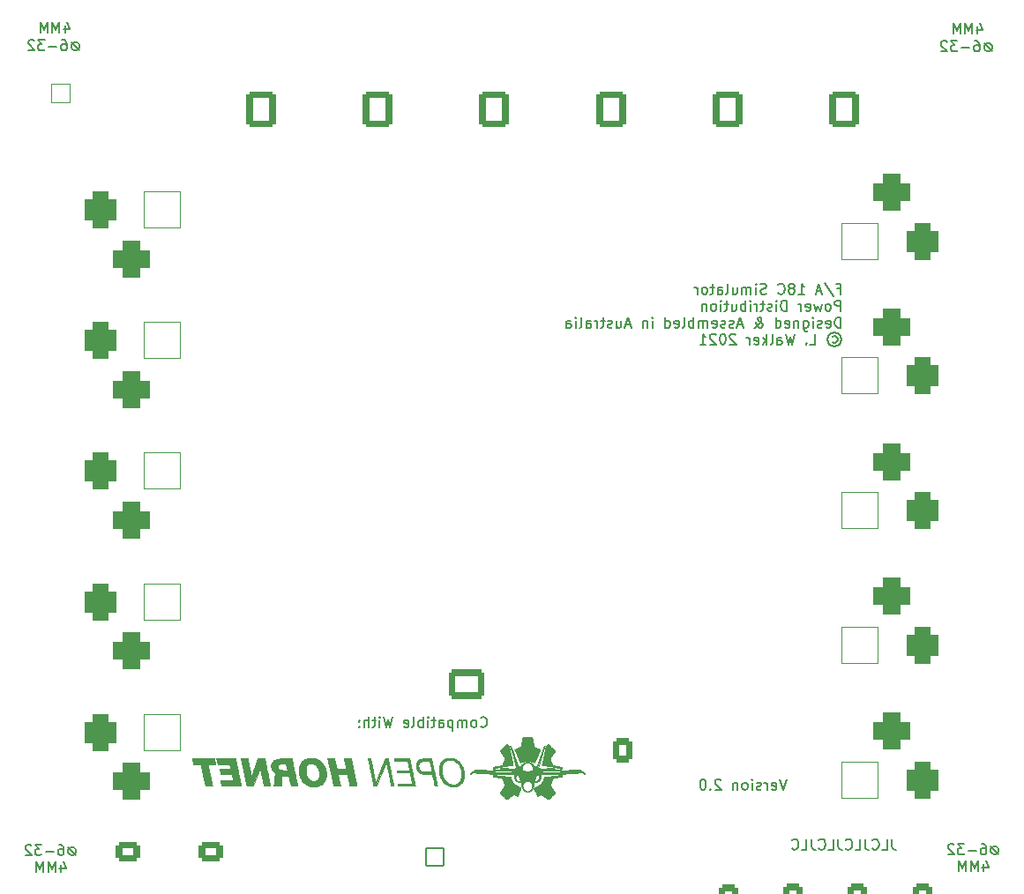
<source format=gbr>
%TF.GenerationSoftware,KiCad,Pcbnew,(6.0.9)*%
%TF.CreationDate,2023-01-10T01:38:09-09:00*%
%TF.ProjectId,ABSIS_Power Distribution Unit,41425349-535f-4506-9f77-657220446973,rev?*%
%TF.SameCoordinates,Original*%
%TF.FileFunction,Legend,Bot*%
%TF.FilePolarity,Positive*%
%FSLAX46Y46*%
G04 Gerber Fmt 4.6, Leading zero omitted, Abs format (unit mm)*
G04 Created by KiCad (PCBNEW (6.0.9)) date 2023-01-10 01:38:09*
%MOMM*%
%LPD*%
G01*
G04 APERTURE LIST*
G04 Aperture macros list*
%AMRoundRect*
0 Rectangle with rounded corners*
0 $1 Rounding radius*
0 $2 $3 $4 $5 $6 $7 $8 $9 X,Y pos of 4 corners*
0 Add a 4 corners polygon primitive as box body*
4,1,4,$2,$3,$4,$5,$6,$7,$8,$9,$2,$3,0*
0 Add four circle primitives for the rounded corners*
1,1,$1+$1,$2,$3*
1,1,$1+$1,$4,$5*
1,1,$1+$1,$6,$7*
1,1,$1+$1,$8,$9*
0 Add four rect primitives between the rounded corners*
20,1,$1+$1,$2,$3,$4,$5,0*
20,1,$1+$1,$4,$5,$6,$7,0*
20,1,$1+$1,$6,$7,$8,$9,0*
20,1,$1+$1,$8,$9,$2,$3,0*%
G04 Aperture macros list end*
%ADD10C,0.150000*%
%ADD11C,0.010000*%
%ADD12RoundRect,0.050000X1.750000X1.750000X-1.750000X1.750000X-1.750000X-1.750000X1.750000X-1.750000X0*%
%ADD13RoundRect,0.800000X0.750000X1.000000X-0.750000X1.000000X-0.750000X-1.000000X0.750000X-1.000000X0*%
%ADD14RoundRect,0.925000X0.875000X0.875000X-0.875000X0.875000X-0.875000X-0.875000X0.875000X-0.875000X0*%
%ADD15RoundRect,0.050000X-1.750000X-1.750000X1.750000X-1.750000X1.750000X1.750000X-1.750000X1.750000X0*%
%ADD16RoundRect,0.800000X-0.750000X-1.000000X0.750000X-1.000000X0.750000X1.000000X-0.750000X1.000000X0*%
%ADD17RoundRect,0.925000X-0.875000X-0.875000X0.875000X-0.875000X0.875000X0.875000X-0.875000X0.875000X0*%
%ADD18RoundRect,0.300001X1.099999X1.399999X-1.099999X1.399999X-1.099999X-1.399999X1.099999X-1.399999X0*%
%ADD19O,2.800000X3.400000*%
%ADD20C,1.200000*%
%ADD21RoundRect,0.050000X1.015000X0.865000X-1.015000X0.865000X-1.015000X-0.865000X1.015000X-0.865000X0*%
%ADD22O,2.130000X1.830000*%
%ADD23RoundRect,0.300000X0.620000X0.845000X-0.620000X0.845000X-0.620000X-0.845000X0.620000X-0.845000X0*%
%ADD24O,1.840000X2.290000*%
%ADD25RoundRect,0.300001X1.399999X-1.099999X1.399999X1.099999X-1.399999X1.099999X-1.399999X-1.099999X0*%
%ADD26O,3.400000X2.800000*%
%ADD27RoundRect,0.050000X0.850000X-0.850000X0.850000X0.850000X-0.850000X0.850000X-0.850000X-0.850000X0*%
%ADD28O,1.800000X1.800000*%
%ADD29RoundRect,0.300000X0.845000X-0.620000X0.845000X0.620000X-0.845000X0.620000X-0.845000X-0.620000X0*%
%ADD30O,2.290000X1.840000*%
%ADD31RoundRect,0.050000X-0.900000X-0.900000X0.900000X-0.900000X0.900000X0.900000X-0.900000X0.900000X0*%
%ADD32C,1.900000*%
%ADD33C,1.700000*%
%ADD34O,1.700000X1.700000*%
%ADD35C,4.400000*%
G04 APERTURE END LIST*
D10*
X44547619Y-73657142D02*
X44595238Y-73704761D01*
X44738095Y-73752380D01*
X44833333Y-73752380D01*
X44976190Y-73704761D01*
X45071428Y-73609523D01*
X45119047Y-73514285D01*
X45166666Y-73323809D01*
X45166666Y-73180952D01*
X45119047Y-72990476D01*
X45071428Y-72895238D01*
X44976190Y-72800000D01*
X44833333Y-72752380D01*
X44738095Y-72752380D01*
X44595238Y-72800000D01*
X44547619Y-72847619D01*
X43976190Y-73752380D02*
X44071428Y-73704761D01*
X44119047Y-73657142D01*
X44166666Y-73561904D01*
X44166666Y-73276190D01*
X44119047Y-73180952D01*
X44071428Y-73133333D01*
X43976190Y-73085714D01*
X43833333Y-73085714D01*
X43738095Y-73133333D01*
X43690476Y-73180952D01*
X43642857Y-73276190D01*
X43642857Y-73561904D01*
X43690476Y-73657142D01*
X43738095Y-73704761D01*
X43833333Y-73752380D01*
X43976190Y-73752380D01*
X43214285Y-73752380D02*
X43214285Y-73085714D01*
X43214285Y-73180952D02*
X43166666Y-73133333D01*
X43071428Y-73085714D01*
X42928571Y-73085714D01*
X42833333Y-73133333D01*
X42785714Y-73228571D01*
X42785714Y-73752380D01*
X42785714Y-73228571D02*
X42738095Y-73133333D01*
X42642857Y-73085714D01*
X42500000Y-73085714D01*
X42404761Y-73133333D01*
X42357142Y-73228571D01*
X42357142Y-73752380D01*
X41880952Y-73085714D02*
X41880952Y-74085714D01*
X41880952Y-73133333D02*
X41785714Y-73085714D01*
X41595238Y-73085714D01*
X41500000Y-73133333D01*
X41452380Y-73180952D01*
X41404761Y-73276190D01*
X41404761Y-73561904D01*
X41452380Y-73657142D01*
X41500000Y-73704761D01*
X41595238Y-73752380D01*
X41785714Y-73752380D01*
X41880952Y-73704761D01*
X40547619Y-73752380D02*
X40547619Y-73228571D01*
X40595238Y-73133333D01*
X40690476Y-73085714D01*
X40880952Y-73085714D01*
X40976190Y-73133333D01*
X40547619Y-73704761D02*
X40642857Y-73752380D01*
X40880952Y-73752380D01*
X40976190Y-73704761D01*
X41023809Y-73609523D01*
X41023809Y-73514285D01*
X40976190Y-73419047D01*
X40880952Y-73371428D01*
X40642857Y-73371428D01*
X40547619Y-73323809D01*
X40214285Y-73085714D02*
X39833333Y-73085714D01*
X40071428Y-72752380D02*
X40071428Y-73609523D01*
X40023809Y-73704761D01*
X39928571Y-73752380D01*
X39833333Y-73752380D01*
X39500000Y-73752380D02*
X39500000Y-73085714D01*
X39500000Y-72752380D02*
X39547619Y-72800000D01*
X39500000Y-72847619D01*
X39452380Y-72800000D01*
X39500000Y-72752380D01*
X39500000Y-72847619D01*
X39023809Y-73752380D02*
X39023809Y-72752380D01*
X39023809Y-73133333D02*
X38928571Y-73085714D01*
X38738095Y-73085714D01*
X38642857Y-73133333D01*
X38595238Y-73180952D01*
X38547619Y-73276190D01*
X38547619Y-73561904D01*
X38595238Y-73657142D01*
X38642857Y-73704761D01*
X38738095Y-73752380D01*
X38928571Y-73752380D01*
X39023809Y-73704761D01*
X37976190Y-73752380D02*
X38071428Y-73704761D01*
X38119047Y-73609523D01*
X38119047Y-72752380D01*
X37214285Y-73704761D02*
X37309523Y-73752380D01*
X37500000Y-73752380D01*
X37595238Y-73704761D01*
X37642857Y-73609523D01*
X37642857Y-73228571D01*
X37595238Y-73133333D01*
X37500000Y-73085714D01*
X37309523Y-73085714D01*
X37214285Y-73133333D01*
X37166666Y-73228571D01*
X37166666Y-73323809D01*
X37642857Y-73419047D01*
X36071428Y-72752380D02*
X35833333Y-73752380D01*
X35642857Y-73038095D01*
X35452380Y-73752380D01*
X35214285Y-72752380D01*
X34833333Y-73752380D02*
X34833333Y-73085714D01*
X34833333Y-72752380D02*
X34880952Y-72800000D01*
X34833333Y-72847619D01*
X34785714Y-72800000D01*
X34833333Y-72752380D01*
X34833333Y-72847619D01*
X34500000Y-73085714D02*
X34119047Y-73085714D01*
X34357142Y-72752380D02*
X34357142Y-73609523D01*
X34309523Y-73704761D01*
X34214285Y-73752380D01*
X34119047Y-73752380D01*
X33785714Y-73752380D02*
X33785714Y-72752380D01*
X33357142Y-73752380D02*
X33357142Y-73228571D01*
X33404761Y-73133333D01*
X33499999Y-73085714D01*
X33642857Y-73085714D01*
X33738095Y-73133333D01*
X33785714Y-73180952D01*
X32880952Y-73657142D02*
X32833333Y-73704761D01*
X32880952Y-73752380D01*
X32928571Y-73704761D01*
X32880952Y-73657142D01*
X32880952Y-73752380D01*
X32880952Y-73133333D02*
X32833333Y-73180952D01*
X32880952Y-73228571D01*
X32928571Y-73180952D01*
X32880952Y-73133333D01*
X32880952Y-73228571D01*
X84019047Y-84499200D02*
X84019047Y-85213486D01*
X84066666Y-85356343D01*
X84161904Y-85451581D01*
X84304761Y-85499200D01*
X84400000Y-85499200D01*
X83066666Y-85499200D02*
X83542857Y-85499200D01*
X83542857Y-84499200D01*
X82161904Y-85403962D02*
X82209523Y-85451581D01*
X82352380Y-85499200D01*
X82447619Y-85499200D01*
X82590476Y-85451581D01*
X82685714Y-85356343D01*
X82733333Y-85261105D01*
X82780952Y-85070629D01*
X82780952Y-84927772D01*
X82733333Y-84737296D01*
X82685714Y-84642058D01*
X82590476Y-84546820D01*
X82447619Y-84499200D01*
X82352380Y-84499200D01*
X82209523Y-84546820D01*
X82161904Y-84594439D01*
X81447619Y-84499200D02*
X81447619Y-85213486D01*
X81495238Y-85356343D01*
X81590476Y-85451581D01*
X81733333Y-85499200D01*
X81828571Y-85499200D01*
X80495238Y-85499200D02*
X80971428Y-85499200D01*
X80971428Y-84499200D01*
X79590476Y-85403962D02*
X79638095Y-85451581D01*
X79780952Y-85499200D01*
X79876190Y-85499200D01*
X80019047Y-85451581D01*
X80114285Y-85356343D01*
X80161904Y-85261105D01*
X80209523Y-85070629D01*
X80209523Y-84927772D01*
X80161904Y-84737296D01*
X80114285Y-84642058D01*
X80019047Y-84546820D01*
X79876190Y-84499200D01*
X79780952Y-84499200D01*
X79638095Y-84546820D01*
X79590476Y-84594439D01*
X78876190Y-84499200D02*
X78876190Y-85213486D01*
X78923809Y-85356343D01*
X79019047Y-85451581D01*
X79161904Y-85499200D01*
X79257142Y-85499200D01*
X77923809Y-85499200D02*
X78400000Y-85499200D01*
X78400000Y-84499200D01*
X77019047Y-85403962D02*
X77066666Y-85451581D01*
X77209523Y-85499200D01*
X77304761Y-85499200D01*
X77447619Y-85451581D01*
X77542857Y-85356343D01*
X77590476Y-85261105D01*
X77638095Y-85070629D01*
X77638095Y-84927772D01*
X77590476Y-84737296D01*
X77542857Y-84642058D01*
X77447619Y-84546820D01*
X77304761Y-84499200D01*
X77209523Y-84499200D01*
X77066666Y-84546820D01*
X77019047Y-84594439D01*
X76304761Y-84499200D02*
X76304761Y-85213486D01*
X76352380Y-85356343D01*
X76447619Y-85451581D01*
X76590476Y-85499200D01*
X76685714Y-85499200D01*
X75352380Y-85499200D02*
X75828571Y-85499200D01*
X75828571Y-84499200D01*
X74447619Y-85403962D02*
X74495238Y-85451581D01*
X74638095Y-85499200D01*
X74733333Y-85499200D01*
X74876190Y-85451581D01*
X74971428Y-85356343D01*
X75019047Y-85261105D01*
X75066666Y-85070629D01*
X75066666Y-84927772D01*
X75019047Y-84737296D01*
X74971428Y-84642058D01*
X74876190Y-84546820D01*
X74733333Y-84499200D01*
X74638095Y-84499200D01*
X74495238Y-84546820D01*
X74447619Y-84594439D01*
X73890476Y-78752380D02*
X73557142Y-79752380D01*
X73223809Y-78752380D01*
X72509523Y-79704761D02*
X72604761Y-79752380D01*
X72795238Y-79752380D01*
X72890476Y-79704761D01*
X72938095Y-79609523D01*
X72938095Y-79228571D01*
X72890476Y-79133333D01*
X72795238Y-79085714D01*
X72604761Y-79085714D01*
X72509523Y-79133333D01*
X72461904Y-79228571D01*
X72461904Y-79323809D01*
X72938095Y-79419047D01*
X72033333Y-79752380D02*
X72033333Y-79085714D01*
X72033333Y-79276190D02*
X71985714Y-79180952D01*
X71938095Y-79133333D01*
X71842857Y-79085714D01*
X71747619Y-79085714D01*
X71461904Y-79704761D02*
X71366666Y-79752380D01*
X71176190Y-79752380D01*
X71080952Y-79704761D01*
X71033333Y-79609523D01*
X71033333Y-79561904D01*
X71080952Y-79466666D01*
X71176190Y-79419047D01*
X71319047Y-79419047D01*
X71414285Y-79371428D01*
X71461904Y-79276190D01*
X71461904Y-79228571D01*
X71414285Y-79133333D01*
X71319047Y-79085714D01*
X71176190Y-79085714D01*
X71080952Y-79133333D01*
X70604761Y-79752380D02*
X70604761Y-79085714D01*
X70604761Y-78752380D02*
X70652380Y-78800000D01*
X70604761Y-78847619D01*
X70557142Y-78800000D01*
X70604761Y-78752380D01*
X70604761Y-78847619D01*
X69985714Y-79752380D02*
X70080952Y-79704761D01*
X70128571Y-79657142D01*
X70176190Y-79561904D01*
X70176190Y-79276190D01*
X70128571Y-79180952D01*
X70080952Y-79133333D01*
X69985714Y-79085714D01*
X69842857Y-79085714D01*
X69747619Y-79133333D01*
X69700000Y-79180952D01*
X69652380Y-79276190D01*
X69652380Y-79561904D01*
X69700000Y-79657142D01*
X69747619Y-79704761D01*
X69842857Y-79752380D01*
X69985714Y-79752380D01*
X69223809Y-79085714D02*
X69223809Y-79752380D01*
X69223809Y-79180952D02*
X69176190Y-79133333D01*
X69080952Y-79085714D01*
X68938095Y-79085714D01*
X68842857Y-79133333D01*
X68795238Y-79228571D01*
X68795238Y-79752380D01*
X67604761Y-78847619D02*
X67557142Y-78800000D01*
X67461904Y-78752380D01*
X67223809Y-78752380D01*
X67128571Y-78800000D01*
X67080952Y-78847619D01*
X67033333Y-78942857D01*
X67033333Y-79038095D01*
X67080952Y-79180952D01*
X67652380Y-79752380D01*
X67033333Y-79752380D01*
X66604761Y-79657142D02*
X66557142Y-79704761D01*
X66604761Y-79752380D01*
X66652380Y-79704761D01*
X66604761Y-79657142D01*
X66604761Y-79752380D01*
X65938095Y-78752380D02*
X65842857Y-78752380D01*
X65747619Y-78800000D01*
X65700000Y-78847619D01*
X65652380Y-78942857D01*
X65604761Y-79133333D01*
X65604761Y-79371428D01*
X65652380Y-79561904D01*
X65700000Y-79657142D01*
X65747619Y-79704761D01*
X65842857Y-79752380D01*
X65938095Y-79752380D01*
X66033333Y-79704761D01*
X66080952Y-79657142D01*
X66128571Y-79561904D01*
X66176190Y-79371428D01*
X66176190Y-79133333D01*
X66128571Y-78942857D01*
X66080952Y-78847619D01*
X66033333Y-78800000D01*
X65938095Y-78752380D01*
X78782271Y-31637971D02*
X79115604Y-31637971D01*
X79115604Y-32161780D02*
X79115604Y-31161780D01*
X78639414Y-31161780D01*
X77544176Y-31114161D02*
X78401319Y-32399876D01*
X77258461Y-31876066D02*
X76782271Y-31876066D01*
X77353700Y-32161780D02*
X77020366Y-31161780D01*
X76687033Y-32161780D01*
X75067985Y-32161780D02*
X75639414Y-32161780D01*
X75353700Y-32161780D02*
X75353700Y-31161780D01*
X75448938Y-31304638D01*
X75544176Y-31399876D01*
X75639414Y-31447495D01*
X74496557Y-31590352D02*
X74591795Y-31542733D01*
X74639414Y-31495114D01*
X74687033Y-31399876D01*
X74687033Y-31352257D01*
X74639414Y-31257019D01*
X74591795Y-31209400D01*
X74496557Y-31161780D01*
X74306080Y-31161780D01*
X74210842Y-31209400D01*
X74163223Y-31257019D01*
X74115604Y-31352257D01*
X74115604Y-31399876D01*
X74163223Y-31495114D01*
X74210842Y-31542733D01*
X74306080Y-31590352D01*
X74496557Y-31590352D01*
X74591795Y-31637971D01*
X74639414Y-31685590D01*
X74687033Y-31780828D01*
X74687033Y-31971304D01*
X74639414Y-32066542D01*
X74591795Y-32114161D01*
X74496557Y-32161780D01*
X74306080Y-32161780D01*
X74210842Y-32114161D01*
X74163223Y-32066542D01*
X74115604Y-31971304D01*
X74115604Y-31780828D01*
X74163223Y-31685590D01*
X74210842Y-31637971D01*
X74306080Y-31590352D01*
X73115604Y-32066542D02*
X73163223Y-32114161D01*
X73306080Y-32161780D01*
X73401319Y-32161780D01*
X73544176Y-32114161D01*
X73639414Y-32018923D01*
X73687033Y-31923685D01*
X73734652Y-31733209D01*
X73734652Y-31590352D01*
X73687033Y-31399876D01*
X73639414Y-31304638D01*
X73544176Y-31209400D01*
X73401319Y-31161780D01*
X73306080Y-31161780D01*
X73163223Y-31209400D01*
X73115604Y-31257019D01*
X71972747Y-32114161D02*
X71829890Y-32161780D01*
X71591795Y-32161780D01*
X71496557Y-32114161D01*
X71448938Y-32066542D01*
X71401319Y-31971304D01*
X71401319Y-31876066D01*
X71448938Y-31780828D01*
X71496557Y-31733209D01*
X71591795Y-31685590D01*
X71782271Y-31637971D01*
X71877509Y-31590352D01*
X71925128Y-31542733D01*
X71972747Y-31447495D01*
X71972747Y-31352257D01*
X71925128Y-31257019D01*
X71877509Y-31209400D01*
X71782271Y-31161780D01*
X71544176Y-31161780D01*
X71401319Y-31209400D01*
X70972747Y-32161780D02*
X70972747Y-31495114D01*
X70972747Y-31161780D02*
X71020366Y-31209400D01*
X70972747Y-31257019D01*
X70925128Y-31209400D01*
X70972747Y-31161780D01*
X70972747Y-31257019D01*
X70496557Y-32161780D02*
X70496557Y-31495114D01*
X70496557Y-31590352D02*
X70448938Y-31542733D01*
X70353700Y-31495114D01*
X70210842Y-31495114D01*
X70115604Y-31542733D01*
X70067985Y-31637971D01*
X70067985Y-32161780D01*
X70067985Y-31637971D02*
X70020366Y-31542733D01*
X69925128Y-31495114D01*
X69782271Y-31495114D01*
X69687033Y-31542733D01*
X69639414Y-31637971D01*
X69639414Y-32161780D01*
X68734652Y-31495114D02*
X68734652Y-32161780D01*
X69163223Y-31495114D02*
X69163223Y-32018923D01*
X69115604Y-32114161D01*
X69020366Y-32161780D01*
X68877509Y-32161780D01*
X68782271Y-32114161D01*
X68734652Y-32066542D01*
X68115604Y-32161780D02*
X68210842Y-32114161D01*
X68258461Y-32018923D01*
X68258461Y-31161780D01*
X67306080Y-32161780D02*
X67306080Y-31637971D01*
X67353700Y-31542733D01*
X67448938Y-31495114D01*
X67639414Y-31495114D01*
X67734652Y-31542733D01*
X67306080Y-32114161D02*
X67401319Y-32161780D01*
X67639414Y-32161780D01*
X67734652Y-32114161D01*
X67782271Y-32018923D01*
X67782271Y-31923685D01*
X67734652Y-31828447D01*
X67639414Y-31780828D01*
X67401319Y-31780828D01*
X67306080Y-31733209D01*
X66972747Y-31495114D02*
X66591795Y-31495114D01*
X66829890Y-31161780D02*
X66829890Y-32018923D01*
X66782271Y-32114161D01*
X66687033Y-32161780D01*
X66591795Y-32161780D01*
X66115604Y-32161780D02*
X66210842Y-32114161D01*
X66258461Y-32066542D01*
X66306080Y-31971304D01*
X66306080Y-31685590D01*
X66258461Y-31590352D01*
X66210842Y-31542733D01*
X66115604Y-31495114D01*
X65972747Y-31495114D01*
X65877509Y-31542733D01*
X65829890Y-31590352D01*
X65782271Y-31685590D01*
X65782271Y-31971304D01*
X65829890Y-32066542D01*
X65877509Y-32114161D01*
X65972747Y-32161780D01*
X66115604Y-32161780D01*
X65353700Y-32161780D02*
X65353700Y-31495114D01*
X65353700Y-31685590D02*
X65306080Y-31590352D01*
X65258461Y-31542733D01*
X65163223Y-31495114D01*
X65067985Y-31495114D01*
X79115604Y-33771780D02*
X79115604Y-32771780D01*
X78734652Y-32771780D01*
X78639414Y-32819400D01*
X78591795Y-32867019D01*
X78544176Y-32962257D01*
X78544176Y-33105114D01*
X78591795Y-33200352D01*
X78639414Y-33247971D01*
X78734652Y-33295590D01*
X79115604Y-33295590D01*
X77972747Y-33771780D02*
X78067985Y-33724161D01*
X78115604Y-33676542D01*
X78163223Y-33581304D01*
X78163223Y-33295590D01*
X78115604Y-33200352D01*
X78067985Y-33152733D01*
X77972747Y-33105114D01*
X77829890Y-33105114D01*
X77734652Y-33152733D01*
X77687033Y-33200352D01*
X77639414Y-33295590D01*
X77639414Y-33581304D01*
X77687033Y-33676542D01*
X77734652Y-33724161D01*
X77829890Y-33771780D01*
X77972747Y-33771780D01*
X77306080Y-33105114D02*
X77115604Y-33771780D01*
X76925128Y-33295590D01*
X76734652Y-33771780D01*
X76544176Y-33105114D01*
X75782271Y-33724161D02*
X75877509Y-33771780D01*
X76067985Y-33771780D01*
X76163223Y-33724161D01*
X76210842Y-33628923D01*
X76210842Y-33247971D01*
X76163223Y-33152733D01*
X76067985Y-33105114D01*
X75877509Y-33105114D01*
X75782271Y-33152733D01*
X75734652Y-33247971D01*
X75734652Y-33343209D01*
X76210842Y-33438447D01*
X75306080Y-33771780D02*
X75306080Y-33105114D01*
X75306080Y-33295590D02*
X75258461Y-33200352D01*
X75210842Y-33152733D01*
X75115604Y-33105114D01*
X75020366Y-33105114D01*
X73925128Y-33771780D02*
X73925128Y-32771780D01*
X73687033Y-32771780D01*
X73544176Y-32819400D01*
X73448938Y-32914638D01*
X73401319Y-33009876D01*
X73353700Y-33200352D01*
X73353700Y-33343209D01*
X73401319Y-33533685D01*
X73448938Y-33628923D01*
X73544176Y-33724161D01*
X73687033Y-33771780D01*
X73925128Y-33771780D01*
X72925128Y-33771780D02*
X72925128Y-33105114D01*
X72925128Y-32771780D02*
X72972747Y-32819400D01*
X72925128Y-32867019D01*
X72877509Y-32819400D01*
X72925128Y-32771780D01*
X72925128Y-32867019D01*
X72496557Y-33724161D02*
X72401319Y-33771780D01*
X72210842Y-33771780D01*
X72115604Y-33724161D01*
X72067985Y-33628923D01*
X72067985Y-33581304D01*
X72115604Y-33486066D01*
X72210842Y-33438447D01*
X72353700Y-33438447D01*
X72448938Y-33390828D01*
X72496557Y-33295590D01*
X72496557Y-33247971D01*
X72448938Y-33152733D01*
X72353700Y-33105114D01*
X72210842Y-33105114D01*
X72115604Y-33152733D01*
X71782271Y-33105114D02*
X71401319Y-33105114D01*
X71639414Y-32771780D02*
X71639414Y-33628923D01*
X71591795Y-33724161D01*
X71496557Y-33771780D01*
X71401319Y-33771780D01*
X71067985Y-33771780D02*
X71067985Y-33105114D01*
X71067985Y-33295590D02*
X71020366Y-33200352D01*
X70972747Y-33152733D01*
X70877509Y-33105114D01*
X70782271Y-33105114D01*
X70448938Y-33771780D02*
X70448938Y-33105114D01*
X70448938Y-32771780D02*
X70496557Y-32819400D01*
X70448938Y-32867019D01*
X70401319Y-32819400D01*
X70448938Y-32771780D01*
X70448938Y-32867019D01*
X69972747Y-33771780D02*
X69972747Y-32771780D01*
X69972747Y-33152733D02*
X69877509Y-33105114D01*
X69687033Y-33105114D01*
X69591795Y-33152733D01*
X69544176Y-33200352D01*
X69496557Y-33295590D01*
X69496557Y-33581304D01*
X69544176Y-33676542D01*
X69591795Y-33724161D01*
X69687033Y-33771780D01*
X69877509Y-33771780D01*
X69972747Y-33724161D01*
X68639414Y-33105114D02*
X68639414Y-33771780D01*
X69067985Y-33105114D02*
X69067985Y-33628923D01*
X69020366Y-33724161D01*
X68925128Y-33771780D01*
X68782271Y-33771780D01*
X68687033Y-33724161D01*
X68639414Y-33676542D01*
X68306080Y-33105114D02*
X67925128Y-33105114D01*
X68163223Y-32771780D02*
X68163223Y-33628923D01*
X68115604Y-33724161D01*
X68020366Y-33771780D01*
X67925128Y-33771780D01*
X67591795Y-33771780D02*
X67591795Y-33105114D01*
X67591795Y-32771780D02*
X67639414Y-32819400D01*
X67591795Y-32867019D01*
X67544176Y-32819400D01*
X67591795Y-32771780D01*
X67591795Y-32867019D01*
X66972747Y-33771780D02*
X67067985Y-33724161D01*
X67115604Y-33676542D01*
X67163223Y-33581304D01*
X67163223Y-33295590D01*
X67115604Y-33200352D01*
X67067985Y-33152733D01*
X66972747Y-33105114D01*
X66829890Y-33105114D01*
X66734652Y-33152733D01*
X66687033Y-33200352D01*
X66639414Y-33295590D01*
X66639414Y-33581304D01*
X66687033Y-33676542D01*
X66734652Y-33724161D01*
X66829890Y-33771780D01*
X66972747Y-33771780D01*
X66210842Y-33105114D02*
X66210842Y-33771780D01*
X66210842Y-33200352D02*
X66163223Y-33152733D01*
X66067985Y-33105114D01*
X65925128Y-33105114D01*
X65829890Y-33152733D01*
X65782271Y-33247971D01*
X65782271Y-33771780D01*
X79115604Y-35381780D02*
X79115604Y-34381780D01*
X78877509Y-34381780D01*
X78734652Y-34429400D01*
X78639414Y-34524638D01*
X78591795Y-34619876D01*
X78544176Y-34810352D01*
X78544176Y-34953209D01*
X78591795Y-35143685D01*
X78639414Y-35238923D01*
X78734652Y-35334161D01*
X78877509Y-35381780D01*
X79115604Y-35381780D01*
X77734652Y-35334161D02*
X77829890Y-35381780D01*
X78020366Y-35381780D01*
X78115604Y-35334161D01*
X78163223Y-35238923D01*
X78163223Y-34857971D01*
X78115604Y-34762733D01*
X78020366Y-34715114D01*
X77829890Y-34715114D01*
X77734652Y-34762733D01*
X77687033Y-34857971D01*
X77687033Y-34953209D01*
X78163223Y-35048447D01*
X77306080Y-35334161D02*
X77210842Y-35381780D01*
X77020366Y-35381780D01*
X76925128Y-35334161D01*
X76877509Y-35238923D01*
X76877509Y-35191304D01*
X76925128Y-35096066D01*
X77020366Y-35048447D01*
X77163223Y-35048447D01*
X77258461Y-35000828D01*
X77306080Y-34905590D01*
X77306080Y-34857971D01*
X77258461Y-34762733D01*
X77163223Y-34715114D01*
X77020366Y-34715114D01*
X76925128Y-34762733D01*
X76448938Y-35381780D02*
X76448938Y-34715114D01*
X76448938Y-34381780D02*
X76496557Y-34429400D01*
X76448938Y-34477019D01*
X76401319Y-34429400D01*
X76448938Y-34381780D01*
X76448938Y-34477019D01*
X75544176Y-34715114D02*
X75544176Y-35524638D01*
X75591795Y-35619876D01*
X75639414Y-35667495D01*
X75734652Y-35715114D01*
X75877509Y-35715114D01*
X75972747Y-35667495D01*
X75544176Y-35334161D02*
X75639414Y-35381780D01*
X75829890Y-35381780D01*
X75925128Y-35334161D01*
X75972747Y-35286542D01*
X76020366Y-35191304D01*
X76020366Y-34905590D01*
X75972747Y-34810352D01*
X75925128Y-34762733D01*
X75829890Y-34715114D01*
X75639414Y-34715114D01*
X75544176Y-34762733D01*
X75067985Y-34715114D02*
X75067985Y-35381780D01*
X75067985Y-34810352D02*
X75020366Y-34762733D01*
X74925128Y-34715114D01*
X74782271Y-34715114D01*
X74687033Y-34762733D01*
X74639414Y-34857971D01*
X74639414Y-35381780D01*
X73782271Y-35334161D02*
X73877509Y-35381780D01*
X74067985Y-35381780D01*
X74163223Y-35334161D01*
X74210842Y-35238923D01*
X74210842Y-34857971D01*
X74163223Y-34762733D01*
X74067985Y-34715114D01*
X73877509Y-34715114D01*
X73782271Y-34762733D01*
X73734652Y-34857971D01*
X73734652Y-34953209D01*
X74210842Y-35048447D01*
X72877509Y-35381780D02*
X72877509Y-34381780D01*
X72877509Y-35334161D02*
X72972747Y-35381780D01*
X73163223Y-35381780D01*
X73258461Y-35334161D01*
X73306080Y-35286542D01*
X73353700Y-35191304D01*
X73353700Y-34905590D01*
X73306080Y-34810352D01*
X73258461Y-34762733D01*
X73163223Y-34715114D01*
X72972747Y-34715114D01*
X72877509Y-34762733D01*
X70829890Y-35381780D02*
X70877509Y-35381780D01*
X70972747Y-35334161D01*
X71115604Y-35191304D01*
X71353700Y-34905590D01*
X71448938Y-34762733D01*
X71496557Y-34619876D01*
X71496557Y-34524638D01*
X71448938Y-34429400D01*
X71353700Y-34381780D01*
X71306080Y-34381780D01*
X71210842Y-34429400D01*
X71163223Y-34524638D01*
X71163223Y-34572257D01*
X71210842Y-34667495D01*
X71258461Y-34715114D01*
X71544176Y-34905590D01*
X71591795Y-34953209D01*
X71639414Y-35048447D01*
X71639414Y-35191304D01*
X71591795Y-35286542D01*
X71544176Y-35334161D01*
X71448938Y-35381780D01*
X71306080Y-35381780D01*
X71210842Y-35334161D01*
X71163223Y-35286542D01*
X71020366Y-35096066D01*
X70972747Y-34953209D01*
X70972747Y-34857971D01*
X69687033Y-35096066D02*
X69210842Y-35096066D01*
X69782271Y-35381780D02*
X69448938Y-34381780D01*
X69115604Y-35381780D01*
X68829890Y-35334161D02*
X68734652Y-35381780D01*
X68544176Y-35381780D01*
X68448938Y-35334161D01*
X68401319Y-35238923D01*
X68401319Y-35191304D01*
X68448938Y-35096066D01*
X68544176Y-35048447D01*
X68687033Y-35048447D01*
X68782271Y-35000828D01*
X68829890Y-34905590D01*
X68829890Y-34857971D01*
X68782271Y-34762733D01*
X68687033Y-34715114D01*
X68544176Y-34715114D01*
X68448938Y-34762733D01*
X68020366Y-35334161D02*
X67925128Y-35381780D01*
X67734652Y-35381780D01*
X67639414Y-35334161D01*
X67591795Y-35238923D01*
X67591795Y-35191304D01*
X67639414Y-35096066D01*
X67734652Y-35048447D01*
X67877509Y-35048447D01*
X67972747Y-35000828D01*
X68020366Y-34905590D01*
X68020366Y-34857971D01*
X67972747Y-34762733D01*
X67877509Y-34715114D01*
X67734652Y-34715114D01*
X67639414Y-34762733D01*
X66782271Y-35334161D02*
X66877509Y-35381780D01*
X67067985Y-35381780D01*
X67163223Y-35334161D01*
X67210842Y-35238923D01*
X67210842Y-34857971D01*
X67163223Y-34762733D01*
X67067985Y-34715114D01*
X66877509Y-34715114D01*
X66782271Y-34762733D01*
X66734652Y-34857971D01*
X66734652Y-34953209D01*
X67210842Y-35048447D01*
X66306080Y-35381780D02*
X66306080Y-34715114D01*
X66306080Y-34810352D02*
X66258461Y-34762733D01*
X66163223Y-34715114D01*
X66020366Y-34715114D01*
X65925128Y-34762733D01*
X65877509Y-34857971D01*
X65877509Y-35381780D01*
X65877509Y-34857971D02*
X65829890Y-34762733D01*
X65734652Y-34715114D01*
X65591795Y-34715114D01*
X65496557Y-34762733D01*
X65448938Y-34857971D01*
X65448938Y-35381780D01*
X64972747Y-35381780D02*
X64972747Y-34381780D01*
X64972747Y-34762733D02*
X64877509Y-34715114D01*
X64687033Y-34715114D01*
X64591795Y-34762733D01*
X64544176Y-34810352D01*
X64496557Y-34905590D01*
X64496557Y-35191304D01*
X64544176Y-35286542D01*
X64591795Y-35334161D01*
X64687033Y-35381780D01*
X64877509Y-35381780D01*
X64972747Y-35334161D01*
X63925128Y-35381780D02*
X64020366Y-35334161D01*
X64067985Y-35238923D01*
X64067985Y-34381780D01*
X63163223Y-35334161D02*
X63258461Y-35381780D01*
X63448938Y-35381780D01*
X63544176Y-35334161D01*
X63591795Y-35238923D01*
X63591795Y-34857971D01*
X63544176Y-34762733D01*
X63448938Y-34715114D01*
X63258461Y-34715114D01*
X63163223Y-34762733D01*
X63115604Y-34857971D01*
X63115604Y-34953209D01*
X63591795Y-35048447D01*
X62258461Y-35381780D02*
X62258461Y-34381780D01*
X62258461Y-35334161D02*
X62353700Y-35381780D01*
X62544176Y-35381780D01*
X62639414Y-35334161D01*
X62687033Y-35286542D01*
X62734652Y-35191304D01*
X62734652Y-34905590D01*
X62687033Y-34810352D01*
X62639414Y-34762733D01*
X62544176Y-34715114D01*
X62353700Y-34715114D01*
X62258461Y-34762733D01*
X61020366Y-35381780D02*
X61020366Y-34715114D01*
X61020366Y-34381780D02*
X61067985Y-34429400D01*
X61020366Y-34477019D01*
X60972747Y-34429400D01*
X61020366Y-34381780D01*
X61020366Y-34477019D01*
X60544176Y-34715114D02*
X60544176Y-35381780D01*
X60544176Y-34810352D02*
X60496557Y-34762733D01*
X60401319Y-34715114D01*
X60258461Y-34715114D01*
X60163223Y-34762733D01*
X60115604Y-34857971D01*
X60115604Y-35381780D01*
X58925128Y-35096066D02*
X58448938Y-35096066D01*
X59020366Y-35381780D02*
X58687033Y-34381780D01*
X58353700Y-35381780D01*
X57591795Y-34715114D02*
X57591795Y-35381780D01*
X58020366Y-34715114D02*
X58020366Y-35238923D01*
X57972747Y-35334161D01*
X57877509Y-35381780D01*
X57734652Y-35381780D01*
X57639414Y-35334161D01*
X57591795Y-35286542D01*
X57163223Y-35334161D02*
X57067985Y-35381780D01*
X56877509Y-35381780D01*
X56782271Y-35334161D01*
X56734652Y-35238923D01*
X56734652Y-35191304D01*
X56782271Y-35096066D01*
X56877509Y-35048447D01*
X57020366Y-35048447D01*
X57115604Y-35000828D01*
X57163223Y-34905590D01*
X57163223Y-34857971D01*
X57115604Y-34762733D01*
X57020366Y-34715114D01*
X56877509Y-34715114D01*
X56782271Y-34762733D01*
X56448938Y-34715114D02*
X56067985Y-34715114D01*
X56306080Y-34381780D02*
X56306080Y-35238923D01*
X56258461Y-35334161D01*
X56163223Y-35381780D01*
X56067985Y-35381780D01*
X55734652Y-35381780D02*
X55734652Y-34715114D01*
X55734652Y-34905590D02*
X55687033Y-34810352D01*
X55639414Y-34762733D01*
X55544176Y-34715114D01*
X55448938Y-34715114D01*
X54687033Y-35381780D02*
X54687033Y-34857971D01*
X54734652Y-34762733D01*
X54829890Y-34715114D01*
X55020366Y-34715114D01*
X55115604Y-34762733D01*
X54687033Y-35334161D02*
X54782271Y-35381780D01*
X55020366Y-35381780D01*
X55115604Y-35334161D01*
X55163223Y-35238923D01*
X55163223Y-35143685D01*
X55115604Y-35048447D01*
X55020366Y-35000828D01*
X54782271Y-35000828D01*
X54687033Y-34953209D01*
X54067985Y-35381780D02*
X54163223Y-35334161D01*
X54210842Y-35238923D01*
X54210842Y-34381780D01*
X53687033Y-35381780D02*
X53687033Y-34715114D01*
X53687033Y-34381780D02*
X53734652Y-34429400D01*
X53687033Y-34477019D01*
X53639414Y-34429400D01*
X53687033Y-34381780D01*
X53687033Y-34477019D01*
X52782271Y-35381780D02*
X52782271Y-34857971D01*
X52829890Y-34762733D01*
X52925128Y-34715114D01*
X53115604Y-34715114D01*
X53210842Y-34762733D01*
X52782271Y-35334161D02*
X52877509Y-35381780D01*
X53115604Y-35381780D01*
X53210842Y-35334161D01*
X53258461Y-35238923D01*
X53258461Y-35143685D01*
X53210842Y-35048447D01*
X53115604Y-35000828D01*
X52877509Y-35000828D01*
X52782271Y-34953209D01*
X78306080Y-36229876D02*
X78401319Y-36182257D01*
X78591795Y-36182257D01*
X78687033Y-36229876D01*
X78782271Y-36325114D01*
X78829890Y-36420352D01*
X78829890Y-36610828D01*
X78782271Y-36706066D01*
X78687033Y-36801304D01*
X78591795Y-36848923D01*
X78401319Y-36848923D01*
X78306080Y-36801304D01*
X78496557Y-35848923D02*
X78734652Y-35896542D01*
X78972747Y-36039400D01*
X79115604Y-36277495D01*
X79163223Y-36515590D01*
X79115604Y-36753685D01*
X78972747Y-36991780D01*
X78734652Y-37134638D01*
X78496557Y-37182257D01*
X78258461Y-37134638D01*
X78020366Y-36991780D01*
X77877509Y-36753685D01*
X77829890Y-36515590D01*
X77877509Y-36277495D01*
X78020366Y-36039400D01*
X78258461Y-35896542D01*
X78496557Y-35848923D01*
X76163223Y-36991780D02*
X76639414Y-36991780D01*
X76639414Y-35991780D01*
X75829890Y-36896542D02*
X75782271Y-36944161D01*
X75829890Y-36991780D01*
X75877509Y-36944161D01*
X75829890Y-36896542D01*
X75829890Y-36991780D01*
X74687033Y-35991780D02*
X74448938Y-36991780D01*
X74258461Y-36277495D01*
X74067985Y-36991780D01*
X73829890Y-35991780D01*
X73020366Y-36991780D02*
X73020366Y-36467971D01*
X73067985Y-36372733D01*
X73163223Y-36325114D01*
X73353700Y-36325114D01*
X73448938Y-36372733D01*
X73020366Y-36944161D02*
X73115604Y-36991780D01*
X73353700Y-36991780D01*
X73448938Y-36944161D01*
X73496557Y-36848923D01*
X73496557Y-36753685D01*
X73448938Y-36658447D01*
X73353700Y-36610828D01*
X73115604Y-36610828D01*
X73020366Y-36563209D01*
X72401319Y-36991780D02*
X72496557Y-36944161D01*
X72544176Y-36848923D01*
X72544176Y-35991780D01*
X72020366Y-36991780D02*
X72020366Y-35991780D01*
X71925128Y-36610828D02*
X71639414Y-36991780D01*
X71639414Y-36325114D02*
X72020366Y-36706066D01*
X70829890Y-36944161D02*
X70925128Y-36991780D01*
X71115604Y-36991780D01*
X71210842Y-36944161D01*
X71258461Y-36848923D01*
X71258461Y-36467971D01*
X71210842Y-36372733D01*
X71115604Y-36325114D01*
X70925128Y-36325114D01*
X70829890Y-36372733D01*
X70782271Y-36467971D01*
X70782271Y-36563209D01*
X71258461Y-36658447D01*
X70353700Y-36991780D02*
X70353700Y-36325114D01*
X70353700Y-36515590D02*
X70306080Y-36420352D01*
X70258461Y-36372733D01*
X70163223Y-36325114D01*
X70067985Y-36325114D01*
X69020366Y-36087019D02*
X68972747Y-36039400D01*
X68877509Y-35991780D01*
X68639414Y-35991780D01*
X68544176Y-36039400D01*
X68496557Y-36087019D01*
X68448938Y-36182257D01*
X68448938Y-36277495D01*
X68496557Y-36420352D01*
X69067985Y-36991780D01*
X68448938Y-36991780D01*
X67829890Y-35991780D02*
X67734652Y-35991780D01*
X67639414Y-36039400D01*
X67591795Y-36087019D01*
X67544176Y-36182257D01*
X67496557Y-36372733D01*
X67496557Y-36610828D01*
X67544176Y-36801304D01*
X67591795Y-36896542D01*
X67639414Y-36944161D01*
X67734652Y-36991780D01*
X67829890Y-36991780D01*
X67925128Y-36944161D01*
X67972747Y-36896542D01*
X68020366Y-36801304D01*
X68067985Y-36610828D01*
X68067985Y-36372733D01*
X68020366Y-36182257D01*
X67972747Y-36087019D01*
X67925128Y-36039400D01*
X67829890Y-35991780D01*
X67115604Y-36087019D02*
X67067985Y-36039400D01*
X66972747Y-35991780D01*
X66734652Y-35991780D01*
X66639414Y-36039400D01*
X66591795Y-36087019D01*
X66544176Y-36182257D01*
X66544176Y-36277495D01*
X66591795Y-36420352D01*
X67163223Y-36991780D01*
X66544176Y-36991780D01*
X65591795Y-36991780D02*
X66163223Y-36991780D01*
X65877509Y-36991780D02*
X65877509Y-35991780D01*
X65972747Y-36134638D01*
X66067985Y-36229876D01*
X66163223Y-36277495D01*
%TO.C,2*%
X4634180Y-6385714D02*
X4634180Y-7052380D01*
X4872276Y-6004761D02*
X5110371Y-6719047D01*
X4491323Y-6719047D01*
X4110371Y-7052380D02*
X4110371Y-6052380D01*
X3777038Y-6766666D01*
X3443704Y-6052380D01*
X3443704Y-7052380D01*
X2967514Y-7052380D02*
X2967514Y-6052380D01*
X2634180Y-6766666D01*
X2300847Y-6052380D01*
X2300847Y-7052380D01*
X5742857Y-7990476D02*
X5552380Y-7990476D01*
X5361904Y-8085714D01*
X5266666Y-8276190D01*
X5266666Y-8466666D01*
X5361904Y-8657142D01*
X5552380Y-8752380D01*
X5742857Y-8752380D01*
X5933333Y-8657142D01*
X6028571Y-8466666D01*
X6028571Y-8276190D01*
X5933333Y-8085714D01*
X5742857Y-7990476D01*
X5266666Y-7990476D02*
X6028571Y-8752380D01*
X4361904Y-7752380D02*
X4552380Y-7752380D01*
X4647619Y-7800000D01*
X4695238Y-7847619D01*
X4790476Y-7990476D01*
X4838095Y-8180952D01*
X4838095Y-8561904D01*
X4790476Y-8657142D01*
X4742857Y-8704761D01*
X4647619Y-8752380D01*
X4457142Y-8752380D01*
X4361904Y-8704761D01*
X4314285Y-8657142D01*
X4266666Y-8561904D01*
X4266666Y-8323809D01*
X4314285Y-8228571D01*
X4361904Y-8180952D01*
X4457142Y-8133333D01*
X4647619Y-8133333D01*
X4742857Y-8180952D01*
X4790476Y-8228571D01*
X4838095Y-8323809D01*
X3838095Y-8371428D02*
X3076190Y-8371428D01*
X2695238Y-7752380D02*
X2076190Y-7752380D01*
X2409523Y-8133333D01*
X2266666Y-8133333D01*
X2171428Y-8180952D01*
X2123809Y-8228571D01*
X2076190Y-8323809D01*
X2076190Y-8561904D01*
X2123809Y-8657142D01*
X2171428Y-8704761D01*
X2266666Y-8752380D01*
X2552380Y-8752380D01*
X2647619Y-8704761D01*
X2695238Y-8657142D01*
X1695238Y-7847619D02*
X1647619Y-7800000D01*
X1552380Y-7752380D01*
X1314285Y-7752380D01*
X1219047Y-7800000D01*
X1171428Y-7847619D01*
X1123809Y-7942857D01*
X1123809Y-8038095D01*
X1171428Y-8180952D01*
X1742857Y-8752380D01*
X1123809Y-8752380D01*
%TO.C,3*%
X92246180Y-6487314D02*
X92246180Y-7153980D01*
X92484276Y-6106361D02*
X92722371Y-6820647D01*
X92103323Y-6820647D01*
X91722371Y-7153980D02*
X91722371Y-6153980D01*
X91389038Y-6868266D01*
X91055704Y-6153980D01*
X91055704Y-7153980D01*
X90579514Y-7153980D02*
X90579514Y-6153980D01*
X90246180Y-6868266D01*
X89912847Y-6153980D01*
X89912847Y-7153980D01*
X93354857Y-8092076D02*
X93164380Y-8092076D01*
X92973904Y-8187314D01*
X92878666Y-8377790D01*
X92878666Y-8568266D01*
X92973904Y-8758742D01*
X93164380Y-8853980D01*
X93354857Y-8853980D01*
X93545333Y-8758742D01*
X93640571Y-8568266D01*
X93640571Y-8377790D01*
X93545333Y-8187314D01*
X93354857Y-8092076D01*
X92878666Y-8092076D02*
X93640571Y-8853980D01*
X91973904Y-7853980D02*
X92164380Y-7853980D01*
X92259619Y-7901600D01*
X92307238Y-7949219D01*
X92402476Y-8092076D01*
X92450095Y-8282552D01*
X92450095Y-8663504D01*
X92402476Y-8758742D01*
X92354857Y-8806361D01*
X92259619Y-8853980D01*
X92069142Y-8853980D01*
X91973904Y-8806361D01*
X91926285Y-8758742D01*
X91878666Y-8663504D01*
X91878666Y-8425409D01*
X91926285Y-8330171D01*
X91973904Y-8282552D01*
X92069142Y-8234933D01*
X92259619Y-8234933D01*
X92354857Y-8282552D01*
X92402476Y-8330171D01*
X92450095Y-8425409D01*
X91450095Y-8473028D02*
X90688190Y-8473028D01*
X90307238Y-7853980D02*
X89688190Y-7853980D01*
X90021523Y-8234933D01*
X89878666Y-8234933D01*
X89783428Y-8282552D01*
X89735809Y-8330171D01*
X89688190Y-8425409D01*
X89688190Y-8663504D01*
X89735809Y-8758742D01*
X89783428Y-8806361D01*
X89878666Y-8853980D01*
X90164380Y-8853980D01*
X90259619Y-8806361D01*
X90307238Y-8758742D01*
X89307238Y-7949219D02*
X89259619Y-7901600D01*
X89164380Y-7853980D01*
X88926285Y-7853980D01*
X88831047Y-7901600D01*
X88783428Y-7949219D01*
X88735809Y-8044457D01*
X88735809Y-8139695D01*
X88783428Y-8282552D01*
X89354857Y-8853980D01*
X88735809Y-8853980D01*
%TO.C,4*%
X4252380Y-86985714D02*
X4252380Y-87652380D01*
X4490476Y-86604761D02*
X4728571Y-87319047D01*
X4109523Y-87319047D01*
X3728571Y-87652380D02*
X3728571Y-86652380D01*
X3395238Y-87366666D01*
X3061904Y-86652380D01*
X3061904Y-87652380D01*
X2585714Y-87652380D02*
X2585714Y-86652380D01*
X2252380Y-87366666D01*
X1919047Y-86652380D01*
X1919047Y-87652380D01*
X5442857Y-85290476D02*
X5252380Y-85290476D01*
X5061904Y-85385714D01*
X4966666Y-85576190D01*
X4966666Y-85766666D01*
X5061904Y-85957142D01*
X5252380Y-86052380D01*
X5442857Y-86052380D01*
X5633333Y-85957142D01*
X5728571Y-85766666D01*
X5728571Y-85576190D01*
X5633333Y-85385714D01*
X5442857Y-85290476D01*
X4966666Y-85290476D02*
X5728571Y-86052380D01*
X4061904Y-85052380D02*
X4252380Y-85052380D01*
X4347619Y-85100000D01*
X4395238Y-85147619D01*
X4490476Y-85290476D01*
X4538095Y-85480952D01*
X4538095Y-85861904D01*
X4490476Y-85957142D01*
X4442857Y-86004761D01*
X4347619Y-86052380D01*
X4157142Y-86052380D01*
X4061904Y-86004761D01*
X4014285Y-85957142D01*
X3966666Y-85861904D01*
X3966666Y-85623809D01*
X4014285Y-85528571D01*
X4061904Y-85480952D01*
X4157142Y-85433333D01*
X4347619Y-85433333D01*
X4442857Y-85480952D01*
X4490476Y-85528571D01*
X4538095Y-85623809D01*
X3538095Y-85671428D02*
X2776190Y-85671428D01*
X2395238Y-85052380D02*
X1776190Y-85052380D01*
X2109523Y-85433333D01*
X1966666Y-85433333D01*
X1871428Y-85480952D01*
X1823809Y-85528571D01*
X1776190Y-85623809D01*
X1776190Y-85861904D01*
X1823809Y-85957142D01*
X1871428Y-86004761D01*
X1966666Y-86052380D01*
X2252380Y-86052380D01*
X2347619Y-86004761D01*
X2395238Y-85957142D01*
X1395238Y-85147619D02*
X1347619Y-85100000D01*
X1252380Y-85052380D01*
X1014285Y-85052380D01*
X919047Y-85100000D01*
X871428Y-85147619D01*
X823809Y-85242857D01*
X823809Y-85338095D01*
X871428Y-85480952D01*
X1442857Y-86052380D01*
X823809Y-86052380D01*
%TO.C,5*%
X92814780Y-86902114D02*
X92814780Y-87568780D01*
X93052876Y-86521161D02*
X93290971Y-87235447D01*
X92671923Y-87235447D01*
X92290971Y-87568780D02*
X92290971Y-86568780D01*
X91957638Y-87283066D01*
X91624304Y-86568780D01*
X91624304Y-87568780D01*
X91148114Y-87568780D02*
X91148114Y-86568780D01*
X90814780Y-87283066D01*
X90481447Y-86568780D01*
X90481447Y-87568780D01*
X94005257Y-85206876D02*
X93814780Y-85206876D01*
X93624304Y-85302114D01*
X93529066Y-85492590D01*
X93529066Y-85683066D01*
X93624304Y-85873542D01*
X93814780Y-85968780D01*
X94005257Y-85968780D01*
X94195733Y-85873542D01*
X94290971Y-85683066D01*
X94290971Y-85492590D01*
X94195733Y-85302114D01*
X94005257Y-85206876D01*
X93529066Y-85206876D02*
X94290971Y-85968780D01*
X92624304Y-84968780D02*
X92814780Y-84968780D01*
X92910019Y-85016400D01*
X92957638Y-85064019D01*
X93052876Y-85206876D01*
X93100495Y-85397352D01*
X93100495Y-85778304D01*
X93052876Y-85873542D01*
X93005257Y-85921161D01*
X92910019Y-85968780D01*
X92719542Y-85968780D01*
X92624304Y-85921161D01*
X92576685Y-85873542D01*
X92529066Y-85778304D01*
X92529066Y-85540209D01*
X92576685Y-85444971D01*
X92624304Y-85397352D01*
X92719542Y-85349733D01*
X92910019Y-85349733D01*
X93005257Y-85397352D01*
X93052876Y-85444971D01*
X93100495Y-85540209D01*
X92100495Y-85587828D02*
X91338590Y-85587828D01*
X90957638Y-84968780D02*
X90338590Y-84968780D01*
X90671923Y-85349733D01*
X90529066Y-85349733D01*
X90433828Y-85397352D01*
X90386209Y-85444971D01*
X90338590Y-85540209D01*
X90338590Y-85778304D01*
X90386209Y-85873542D01*
X90433828Y-85921161D01*
X90529066Y-85968780D01*
X90814780Y-85968780D01*
X90910019Y-85921161D01*
X90957638Y-85873542D01*
X89957638Y-85064019D02*
X89910019Y-85016400D01*
X89814780Y-84968780D01*
X89576685Y-84968780D01*
X89481447Y-85016400D01*
X89433828Y-85064019D01*
X89386209Y-85159257D01*
X89386209Y-85254495D01*
X89433828Y-85397352D01*
X90005257Y-85968780D01*
X89386209Y-85968780D01*
%TO.C,1*%
G36*
X54343871Y-78035121D02*
G01*
X54377005Y-78059464D01*
X54407737Y-78082191D01*
X54435356Y-78102788D01*
X54459150Y-78120740D01*
X54478410Y-78135532D01*
X54492424Y-78146651D01*
X54500481Y-78153581D01*
X54513951Y-78167709D01*
X54523795Y-78181772D01*
X54529565Y-78196211D01*
X54531179Y-78202778D01*
X54533038Y-78214903D01*
X54532674Y-78222543D01*
X54531759Y-78224336D01*
X54523140Y-78230268D01*
X54507687Y-78232729D01*
X54486194Y-78231563D01*
X54479128Y-78230384D01*
X54471690Y-78228229D01*
X54463200Y-78224560D01*
X54452688Y-78218805D01*
X54439186Y-78210389D01*
X54421723Y-78198740D01*
X54399332Y-78183285D01*
X54371043Y-78163450D01*
X54364854Y-78159095D01*
X54338133Y-78140378D01*
X54317214Y-78125960D01*
X54301201Y-78115314D01*
X54289195Y-78107915D01*
X54280299Y-78103235D01*
X54273616Y-78100748D01*
X54268248Y-78099928D01*
X54263298Y-78100248D01*
X54260835Y-78100548D01*
X54249697Y-78101712D01*
X54231010Y-78103548D01*
X54205377Y-78106000D01*
X54173399Y-78109015D01*
X54135676Y-78112539D01*
X54092811Y-78116516D01*
X54045405Y-78120891D01*
X53994059Y-78125612D01*
X53939374Y-78130622D01*
X53881952Y-78135867D01*
X53822395Y-78141293D01*
X53761303Y-78146845D01*
X53699279Y-78152469D01*
X53636923Y-78158109D01*
X53574836Y-78163713D01*
X53513621Y-78169224D01*
X53453879Y-78174589D01*
X53396210Y-78179752D01*
X53341217Y-78184660D01*
X53289500Y-78189257D01*
X53241662Y-78193490D01*
X53198303Y-78197303D01*
X53160025Y-78200642D01*
X53127429Y-78203453D01*
X53101116Y-78205680D01*
X53090473Y-78206478D01*
X53067707Y-78207791D01*
X53039033Y-78209033D01*
X53004131Y-78210213D01*
X52962683Y-78211337D01*
X52914367Y-78212414D01*
X52858864Y-78213450D01*
X52795854Y-78214454D01*
X52725017Y-78215433D01*
X52646033Y-78216395D01*
X52582266Y-78217137D01*
X52512563Y-78217967D01*
X52439830Y-78218850D01*
X52365505Y-78219768D01*
X52291025Y-78220702D01*
X52217826Y-78221635D01*
X52147345Y-78222548D01*
X52081020Y-78223423D01*
X52020287Y-78224242D01*
X51966583Y-78224986D01*
X51919737Y-78225647D01*
X51789620Y-78227481D01*
X51667613Y-78229199D01*
X51553451Y-78230808D01*
X51446869Y-78232313D01*
X51347603Y-78233717D01*
X51255388Y-78235028D01*
X51169960Y-78236250D01*
X51091054Y-78237388D01*
X51018405Y-78238447D01*
X50951748Y-78239433D01*
X50890819Y-78240351D01*
X50835353Y-78241207D01*
X50785086Y-78242004D01*
X50739753Y-78242750D01*
X50699089Y-78243448D01*
X50662830Y-78244104D01*
X50630710Y-78244723D01*
X50602466Y-78245312D01*
X50577832Y-78245873D01*
X50556545Y-78246414D01*
X50538338Y-78246939D01*
X50522948Y-78247454D01*
X50510111Y-78247963D01*
X50499560Y-78248472D01*
X50491032Y-78248986D01*
X50484263Y-78249510D01*
X50478986Y-78250051D01*
X50474938Y-78250611D01*
X50471854Y-78251198D01*
X50469470Y-78251816D01*
X50467520Y-78252471D01*
X50465741Y-78253167D01*
X50463867Y-78253911D01*
X50461633Y-78254706D01*
X50443668Y-78259469D01*
X50415395Y-78264433D01*
X50382017Y-78268226D01*
X50345369Y-78270648D01*
X50307283Y-78271499D01*
X50289025Y-78271584D01*
X50273142Y-78271830D01*
X50262388Y-78272200D01*
X50258433Y-78272654D01*
X50258648Y-78273420D01*
X50261040Y-78280117D01*
X50265523Y-78292094D01*
X50271391Y-78307460D01*
X50280630Y-78333057D01*
X50297037Y-78390500D01*
X50307432Y-78447164D01*
X50311590Y-78501582D01*
X50309282Y-78552283D01*
X50307723Y-78564663D01*
X50304798Y-78582256D01*
X50303225Y-78591722D01*
X50297080Y-78617384D01*
X50288746Y-78643032D01*
X50277679Y-78670049D01*
X50263337Y-78699818D01*
X50245178Y-78733724D01*
X50222659Y-78773149D01*
X50207809Y-78797843D01*
X50189749Y-78825050D01*
X50171232Y-78849080D01*
X50150189Y-78872571D01*
X50124550Y-78898159D01*
X50087423Y-78931031D01*
X50035300Y-78968351D01*
X49979139Y-78998818D01*
X49917659Y-79023205D01*
X49884515Y-79033136D01*
X49826418Y-79044926D01*
X49769740Y-79049286D01*
X49715287Y-79046177D01*
X49663865Y-79035560D01*
X49655172Y-79033103D01*
X49640107Y-79029181D01*
X49629341Y-79026837D01*
X49624776Y-79026512D01*
X49624426Y-79027392D01*
X49623286Y-79034937D01*
X49621956Y-79048728D01*
X49620533Y-79067140D01*
X49619113Y-79088552D01*
X49617793Y-79111339D01*
X49616668Y-79133879D01*
X49615837Y-79154548D01*
X49615394Y-79171724D01*
X49615436Y-79183783D01*
X49616183Y-79206895D01*
X49616961Y-79249009D01*
X49616519Y-79285417D01*
X49614607Y-79317949D01*
X49611680Y-79342533D01*
X49610978Y-79348433D01*
X49605382Y-79378699D01*
X49597571Y-79410573D01*
X49587297Y-79445886D01*
X49574311Y-79486466D01*
X49561928Y-79521841D01*
X49540667Y-79574534D01*
X49517449Y-79623615D01*
X49493060Y-79667470D01*
X49468286Y-79704483D01*
X49458161Y-79717469D01*
X49434984Y-79744570D01*
X49408118Y-79773396D01*
X49379300Y-79802234D01*
X49350268Y-79829373D01*
X49322760Y-79853102D01*
X49298513Y-79871709D01*
X49286470Y-79879965D01*
X49236977Y-79909983D01*
X49186703Y-79934555D01*
X49137204Y-79952987D01*
X49090033Y-79964586D01*
X49065193Y-79967269D01*
X49032820Y-79967648D01*
X48998361Y-79965494D01*
X48964899Y-79961008D01*
X48935516Y-79954395D01*
X48903094Y-79943786D01*
X48843557Y-79917628D01*
X48785406Y-79883206D01*
X48728577Y-79840482D01*
X48673008Y-79789416D01*
X48643976Y-79759004D01*
X48607592Y-79715979D01*
X48576659Y-79672315D01*
X48549712Y-79625880D01*
X48525285Y-79574540D01*
X48510234Y-79538098D01*
X48490080Y-79482427D01*
X48473529Y-79427651D01*
X48460853Y-79374962D01*
X48457745Y-79356949D01*
X48568587Y-79356949D01*
X48573175Y-79407111D01*
X48583081Y-79460315D01*
X48598125Y-79515571D01*
X48618124Y-79571890D01*
X48642901Y-79628283D01*
X48661521Y-79663242D01*
X48692919Y-79711194D01*
X48729097Y-79756040D01*
X48769150Y-79797037D01*
X48812171Y-79833438D01*
X48857252Y-79864500D01*
X48903487Y-79889476D01*
X48949969Y-79907622D01*
X48995791Y-79918192D01*
X49009448Y-79919993D01*
X49031960Y-79921674D01*
X49052828Y-79920950D01*
X49076328Y-79917799D01*
X49107497Y-79910758D01*
X49153883Y-79893925D01*
X49200556Y-79869861D01*
X49246620Y-79839183D01*
X49291178Y-79802509D01*
X49333335Y-79760457D01*
X49372195Y-79713647D01*
X49377976Y-79705809D01*
X49409749Y-79655794D01*
X49437620Y-79599088D01*
X49461860Y-79535150D01*
X49464887Y-79525950D01*
X49478013Y-79482961D01*
X49487551Y-79445080D01*
X49493870Y-79410351D01*
X49497340Y-79376820D01*
X49498333Y-79342533D01*
X49498233Y-79327748D01*
X49497679Y-79308524D01*
X49496238Y-79293183D01*
X49493446Y-79278874D01*
X49488837Y-79262748D01*
X49481947Y-79241953D01*
X49467223Y-79204382D01*
X49448604Y-79166027D01*
X49427272Y-79128897D01*
X49404325Y-79094759D01*
X49380863Y-79065382D01*
X49357985Y-79042535D01*
X49339730Y-79028602D01*
X49304806Y-79007936D01*
X49263781Y-78989440D01*
X49218032Y-78973570D01*
X49168935Y-78960778D01*
X49117867Y-78951519D01*
X49066205Y-78946248D01*
X49040042Y-78945338D01*
X48984221Y-78947498D01*
X48927814Y-78954792D01*
X48872514Y-78966813D01*
X48820015Y-78983152D01*
X48772009Y-79003402D01*
X48730191Y-79027155D01*
X48722032Y-79032998D01*
X48697512Y-79055036D01*
X48672645Y-79083353D01*
X48648398Y-79116442D01*
X48625739Y-79152792D01*
X48605633Y-79190897D01*
X48589047Y-79229246D01*
X48576948Y-79266333D01*
X48576083Y-79269705D01*
X48569496Y-79310817D01*
X48568587Y-79356949D01*
X48457745Y-79356949D01*
X48452327Y-79325552D01*
X48448225Y-79280613D01*
X48448819Y-79241336D01*
X48449089Y-79238056D01*
X48450399Y-79218061D01*
X48451081Y-79197485D01*
X48451121Y-79174757D01*
X48450503Y-79148306D01*
X48449211Y-79116561D01*
X48447230Y-79077950D01*
X48446131Y-79059859D01*
X48444717Y-79043727D01*
X48443057Y-79033838D01*
X48440927Y-79028952D01*
X48438100Y-79027831D01*
X48436921Y-79028007D01*
X48428213Y-79029868D01*
X48414399Y-79033210D01*
X48397883Y-79037457D01*
X48350958Y-79046475D01*
X48295765Y-79049404D01*
X48238859Y-79044850D01*
X48181062Y-79032985D01*
X48123194Y-79013986D01*
X48066078Y-78988026D01*
X48010533Y-78955278D01*
X47991354Y-78941095D01*
X47968655Y-78921796D01*
X47944595Y-78899370D01*
X47920804Y-78875457D01*
X47898910Y-78851694D01*
X47880542Y-78829720D01*
X47867328Y-78811175D01*
X47842187Y-78769838D01*
X47818757Y-78729056D01*
X47799783Y-78692784D01*
X47784856Y-78659893D01*
X47773564Y-78629255D01*
X47765497Y-78599739D01*
X47761365Y-78576519D01*
X47890557Y-78576519D01*
X47892856Y-78611775D01*
X47898119Y-78641916D01*
X47911330Y-78683047D01*
X47934768Y-78732356D01*
X47965411Y-78778798D01*
X48002577Y-78821207D01*
X48004270Y-78822882D01*
X48049323Y-78861607D01*
X48099288Y-78894342D01*
X48152733Y-78920268D01*
X48208223Y-78938569D01*
X48253750Y-78947424D01*
X48300604Y-78950840D01*
X48344931Y-78948212D01*
X48385521Y-78939617D01*
X48421166Y-78925131D01*
X48431131Y-78919711D01*
X48437113Y-78915090D01*
X48437781Y-78912772D01*
X49624218Y-78912772D01*
X49625220Y-78913547D01*
X49633670Y-78918341D01*
X49646989Y-78924695D01*
X49662678Y-78931511D01*
X49678237Y-78937694D01*
X49691166Y-78942147D01*
X49710028Y-78946318D01*
X49736077Y-78949525D01*
X49764520Y-78951093D01*
X49792223Y-78950858D01*
X49816050Y-78948656D01*
X49818259Y-78948304D01*
X49863651Y-78937824D01*
X49910948Y-78921268D01*
X49957636Y-78899648D01*
X50001201Y-78873980D01*
X50026686Y-78854948D01*
X50054909Y-78829810D01*
X50082045Y-78801889D01*
X50105947Y-78773404D01*
X50124467Y-78746575D01*
X50134229Y-78729416D01*
X50156148Y-78681373D01*
X50170317Y-78632528D01*
X50176783Y-78582256D01*
X50175597Y-78529936D01*
X50166807Y-78474944D01*
X50150463Y-78416656D01*
X50148384Y-78410632D01*
X50141811Y-78393016D01*
X50133809Y-78372975D01*
X50125026Y-78351980D01*
X50116109Y-78331503D01*
X50107709Y-78313015D01*
X50100473Y-78297987D01*
X50095050Y-78287892D01*
X50092087Y-78284199D01*
X50090194Y-78284717D01*
X50081341Y-78287490D01*
X50066308Y-78292333D01*
X50046230Y-78298879D01*
X50022244Y-78306756D01*
X49995485Y-78315597D01*
X49980324Y-78320591D01*
X49953371Y-78329325D01*
X49928976Y-78337051D01*
X49908505Y-78343345D01*
X49893325Y-78347784D01*
X49884802Y-78349943D01*
X49882315Y-78350445D01*
X49871450Y-78354732D01*
X49866873Y-78361936D01*
X49866226Y-78364845D01*
X49863823Y-78375651D01*
X49860037Y-78392690D01*
X49855150Y-78414676D01*
X49849451Y-78440325D01*
X49843224Y-78468349D01*
X49832724Y-78514578D01*
X49821751Y-78560141D01*
X49811640Y-78598762D01*
X49802166Y-78631204D01*
X49793105Y-78658228D01*
X49784234Y-78680595D01*
X49775328Y-78699066D01*
X49757366Y-78730234D01*
X49735029Y-78765287D01*
X49710085Y-78801608D01*
X49684190Y-78836785D01*
X49658998Y-78868410D01*
X49655711Y-78872353D01*
X49642984Y-78887856D01*
X49632853Y-78900576D01*
X49626277Y-78909290D01*
X49625903Y-78909922D01*
X49624218Y-78912772D01*
X48437781Y-78912772D01*
X48438603Y-78909922D01*
X48435380Y-78902708D01*
X48427223Y-78891950D01*
X48413909Y-78876152D01*
X48394378Y-78852152D01*
X48368416Y-78817816D01*
X48342548Y-78781248D01*
X48318717Y-78745209D01*
X48298863Y-78712462D01*
X48291979Y-78700018D01*
X48284157Y-78684523D01*
X48276970Y-78668273D01*
X48270131Y-78650324D01*
X48263353Y-78629734D01*
X48256350Y-78605558D01*
X48248835Y-78576853D01*
X48240521Y-78542676D01*
X48231121Y-78502084D01*
X48220349Y-78454132D01*
X48198355Y-78355248D01*
X48130902Y-78334828D01*
X48120541Y-78331664D01*
X48093115Y-78323070D01*
X48065752Y-78314228D01*
X48041140Y-78306014D01*
X48021965Y-78299304D01*
X48009160Y-78294715D01*
X47993381Y-78289285D01*
X47981791Y-78285574D01*
X47976263Y-78284199D01*
X47973557Y-78285969D01*
X47967690Y-78294505D01*
X47960062Y-78308977D01*
X47951185Y-78328123D01*
X47941574Y-78350681D01*
X47931742Y-78375388D01*
X47922202Y-78400982D01*
X47913469Y-78426202D01*
X47906055Y-78449784D01*
X47900475Y-78470466D01*
X47894693Y-78501878D01*
X47891182Y-78538953D01*
X47890557Y-78576519D01*
X47761365Y-78576519D01*
X47760243Y-78570216D01*
X47757392Y-78539556D01*
X47756533Y-78506632D01*
X47756735Y-78493609D01*
X47758002Y-78467892D01*
X47760176Y-78442720D01*
X47762955Y-78422050D01*
X47765879Y-78407925D01*
X47771777Y-78384468D01*
X47779395Y-78357405D01*
X47788013Y-78329170D01*
X47796911Y-78302193D01*
X47805368Y-78278908D01*
X47805844Y-78277449D01*
X47805482Y-78274746D01*
X47801929Y-78273010D01*
X47793866Y-78272031D01*
X47779974Y-78271597D01*
X47758936Y-78271499D01*
X47727963Y-78270942D01*
X47690701Y-78268807D01*
X47656435Y-78265258D01*
X47626976Y-78260490D01*
X47604133Y-78254700D01*
X47604101Y-78254689D01*
X47600757Y-78253603D01*
X47597355Y-78252607D01*
X47593514Y-78251691D01*
X47588851Y-78250845D01*
X47582984Y-78250060D01*
X47575531Y-78249327D01*
X47566109Y-78248635D01*
X47554337Y-78247976D01*
X47539831Y-78247339D01*
X47522211Y-78246715D01*
X47501094Y-78246094D01*
X47476097Y-78245467D01*
X47446839Y-78244825D01*
X47412937Y-78244157D01*
X47374009Y-78243454D01*
X47329672Y-78242707D01*
X47279545Y-78241905D01*
X47223246Y-78241040D01*
X47160392Y-78240101D01*
X47090601Y-78239079D01*
X47013490Y-78237965D01*
X46928679Y-78236749D01*
X46835783Y-78235421D01*
X46815221Y-78235127D01*
X46703231Y-78233528D01*
X46599130Y-78232044D01*
X46502430Y-78230669D01*
X46412639Y-78229395D01*
X46329270Y-78228216D01*
X46251831Y-78227126D01*
X46179833Y-78226118D01*
X46112786Y-78225186D01*
X46050200Y-78224322D01*
X45991587Y-78223520D01*
X45936455Y-78222774D01*
X45884315Y-78222077D01*
X45834677Y-78221423D01*
X45787052Y-78220804D01*
X45740950Y-78220215D01*
X45695881Y-78219648D01*
X45651355Y-78219097D01*
X45606883Y-78218555D01*
X45561975Y-78218017D01*
X45516140Y-78217475D01*
X45468889Y-78216922D01*
X45419733Y-78216352D01*
X45362847Y-78215680D01*
X45299827Y-78214884D01*
X45244068Y-78214107D01*
X45194903Y-78213333D01*
X45151666Y-78212543D01*
X45113691Y-78211720D01*
X45080312Y-78210845D01*
X45050863Y-78209901D01*
X45024677Y-78208871D01*
X45001089Y-78207736D01*
X44979433Y-78206479D01*
X44959042Y-78205082D01*
X44939250Y-78203526D01*
X44927174Y-78202501D01*
X44904594Y-78200536D01*
X44874821Y-78197911D01*
X44838555Y-78194689D01*
X44796495Y-78190934D01*
X44749341Y-78186708D01*
X44697790Y-78182076D01*
X44642543Y-78177100D01*
X44584299Y-78171844D01*
X44523756Y-78166371D01*
X44461614Y-78160744D01*
X44398572Y-78155028D01*
X44335328Y-78149285D01*
X44272583Y-78143578D01*
X44211035Y-78137972D01*
X44151384Y-78132529D01*
X44094328Y-78127312D01*
X44040567Y-78122386D01*
X43990799Y-78117813D01*
X43945724Y-78113657D01*
X43906041Y-78109981D01*
X43872450Y-78106849D01*
X43787783Y-78098918D01*
X43695420Y-78163773D01*
X43694636Y-78164324D01*
X43666627Y-78183913D01*
X43644491Y-78199154D01*
X43627248Y-78210620D01*
X43613918Y-78218889D01*
X43603522Y-78224535D01*
X43595080Y-78228134D01*
X43587612Y-78230261D01*
X43580139Y-78231492D01*
X43561880Y-78232943D01*
X43545915Y-78231352D01*
X43536644Y-78225635D01*
X43533473Y-78215370D01*
X43535807Y-78200138D01*
X43543681Y-78179752D01*
X43557936Y-78159459D01*
X43579199Y-78140355D01*
X43579754Y-78139935D01*
X43599603Y-78125021D01*
X43623902Y-78107000D01*
X43651945Y-78086378D01*
X43683027Y-78063660D01*
X43716442Y-78039354D01*
X43751485Y-78013965D01*
X43787450Y-77987999D01*
X43790010Y-77986157D01*
X44083113Y-77986157D01*
X44083288Y-77986207D01*
X44089106Y-77986833D01*
X44102778Y-77988029D01*
X44123805Y-77989756D01*
X44151685Y-77991976D01*
X44185919Y-77994651D01*
X44226006Y-77997742D01*
X44271446Y-78001211D01*
X44321738Y-78005020D01*
X44376383Y-78009131D01*
X44434879Y-78013506D01*
X44496727Y-78018106D01*
X44561426Y-78022892D01*
X44628476Y-78027828D01*
X45172083Y-78067743D01*
X46340483Y-78078684D01*
X46367186Y-78078934D01*
X46465786Y-78079856D01*
X46562197Y-78080755D01*
X46656070Y-78081629D01*
X46747056Y-78082475D01*
X46834808Y-78083288D01*
X46918976Y-78084066D01*
X46999211Y-78084807D01*
X47075165Y-78085505D01*
X47146489Y-78086160D01*
X47212834Y-78086766D01*
X47273851Y-78087321D01*
X47329192Y-78087822D01*
X47378508Y-78088266D01*
X47421450Y-78088649D01*
X47457670Y-78088969D01*
X47486818Y-78089221D01*
X47508547Y-78089404D01*
X47522506Y-78089513D01*
X47528348Y-78089545D01*
X47547813Y-78089466D01*
X47550376Y-78037608D01*
X47551655Y-78018931D01*
X47554208Y-77994439D01*
X47557425Y-77972021D01*
X47560900Y-77954873D01*
X47561637Y-77951966D01*
X47564893Y-77937573D01*
X47566596Y-77927167D01*
X47566388Y-77922832D01*
X47564638Y-77922819D01*
X47555175Y-77923008D01*
X47537824Y-77923447D01*
X47512939Y-77924124D01*
X47480875Y-77925031D01*
X47441987Y-77926154D01*
X47396628Y-77927485D01*
X47345153Y-77929012D01*
X47287918Y-77930725D01*
X47225275Y-77932612D01*
X47157580Y-77934664D01*
X47085186Y-77936870D01*
X47008450Y-77939218D01*
X46927724Y-77941698D01*
X46843364Y-77944300D01*
X46755724Y-77947012D01*
X46665158Y-77949825D01*
X46572021Y-77952727D01*
X46476667Y-77955707D01*
X45389418Y-77989747D01*
X44783334Y-77967556D01*
X44722104Y-77965308D01*
X44652613Y-77962738D01*
X44585660Y-77960244D01*
X44521739Y-77957845D01*
X44461342Y-77955560D01*
X44404964Y-77953408D01*
X44353098Y-77951408D01*
X44306238Y-77949580D01*
X44264877Y-77947942D01*
X44229510Y-77946513D01*
X44200629Y-77945314D01*
X44178728Y-77944362D01*
X44164302Y-77943678D01*
X44157843Y-77943280D01*
X44151146Y-77942700D01*
X44142566Y-77943101D01*
X44134387Y-77945951D01*
X44124276Y-77952200D01*
X44109897Y-77962798D01*
X44104728Y-77966763D01*
X44093118Y-77976122D01*
X44085429Y-77983009D01*
X44083113Y-77986157D01*
X43790010Y-77986157D01*
X43823631Y-77961963D01*
X43859323Y-77936363D01*
X43893821Y-77911703D01*
X43926418Y-77888492D01*
X43956409Y-77867235D01*
X43983088Y-77848438D01*
X44005751Y-77832607D01*
X44023690Y-77820248D01*
X44036202Y-77811867D01*
X44042579Y-77807971D01*
X44049464Y-77804885D01*
X44069855Y-77798879D01*
X44086622Y-77798758D01*
X44098907Y-77804216D01*
X44105847Y-77814949D01*
X44106582Y-77830652D01*
X44104801Y-77842786D01*
X44155842Y-77845378D01*
X44160982Y-77845619D01*
X44176080Y-77846262D01*
X44198785Y-77847186D01*
X44228560Y-77848370D01*
X44264870Y-77849792D01*
X44307177Y-77851433D01*
X44354946Y-77853272D01*
X44407640Y-77855289D01*
X44464723Y-77857462D01*
X44525659Y-77859772D01*
X44589911Y-77862197D01*
X44656943Y-77864718D01*
X44726219Y-77867314D01*
X44797202Y-77869963D01*
X45387522Y-77891956D01*
X46033336Y-77872018D01*
X46058021Y-77871255D01*
X46130704Y-77869012D01*
X46200989Y-77866844D01*
X46268411Y-77864764D01*
X46332504Y-77862788D01*
X46392799Y-77860930D01*
X46448831Y-77859203D01*
X46500133Y-77857624D01*
X46546239Y-77856205D01*
X46586681Y-77854961D01*
X46620994Y-77853908D01*
X46648710Y-77853058D01*
X46669364Y-77852426D01*
X46682488Y-77852027D01*
X46687617Y-77851876D01*
X46688026Y-77851864D01*
X46691653Y-77851458D01*
X46691077Y-77850515D01*
X46685776Y-77848934D01*
X46675233Y-77846614D01*
X46658927Y-77843454D01*
X46636339Y-77839353D01*
X46606950Y-77834210D01*
X46570241Y-77827925D01*
X46525692Y-77820395D01*
X46514128Y-77818453D01*
X46475945Y-77812056D01*
X46445189Y-77806799D01*
X46421150Y-77802383D01*
X46403115Y-77798512D01*
X46390374Y-77794888D01*
X46382215Y-77791213D01*
X46377927Y-77787190D01*
X46376797Y-77782521D01*
X46378114Y-77776909D01*
X46381168Y-77770056D01*
X46385245Y-77761665D01*
X46391967Y-77748876D01*
X46407355Y-77728954D01*
X46426664Y-77715424D01*
X46451447Y-77707006D01*
X46466320Y-77704169D01*
X46495757Y-77700221D01*
X46533130Y-77696737D01*
X46578127Y-77693741D01*
X46630432Y-77691256D01*
X46689733Y-77689305D01*
X46701797Y-77689009D01*
X46717007Y-77688731D01*
X46732527Y-77688581D01*
X46748808Y-77688580D01*
X46766303Y-77688748D01*
X46785465Y-77689107D01*
X46806745Y-77689677D01*
X46830596Y-77690480D01*
X46857471Y-77691535D01*
X46887822Y-77692865D01*
X46922100Y-77694489D01*
X46960760Y-77696429D01*
X47004252Y-77698705D01*
X47053029Y-77701338D01*
X47107544Y-77704350D01*
X47168249Y-77707761D01*
X47235596Y-77711591D01*
X47310037Y-77715862D01*
X47392026Y-77720594D01*
X47482014Y-77725809D01*
X47785345Y-77743411D01*
X47874761Y-77697439D01*
X47889810Y-77689658D01*
X47914698Y-77676593D01*
X47936902Y-77664695D01*
X47955206Y-77654629D01*
X47968391Y-77647057D01*
X47975240Y-77642645D01*
X47986305Y-77633822D01*
X47978607Y-77607838D01*
X48542138Y-77607838D01*
X48542234Y-77636500D01*
X48542296Y-77643973D01*
X48543352Y-77683046D01*
X48545531Y-77722904D01*
X48548684Y-77762389D01*
X48552661Y-77800347D01*
X48557315Y-77835621D01*
X48562494Y-77867053D01*
X48568050Y-77893489D01*
X48573835Y-77913770D01*
X48579697Y-77926742D01*
X48580001Y-77927167D01*
X48583277Y-77931753D01*
X48587888Y-77936662D01*
X48593756Y-77940904D01*
X48601537Y-77944570D01*
X48611886Y-77947752D01*
X48625457Y-77950542D01*
X48642904Y-77953033D01*
X48664883Y-77955314D01*
X48692049Y-77957479D01*
X48725055Y-77959618D01*
X48764557Y-77961825D01*
X48811209Y-77964189D01*
X48865666Y-77966804D01*
X48886662Y-77967789D01*
X48923944Y-77969503D01*
X48958308Y-77971037D01*
X48988831Y-77972352D01*
X49014590Y-77973410D01*
X49034661Y-77974172D01*
X49048122Y-77974601D01*
X49054050Y-77974656D01*
X49055553Y-77974549D01*
X49065871Y-77973910D01*
X49083097Y-77972916D01*
X49106029Y-77971632D01*
X49133462Y-77970123D01*
X49164192Y-77968453D01*
X49197015Y-77966688D01*
X49230727Y-77964892D01*
X49264124Y-77963130D01*
X49296002Y-77961467D01*
X49325156Y-77959967D01*
X49350383Y-77958697D01*
X49352679Y-77958581D01*
X49379681Y-77957008D01*
X49404699Y-77955179D01*
X49426111Y-77953241D01*
X49442301Y-77951337D01*
X49451650Y-77949615D01*
X49470724Y-77940357D01*
X49486483Y-77924738D01*
X49487538Y-77922524D01*
X50500605Y-77922524D01*
X50500637Y-77924772D01*
X50501969Y-77933793D01*
X50504529Y-77948056D01*
X50508014Y-77965787D01*
X50511485Y-77985651D01*
X50515273Y-78018403D01*
X50516667Y-78048856D01*
X50516667Y-78089466D01*
X50657425Y-78088876D01*
X50674201Y-78088783D01*
X50699203Y-78088609D01*
X50731821Y-78088360D01*
X50771626Y-78088039D01*
X50818192Y-78087650D01*
X50871088Y-78087197D01*
X50929887Y-78086683D01*
X50994162Y-78086114D01*
X51063483Y-78085492D01*
X51137422Y-78084821D01*
X51215552Y-78084105D01*
X51297443Y-78083349D01*
X51382669Y-78082556D01*
X51470800Y-78081729D01*
X51561409Y-78080873D01*
X51654066Y-78079992D01*
X51748345Y-78079089D01*
X51843816Y-78078168D01*
X52889450Y-78068051D01*
X53437449Y-78027823D01*
X53453388Y-78026652D01*
X53520192Y-78021737D01*
X53584522Y-78016988D01*
X53645880Y-78012443D01*
X53703770Y-78008139D01*
X53757693Y-78004115D01*
X53807153Y-78000406D01*
X53851651Y-77997052D01*
X53890690Y-77994090D01*
X53923772Y-77991556D01*
X53950400Y-77989488D01*
X53970077Y-77987924D01*
X53982304Y-77986902D01*
X53986585Y-77986458D01*
X53986341Y-77985926D01*
X53981600Y-77981544D01*
X53972081Y-77973844D01*
X53959286Y-77964058D01*
X53930850Y-77942793D01*
X53304692Y-77966283D01*
X52678535Y-77989773D01*
X51590192Y-77955747D01*
X51529664Y-77953856D01*
X51435644Y-77950923D01*
X51344072Y-77948074D01*
X51255302Y-77945318D01*
X51169689Y-77942666D01*
X51087586Y-77940129D01*
X51009346Y-77937718D01*
X50935324Y-77935443D01*
X50865873Y-77933316D01*
X50801347Y-77931347D01*
X50742100Y-77929547D01*
X50688485Y-77927927D01*
X50640856Y-77926497D01*
X50599568Y-77925269D01*
X50564973Y-77924253D01*
X50537425Y-77923459D01*
X50517279Y-77922899D01*
X50504888Y-77922584D01*
X50500605Y-77922524D01*
X49487538Y-77922524D01*
X49495925Y-77904927D01*
X49498446Y-77894899D01*
X49504912Y-77863534D01*
X49510676Y-77827535D01*
X49515641Y-77788344D01*
X49519711Y-77747399D01*
X49522790Y-77706138D01*
X49524781Y-77666002D01*
X49525589Y-77628429D01*
X49525117Y-77594859D01*
X49523268Y-77566730D01*
X49519948Y-77545483D01*
X49516150Y-77531317D01*
X49503071Y-77494855D01*
X49484727Y-77454885D01*
X49461888Y-77412866D01*
X49435319Y-77370256D01*
X49405789Y-77328513D01*
X49377858Y-77293826D01*
X49350104Y-77264936D01*
X49320553Y-77240308D01*
X49287011Y-77218117D01*
X49247283Y-77196534D01*
X49193970Y-77172346D01*
X49139096Y-77153652D01*
X49085968Y-77142539D01*
X49033657Y-77138946D01*
X48981236Y-77142815D01*
X48927776Y-77154086D01*
X48872350Y-77172701D01*
X48865885Y-77175277D01*
X48811277Y-77200438D01*
X48762842Y-77229127D01*
X48721245Y-77260901D01*
X48687157Y-77295319D01*
X48684812Y-77298107D01*
X48652584Y-77339706D01*
X48622051Y-77384968D01*
X48594495Y-77431727D01*
X48571202Y-77477815D01*
X48553454Y-77521066D01*
X48551980Y-77525254D01*
X48548332Y-77536270D01*
X48545692Y-77546280D01*
X48543906Y-77556864D01*
X48542821Y-77569599D01*
X48542282Y-77586064D01*
X48542138Y-77607838D01*
X47978607Y-77607838D01*
X47676214Y-76587076D01*
X47366123Y-75540331D01*
X47378154Y-75527773D01*
X47386642Y-75520146D01*
X47395764Y-75516570D01*
X47408855Y-75516466D01*
X47427524Y-75517716D01*
X47644484Y-76127316D01*
X47648693Y-76139142D01*
X47692651Y-76262647D01*
X47733870Y-76378444D01*
X47772440Y-76486780D01*
X47808449Y-76587901D01*
X47841986Y-76682055D01*
X47873141Y-76769487D01*
X47902003Y-76850445D01*
X47928661Y-76925175D01*
X47953203Y-76993924D01*
X47975720Y-77056939D01*
X47996301Y-77114466D01*
X48015033Y-77166752D01*
X48032008Y-77214044D01*
X48047313Y-77256588D01*
X48061038Y-77294631D01*
X48073272Y-77328421D01*
X48084104Y-77358202D01*
X48093623Y-77384223D01*
X48101919Y-77406730D01*
X48109080Y-77425970D01*
X48115196Y-77442188D01*
X48120356Y-77455633D01*
X48124649Y-77466551D01*
X48128164Y-77475188D01*
X48130990Y-77481791D01*
X48133217Y-77486606D01*
X48134933Y-77489882D01*
X48136228Y-77491863D01*
X48137190Y-77492798D01*
X48137910Y-77492932D01*
X48171969Y-77484322D01*
X48217860Y-77475767D01*
X48268709Y-77469019D01*
X48322686Y-77464315D01*
X48377964Y-77461891D01*
X48425778Y-77460850D01*
X48442169Y-77430984D01*
X48461388Y-77399306D01*
X48487650Y-77362099D01*
X48517649Y-77324306D01*
X48549625Y-77288022D01*
X48581816Y-77255343D01*
X48612462Y-77228363D01*
X48627003Y-77217438D01*
X48663442Y-77194310D01*
X48706086Y-77171892D01*
X48753400Y-77150838D01*
X48803848Y-77131802D01*
X48855893Y-77115439D01*
X48908000Y-77102403D01*
X48921654Y-77099798D01*
X48958120Y-77095188D01*
X48999150Y-77092595D01*
X49042187Y-77092021D01*
X49084674Y-77093464D01*
X49124053Y-77096925D01*
X49157766Y-77102403D01*
X49201398Y-77113181D01*
X49248419Y-77127463D01*
X49295100Y-77144131D01*
X49339827Y-77162518D01*
X49380985Y-77181959D01*
X49416959Y-77201787D01*
X49446134Y-77221337D01*
X49474144Y-77244884D01*
X49505671Y-77275763D01*
X49537682Y-77311078D01*
X49568706Y-77349112D01*
X49597269Y-77388145D01*
X49621901Y-77426461D01*
X49642326Y-77460896D01*
X49686855Y-77461874D01*
X49696338Y-77462120D01*
X49735604Y-77463869D01*
X49774693Y-77466687D01*
X49812225Y-77470403D01*
X49846817Y-77474844D01*
X49877088Y-77479838D01*
X49901656Y-77485214D01*
X49919139Y-77490799D01*
X49921699Y-77491846D01*
X49930623Y-77495064D01*
X49934700Y-77495797D01*
X49935072Y-77494861D01*
X49937849Y-77487287D01*
X49943150Y-77472607D01*
X49950762Y-77451418D01*
X49960473Y-77424314D01*
X49972070Y-77391892D01*
X49985339Y-77354745D01*
X50000069Y-77313471D01*
X50016045Y-77268664D01*
X50033055Y-77220919D01*
X50050887Y-77170833D01*
X50053347Y-77163920D01*
X50064636Y-77132201D01*
X50078015Y-77094617D01*
X50093317Y-77051628D01*
X50110379Y-77003698D01*
X50129038Y-76951286D01*
X50149128Y-76894855D01*
X50170484Y-76834866D01*
X50192944Y-76771780D01*
X50216343Y-76706058D01*
X50240516Y-76638162D01*
X50265299Y-76568554D01*
X50290528Y-76497694D01*
X50316039Y-76426044D01*
X50341666Y-76354066D01*
X50367247Y-76282221D01*
X50392617Y-76210970D01*
X50417611Y-76140774D01*
X50442065Y-76072095D01*
X50465815Y-76005395D01*
X50488697Y-75941134D01*
X50510546Y-75879774D01*
X50531198Y-75821777D01*
X50550489Y-75767604D01*
X50568254Y-75717716D01*
X50584330Y-75672574D01*
X50598551Y-75632641D01*
X50610754Y-75598377D01*
X50620775Y-75570243D01*
X50628449Y-75548702D01*
X50633612Y-75534214D01*
X50636099Y-75527241D01*
X50636308Y-75526664D01*
X50640135Y-75519484D01*
X50646474Y-75516312D01*
X50658279Y-75515599D01*
X50674687Y-75518286D01*
X50687925Y-75525624D01*
X50696018Y-75536213D01*
X50697311Y-75548651D01*
X50696835Y-75550428D01*
X50694159Y-75559763D01*
X50689234Y-75576681D01*
X50682162Y-75600836D01*
X50673046Y-75631884D01*
X50661986Y-75669480D01*
X50649085Y-75713279D01*
X50634445Y-75762936D01*
X50618167Y-75818106D01*
X50600353Y-75878445D01*
X50581105Y-75943606D01*
X50560526Y-76013246D01*
X50538716Y-76087020D01*
X50515778Y-76164581D01*
X50491813Y-76245587D01*
X50466924Y-76329691D01*
X50441212Y-76416548D01*
X50414779Y-76505814D01*
X50387726Y-76597144D01*
X50082212Y-77628429D01*
X50080491Y-77634239D01*
X50090087Y-77641799D01*
X50093743Y-77644177D01*
X50104661Y-77650402D01*
X50121179Y-77659359D01*
X50142126Y-77670423D01*
X50166335Y-77682974D01*
X50192635Y-77696388D01*
X50285586Y-77743415D01*
X50402185Y-77736473D01*
X50444701Y-77733955D01*
X50500657Y-77730673D01*
X50560226Y-77727210D01*
X50622402Y-77723622D01*
X50686180Y-77719966D01*
X50750555Y-77716299D01*
X50814521Y-77712678D01*
X50877073Y-77709160D01*
X50937205Y-77705800D01*
X50993912Y-77702656D01*
X51046189Y-77699784D01*
X51093030Y-77697242D01*
X51133429Y-77695085D01*
X51166383Y-77693371D01*
X51171566Y-77693108D01*
X51214718Y-77691057D01*
X51251868Y-77689628D01*
X51285218Y-77688801D01*
X51316968Y-77688557D01*
X51349317Y-77688877D01*
X51384466Y-77689743D01*
X51424616Y-77691135D01*
X51445689Y-77691983D01*
X51498190Y-77694608D01*
X51542527Y-77697668D01*
X51578914Y-77701184D01*
X51607567Y-77705181D01*
X51628700Y-77709682D01*
X51642529Y-77714710D01*
X51647792Y-77717984D01*
X51661603Y-77730896D01*
X51674508Y-77748148D01*
X51684587Y-77766915D01*
X51689916Y-77784370D01*
X51689969Y-77784700D01*
X51690516Y-77786857D01*
X51690891Y-77788697D01*
X51690466Y-77790357D01*
X51688613Y-77791972D01*
X51684703Y-77793678D01*
X51678108Y-77795612D01*
X51668199Y-77797910D01*
X51654348Y-77800707D01*
X51635927Y-77804140D01*
X51612307Y-77808345D01*
X51582859Y-77813457D01*
X51546955Y-77819614D01*
X51503967Y-77826950D01*
X51453266Y-77835602D01*
X51449581Y-77836232D01*
X51424987Y-77840504D01*
X51403773Y-77844296D01*
X51387181Y-77847377D01*
X51376453Y-77849518D01*
X51372833Y-77850488D01*
X51373711Y-77850562D01*
X51381592Y-77850909D01*
X51397277Y-77851495D01*
X51420308Y-77852303D01*
X51450231Y-77853320D01*
X51486587Y-77854531D01*
X51528920Y-77855921D01*
X51576774Y-77857475D01*
X51629692Y-77859178D01*
X51687217Y-77861015D01*
X51748892Y-77862973D01*
X51814262Y-77865035D01*
X51882868Y-77867188D01*
X51954255Y-77869416D01*
X52027966Y-77871704D01*
X52682017Y-77891959D01*
X53270450Y-77869971D01*
X53311088Y-77868451D01*
X53381047Y-77865826D01*
X53448992Y-77863267D01*
X53514385Y-77860796D01*
X53576689Y-77858431D01*
X53635366Y-77856195D01*
X53689880Y-77854107D01*
X53739694Y-77852189D01*
X53784269Y-77850461D01*
X53823070Y-77848943D01*
X53855558Y-77847657D01*
X53881198Y-77846623D01*
X53899450Y-77845861D01*
X53909779Y-77845393D01*
X53960676Y-77842803D01*
X53960676Y-77826969D01*
X53960708Y-77825244D01*
X53962562Y-77812965D01*
X53966389Y-77804251D01*
X53970243Y-77801088D01*
X53982600Y-77797780D01*
X53999153Y-77798849D01*
X54017844Y-77804295D01*
X54024167Y-77807829D01*
X54036806Y-77815992D01*
X54054863Y-77828199D01*
X54077626Y-77843935D01*
X54104386Y-77862685D01*
X54134430Y-77883935D01*
X54167049Y-77907170D01*
X54201531Y-77931877D01*
X54237165Y-77957539D01*
X54273240Y-77983644D01*
X54277111Y-77986458D01*
X54309046Y-78009676D01*
X54343871Y-78035121D01*
G37*
D11*
X54343871Y-78035121D02*
X54377005Y-78059464D01*
X54407737Y-78082191D01*
X54435356Y-78102788D01*
X54459150Y-78120740D01*
X54478410Y-78135532D01*
X54492424Y-78146651D01*
X54500481Y-78153581D01*
X54513951Y-78167709D01*
X54523795Y-78181772D01*
X54529565Y-78196211D01*
X54531179Y-78202778D01*
X54533038Y-78214903D01*
X54532674Y-78222543D01*
X54531759Y-78224336D01*
X54523140Y-78230268D01*
X54507687Y-78232729D01*
X54486194Y-78231563D01*
X54479128Y-78230384D01*
X54471690Y-78228229D01*
X54463200Y-78224560D01*
X54452688Y-78218805D01*
X54439186Y-78210389D01*
X54421723Y-78198740D01*
X54399332Y-78183285D01*
X54371043Y-78163450D01*
X54364854Y-78159095D01*
X54338133Y-78140378D01*
X54317214Y-78125960D01*
X54301201Y-78115314D01*
X54289195Y-78107915D01*
X54280299Y-78103235D01*
X54273616Y-78100748D01*
X54268248Y-78099928D01*
X54263298Y-78100248D01*
X54260835Y-78100548D01*
X54249697Y-78101712D01*
X54231010Y-78103548D01*
X54205377Y-78106000D01*
X54173399Y-78109015D01*
X54135676Y-78112539D01*
X54092811Y-78116516D01*
X54045405Y-78120891D01*
X53994059Y-78125612D01*
X53939374Y-78130622D01*
X53881952Y-78135867D01*
X53822395Y-78141293D01*
X53761303Y-78146845D01*
X53699279Y-78152469D01*
X53636923Y-78158109D01*
X53574836Y-78163713D01*
X53513621Y-78169224D01*
X53453879Y-78174589D01*
X53396210Y-78179752D01*
X53341217Y-78184660D01*
X53289500Y-78189257D01*
X53241662Y-78193490D01*
X53198303Y-78197303D01*
X53160025Y-78200642D01*
X53127429Y-78203453D01*
X53101116Y-78205680D01*
X53090473Y-78206478D01*
X53067707Y-78207791D01*
X53039033Y-78209033D01*
X53004131Y-78210213D01*
X52962683Y-78211337D01*
X52914367Y-78212414D01*
X52858864Y-78213450D01*
X52795854Y-78214454D01*
X52725017Y-78215433D01*
X52646033Y-78216395D01*
X52582266Y-78217137D01*
X52512563Y-78217967D01*
X52439830Y-78218850D01*
X52365505Y-78219768D01*
X52291025Y-78220702D01*
X52217826Y-78221635D01*
X52147345Y-78222548D01*
X52081020Y-78223423D01*
X52020287Y-78224242D01*
X51966583Y-78224986D01*
X51919737Y-78225647D01*
X51789620Y-78227481D01*
X51667613Y-78229199D01*
X51553451Y-78230808D01*
X51446869Y-78232313D01*
X51347603Y-78233717D01*
X51255388Y-78235028D01*
X51169960Y-78236250D01*
X51091054Y-78237388D01*
X51018405Y-78238447D01*
X50951748Y-78239433D01*
X50890819Y-78240351D01*
X50835353Y-78241207D01*
X50785086Y-78242004D01*
X50739753Y-78242750D01*
X50699089Y-78243448D01*
X50662830Y-78244104D01*
X50630710Y-78244723D01*
X50602466Y-78245312D01*
X50577832Y-78245873D01*
X50556545Y-78246414D01*
X50538338Y-78246939D01*
X50522948Y-78247454D01*
X50510111Y-78247963D01*
X50499560Y-78248472D01*
X50491032Y-78248986D01*
X50484263Y-78249510D01*
X50478986Y-78250051D01*
X50474938Y-78250611D01*
X50471854Y-78251198D01*
X50469470Y-78251816D01*
X50467520Y-78252471D01*
X50465741Y-78253167D01*
X50463867Y-78253911D01*
X50461633Y-78254706D01*
X50443668Y-78259469D01*
X50415395Y-78264433D01*
X50382017Y-78268226D01*
X50345369Y-78270648D01*
X50307283Y-78271499D01*
X50289025Y-78271584D01*
X50273142Y-78271830D01*
X50262388Y-78272200D01*
X50258433Y-78272654D01*
X50258648Y-78273420D01*
X50261040Y-78280117D01*
X50265523Y-78292094D01*
X50271391Y-78307460D01*
X50280630Y-78333057D01*
X50297037Y-78390500D01*
X50307432Y-78447164D01*
X50311590Y-78501582D01*
X50309282Y-78552283D01*
X50307723Y-78564663D01*
X50304798Y-78582256D01*
X50303225Y-78591722D01*
X50297080Y-78617384D01*
X50288746Y-78643032D01*
X50277679Y-78670049D01*
X50263337Y-78699818D01*
X50245178Y-78733724D01*
X50222659Y-78773149D01*
X50207809Y-78797843D01*
X50189749Y-78825050D01*
X50171232Y-78849080D01*
X50150189Y-78872571D01*
X50124550Y-78898159D01*
X50087423Y-78931031D01*
X50035300Y-78968351D01*
X49979139Y-78998818D01*
X49917659Y-79023205D01*
X49884515Y-79033136D01*
X49826418Y-79044926D01*
X49769740Y-79049286D01*
X49715287Y-79046177D01*
X49663865Y-79035560D01*
X49655172Y-79033103D01*
X49640107Y-79029181D01*
X49629341Y-79026837D01*
X49624776Y-79026512D01*
X49624426Y-79027392D01*
X49623286Y-79034937D01*
X49621956Y-79048728D01*
X49620533Y-79067140D01*
X49619113Y-79088552D01*
X49617793Y-79111339D01*
X49616668Y-79133879D01*
X49615837Y-79154548D01*
X49615394Y-79171724D01*
X49615436Y-79183783D01*
X49616183Y-79206895D01*
X49616961Y-79249009D01*
X49616519Y-79285417D01*
X49614607Y-79317949D01*
X49611680Y-79342533D01*
X49610978Y-79348433D01*
X49605382Y-79378699D01*
X49597571Y-79410573D01*
X49587297Y-79445886D01*
X49574311Y-79486466D01*
X49561928Y-79521841D01*
X49540667Y-79574534D01*
X49517449Y-79623615D01*
X49493060Y-79667470D01*
X49468286Y-79704483D01*
X49458161Y-79717469D01*
X49434984Y-79744570D01*
X49408118Y-79773396D01*
X49379300Y-79802234D01*
X49350268Y-79829373D01*
X49322760Y-79853102D01*
X49298513Y-79871709D01*
X49286470Y-79879965D01*
X49236977Y-79909983D01*
X49186703Y-79934555D01*
X49137204Y-79952987D01*
X49090033Y-79964586D01*
X49065193Y-79967269D01*
X49032820Y-79967648D01*
X48998361Y-79965494D01*
X48964899Y-79961008D01*
X48935516Y-79954395D01*
X48903094Y-79943786D01*
X48843557Y-79917628D01*
X48785406Y-79883206D01*
X48728577Y-79840482D01*
X48673008Y-79789416D01*
X48643976Y-79759004D01*
X48607592Y-79715979D01*
X48576659Y-79672315D01*
X48549712Y-79625880D01*
X48525285Y-79574540D01*
X48510234Y-79538098D01*
X48490080Y-79482427D01*
X48473529Y-79427651D01*
X48460853Y-79374962D01*
X48457745Y-79356949D01*
X48568587Y-79356949D01*
X48573175Y-79407111D01*
X48583081Y-79460315D01*
X48598125Y-79515571D01*
X48618124Y-79571890D01*
X48642901Y-79628283D01*
X48661521Y-79663242D01*
X48692919Y-79711194D01*
X48729097Y-79756040D01*
X48769150Y-79797037D01*
X48812171Y-79833438D01*
X48857252Y-79864500D01*
X48903487Y-79889476D01*
X48949969Y-79907622D01*
X48995791Y-79918192D01*
X49009448Y-79919993D01*
X49031960Y-79921674D01*
X49052828Y-79920950D01*
X49076328Y-79917799D01*
X49107497Y-79910758D01*
X49153883Y-79893925D01*
X49200556Y-79869861D01*
X49246620Y-79839183D01*
X49291178Y-79802509D01*
X49333335Y-79760457D01*
X49372195Y-79713647D01*
X49377976Y-79705809D01*
X49409749Y-79655794D01*
X49437620Y-79599088D01*
X49461860Y-79535150D01*
X49464887Y-79525950D01*
X49478013Y-79482961D01*
X49487551Y-79445080D01*
X49493870Y-79410351D01*
X49497340Y-79376820D01*
X49498333Y-79342533D01*
X49498233Y-79327748D01*
X49497679Y-79308524D01*
X49496238Y-79293183D01*
X49493446Y-79278874D01*
X49488837Y-79262748D01*
X49481947Y-79241953D01*
X49467223Y-79204382D01*
X49448604Y-79166027D01*
X49427272Y-79128897D01*
X49404325Y-79094759D01*
X49380863Y-79065382D01*
X49357985Y-79042535D01*
X49339730Y-79028602D01*
X49304806Y-79007936D01*
X49263781Y-78989440D01*
X49218032Y-78973570D01*
X49168935Y-78960778D01*
X49117867Y-78951519D01*
X49066205Y-78946248D01*
X49040042Y-78945338D01*
X48984221Y-78947498D01*
X48927814Y-78954792D01*
X48872514Y-78966813D01*
X48820015Y-78983152D01*
X48772009Y-79003402D01*
X48730191Y-79027155D01*
X48722032Y-79032998D01*
X48697512Y-79055036D01*
X48672645Y-79083353D01*
X48648398Y-79116442D01*
X48625739Y-79152792D01*
X48605633Y-79190897D01*
X48589047Y-79229246D01*
X48576948Y-79266333D01*
X48576083Y-79269705D01*
X48569496Y-79310817D01*
X48568587Y-79356949D01*
X48457745Y-79356949D01*
X48452327Y-79325552D01*
X48448225Y-79280613D01*
X48448819Y-79241336D01*
X48449089Y-79238056D01*
X48450399Y-79218061D01*
X48451081Y-79197485D01*
X48451121Y-79174757D01*
X48450503Y-79148306D01*
X48449211Y-79116561D01*
X48447230Y-79077950D01*
X48446131Y-79059859D01*
X48444717Y-79043727D01*
X48443057Y-79033838D01*
X48440927Y-79028952D01*
X48438100Y-79027831D01*
X48436921Y-79028007D01*
X48428213Y-79029868D01*
X48414399Y-79033210D01*
X48397883Y-79037457D01*
X48350958Y-79046475D01*
X48295765Y-79049404D01*
X48238859Y-79044850D01*
X48181062Y-79032985D01*
X48123194Y-79013986D01*
X48066078Y-78988026D01*
X48010533Y-78955278D01*
X47991354Y-78941095D01*
X47968655Y-78921796D01*
X47944595Y-78899370D01*
X47920804Y-78875457D01*
X47898910Y-78851694D01*
X47880542Y-78829720D01*
X47867328Y-78811175D01*
X47842187Y-78769838D01*
X47818757Y-78729056D01*
X47799783Y-78692784D01*
X47784856Y-78659893D01*
X47773564Y-78629255D01*
X47765497Y-78599739D01*
X47761365Y-78576519D01*
X47890557Y-78576519D01*
X47892856Y-78611775D01*
X47898119Y-78641916D01*
X47911330Y-78683047D01*
X47934768Y-78732356D01*
X47965411Y-78778798D01*
X48002577Y-78821207D01*
X48004270Y-78822882D01*
X48049323Y-78861607D01*
X48099288Y-78894342D01*
X48152733Y-78920268D01*
X48208223Y-78938569D01*
X48253750Y-78947424D01*
X48300604Y-78950840D01*
X48344931Y-78948212D01*
X48385521Y-78939617D01*
X48421166Y-78925131D01*
X48431131Y-78919711D01*
X48437113Y-78915090D01*
X48437781Y-78912772D01*
X49624218Y-78912772D01*
X49625220Y-78913547D01*
X49633670Y-78918341D01*
X49646989Y-78924695D01*
X49662678Y-78931511D01*
X49678237Y-78937694D01*
X49691166Y-78942147D01*
X49710028Y-78946318D01*
X49736077Y-78949525D01*
X49764520Y-78951093D01*
X49792223Y-78950858D01*
X49816050Y-78948656D01*
X49818259Y-78948304D01*
X49863651Y-78937824D01*
X49910948Y-78921268D01*
X49957636Y-78899648D01*
X50001201Y-78873980D01*
X50026686Y-78854948D01*
X50054909Y-78829810D01*
X50082045Y-78801889D01*
X50105947Y-78773404D01*
X50124467Y-78746575D01*
X50134229Y-78729416D01*
X50156148Y-78681373D01*
X50170317Y-78632528D01*
X50176783Y-78582256D01*
X50175597Y-78529936D01*
X50166807Y-78474944D01*
X50150463Y-78416656D01*
X50148384Y-78410632D01*
X50141811Y-78393016D01*
X50133809Y-78372975D01*
X50125026Y-78351980D01*
X50116109Y-78331503D01*
X50107709Y-78313015D01*
X50100473Y-78297987D01*
X50095050Y-78287892D01*
X50092087Y-78284199D01*
X50090194Y-78284717D01*
X50081341Y-78287490D01*
X50066308Y-78292333D01*
X50046230Y-78298879D01*
X50022244Y-78306756D01*
X49995485Y-78315597D01*
X49980324Y-78320591D01*
X49953371Y-78329325D01*
X49928976Y-78337051D01*
X49908505Y-78343345D01*
X49893325Y-78347784D01*
X49884802Y-78349943D01*
X49882315Y-78350445D01*
X49871450Y-78354732D01*
X49866873Y-78361936D01*
X49866226Y-78364845D01*
X49863823Y-78375651D01*
X49860037Y-78392690D01*
X49855150Y-78414676D01*
X49849451Y-78440325D01*
X49843224Y-78468349D01*
X49832724Y-78514578D01*
X49821751Y-78560141D01*
X49811640Y-78598762D01*
X49802166Y-78631204D01*
X49793105Y-78658228D01*
X49784234Y-78680595D01*
X49775328Y-78699066D01*
X49757366Y-78730234D01*
X49735029Y-78765287D01*
X49710085Y-78801608D01*
X49684190Y-78836785D01*
X49658998Y-78868410D01*
X49655711Y-78872353D01*
X49642984Y-78887856D01*
X49632853Y-78900576D01*
X49626277Y-78909290D01*
X49625903Y-78909922D01*
X49624218Y-78912772D01*
X48437781Y-78912772D01*
X48438603Y-78909922D01*
X48435380Y-78902708D01*
X48427223Y-78891950D01*
X48413909Y-78876152D01*
X48394378Y-78852152D01*
X48368416Y-78817816D01*
X48342548Y-78781248D01*
X48318717Y-78745209D01*
X48298863Y-78712462D01*
X48291979Y-78700018D01*
X48284157Y-78684523D01*
X48276970Y-78668273D01*
X48270131Y-78650324D01*
X48263353Y-78629734D01*
X48256350Y-78605558D01*
X48248835Y-78576853D01*
X48240521Y-78542676D01*
X48231121Y-78502084D01*
X48220349Y-78454132D01*
X48198355Y-78355248D01*
X48130902Y-78334828D01*
X48120541Y-78331664D01*
X48093115Y-78323070D01*
X48065752Y-78314228D01*
X48041140Y-78306014D01*
X48021965Y-78299304D01*
X48009160Y-78294715D01*
X47993381Y-78289285D01*
X47981791Y-78285574D01*
X47976263Y-78284199D01*
X47973557Y-78285969D01*
X47967690Y-78294505D01*
X47960062Y-78308977D01*
X47951185Y-78328123D01*
X47941574Y-78350681D01*
X47931742Y-78375388D01*
X47922202Y-78400982D01*
X47913469Y-78426202D01*
X47906055Y-78449784D01*
X47900475Y-78470466D01*
X47894693Y-78501878D01*
X47891182Y-78538953D01*
X47890557Y-78576519D01*
X47761365Y-78576519D01*
X47760243Y-78570216D01*
X47757392Y-78539556D01*
X47756533Y-78506632D01*
X47756735Y-78493609D01*
X47758002Y-78467892D01*
X47760176Y-78442720D01*
X47762955Y-78422050D01*
X47765879Y-78407925D01*
X47771777Y-78384468D01*
X47779395Y-78357405D01*
X47788013Y-78329170D01*
X47796911Y-78302193D01*
X47805368Y-78278908D01*
X47805844Y-78277449D01*
X47805482Y-78274746D01*
X47801929Y-78273010D01*
X47793866Y-78272031D01*
X47779974Y-78271597D01*
X47758936Y-78271499D01*
X47727963Y-78270942D01*
X47690701Y-78268807D01*
X47656435Y-78265258D01*
X47626976Y-78260490D01*
X47604133Y-78254700D01*
X47604101Y-78254689D01*
X47600757Y-78253603D01*
X47597355Y-78252607D01*
X47593514Y-78251691D01*
X47588851Y-78250845D01*
X47582984Y-78250060D01*
X47575531Y-78249327D01*
X47566109Y-78248635D01*
X47554337Y-78247976D01*
X47539831Y-78247339D01*
X47522211Y-78246715D01*
X47501094Y-78246094D01*
X47476097Y-78245467D01*
X47446839Y-78244825D01*
X47412937Y-78244157D01*
X47374009Y-78243454D01*
X47329672Y-78242707D01*
X47279545Y-78241905D01*
X47223246Y-78241040D01*
X47160392Y-78240101D01*
X47090601Y-78239079D01*
X47013490Y-78237965D01*
X46928679Y-78236749D01*
X46835783Y-78235421D01*
X46815221Y-78235127D01*
X46703231Y-78233528D01*
X46599130Y-78232044D01*
X46502430Y-78230669D01*
X46412639Y-78229395D01*
X46329270Y-78228216D01*
X46251831Y-78227126D01*
X46179833Y-78226118D01*
X46112786Y-78225186D01*
X46050200Y-78224322D01*
X45991587Y-78223520D01*
X45936455Y-78222774D01*
X45884315Y-78222077D01*
X45834677Y-78221423D01*
X45787052Y-78220804D01*
X45740950Y-78220215D01*
X45695881Y-78219648D01*
X45651355Y-78219097D01*
X45606883Y-78218555D01*
X45561975Y-78218017D01*
X45516140Y-78217475D01*
X45468889Y-78216922D01*
X45419733Y-78216352D01*
X45362847Y-78215680D01*
X45299827Y-78214884D01*
X45244068Y-78214107D01*
X45194903Y-78213333D01*
X45151666Y-78212543D01*
X45113691Y-78211720D01*
X45080312Y-78210845D01*
X45050863Y-78209901D01*
X45024677Y-78208871D01*
X45001089Y-78207736D01*
X44979433Y-78206479D01*
X44959042Y-78205082D01*
X44939250Y-78203526D01*
X44927174Y-78202501D01*
X44904594Y-78200536D01*
X44874821Y-78197911D01*
X44838555Y-78194689D01*
X44796495Y-78190934D01*
X44749341Y-78186708D01*
X44697790Y-78182076D01*
X44642543Y-78177100D01*
X44584299Y-78171844D01*
X44523756Y-78166371D01*
X44461614Y-78160744D01*
X44398572Y-78155028D01*
X44335328Y-78149285D01*
X44272583Y-78143578D01*
X44211035Y-78137972D01*
X44151384Y-78132529D01*
X44094328Y-78127312D01*
X44040567Y-78122386D01*
X43990799Y-78117813D01*
X43945724Y-78113657D01*
X43906041Y-78109981D01*
X43872450Y-78106849D01*
X43787783Y-78098918D01*
X43695420Y-78163773D01*
X43694636Y-78164324D01*
X43666627Y-78183913D01*
X43644491Y-78199154D01*
X43627248Y-78210620D01*
X43613918Y-78218889D01*
X43603522Y-78224535D01*
X43595080Y-78228134D01*
X43587612Y-78230261D01*
X43580139Y-78231492D01*
X43561880Y-78232943D01*
X43545915Y-78231352D01*
X43536644Y-78225635D01*
X43533473Y-78215370D01*
X43535807Y-78200138D01*
X43543681Y-78179752D01*
X43557936Y-78159459D01*
X43579199Y-78140355D01*
X43579754Y-78139935D01*
X43599603Y-78125021D01*
X43623902Y-78107000D01*
X43651945Y-78086378D01*
X43683027Y-78063660D01*
X43716442Y-78039354D01*
X43751485Y-78013965D01*
X43787450Y-77987999D01*
X43790010Y-77986157D01*
X44083113Y-77986157D01*
X44083288Y-77986207D01*
X44089106Y-77986833D01*
X44102778Y-77988029D01*
X44123805Y-77989756D01*
X44151685Y-77991976D01*
X44185919Y-77994651D01*
X44226006Y-77997742D01*
X44271446Y-78001211D01*
X44321738Y-78005020D01*
X44376383Y-78009131D01*
X44434879Y-78013506D01*
X44496727Y-78018106D01*
X44561426Y-78022892D01*
X44628476Y-78027828D01*
X45172083Y-78067743D01*
X46340483Y-78078684D01*
X46367186Y-78078934D01*
X46465786Y-78079856D01*
X46562197Y-78080755D01*
X46656070Y-78081629D01*
X46747056Y-78082475D01*
X46834808Y-78083288D01*
X46918976Y-78084066D01*
X46999211Y-78084807D01*
X47075165Y-78085505D01*
X47146489Y-78086160D01*
X47212834Y-78086766D01*
X47273851Y-78087321D01*
X47329192Y-78087822D01*
X47378508Y-78088266D01*
X47421450Y-78088649D01*
X47457670Y-78088969D01*
X47486818Y-78089221D01*
X47508547Y-78089404D01*
X47522506Y-78089513D01*
X47528348Y-78089545D01*
X47547813Y-78089466D01*
X47550376Y-78037608D01*
X47551655Y-78018931D01*
X47554208Y-77994439D01*
X47557425Y-77972021D01*
X47560900Y-77954873D01*
X47561637Y-77951966D01*
X47564893Y-77937573D01*
X47566596Y-77927167D01*
X47566388Y-77922832D01*
X47564638Y-77922819D01*
X47555175Y-77923008D01*
X47537824Y-77923447D01*
X47512939Y-77924124D01*
X47480875Y-77925031D01*
X47441987Y-77926154D01*
X47396628Y-77927485D01*
X47345153Y-77929012D01*
X47287918Y-77930725D01*
X47225275Y-77932612D01*
X47157580Y-77934664D01*
X47085186Y-77936870D01*
X47008450Y-77939218D01*
X46927724Y-77941698D01*
X46843364Y-77944300D01*
X46755724Y-77947012D01*
X46665158Y-77949825D01*
X46572021Y-77952727D01*
X46476667Y-77955707D01*
X45389418Y-77989747D01*
X44783334Y-77967556D01*
X44722104Y-77965308D01*
X44652613Y-77962738D01*
X44585660Y-77960244D01*
X44521739Y-77957845D01*
X44461342Y-77955560D01*
X44404964Y-77953408D01*
X44353098Y-77951408D01*
X44306238Y-77949580D01*
X44264877Y-77947942D01*
X44229510Y-77946513D01*
X44200629Y-77945314D01*
X44178728Y-77944362D01*
X44164302Y-77943678D01*
X44157843Y-77943280D01*
X44151146Y-77942700D01*
X44142566Y-77943101D01*
X44134387Y-77945951D01*
X44124276Y-77952200D01*
X44109897Y-77962798D01*
X44104728Y-77966763D01*
X44093118Y-77976122D01*
X44085429Y-77983009D01*
X44083113Y-77986157D01*
X43790010Y-77986157D01*
X43823631Y-77961963D01*
X43859323Y-77936363D01*
X43893821Y-77911703D01*
X43926418Y-77888492D01*
X43956409Y-77867235D01*
X43983088Y-77848438D01*
X44005751Y-77832607D01*
X44023690Y-77820248D01*
X44036202Y-77811867D01*
X44042579Y-77807971D01*
X44049464Y-77804885D01*
X44069855Y-77798879D01*
X44086622Y-77798758D01*
X44098907Y-77804216D01*
X44105847Y-77814949D01*
X44106582Y-77830652D01*
X44104801Y-77842786D01*
X44155842Y-77845378D01*
X44160982Y-77845619D01*
X44176080Y-77846262D01*
X44198785Y-77847186D01*
X44228560Y-77848370D01*
X44264870Y-77849792D01*
X44307177Y-77851433D01*
X44354946Y-77853272D01*
X44407640Y-77855289D01*
X44464723Y-77857462D01*
X44525659Y-77859772D01*
X44589911Y-77862197D01*
X44656943Y-77864718D01*
X44726219Y-77867314D01*
X44797202Y-77869963D01*
X45387522Y-77891956D01*
X46033336Y-77872018D01*
X46058021Y-77871255D01*
X46130704Y-77869012D01*
X46200989Y-77866844D01*
X46268411Y-77864764D01*
X46332504Y-77862788D01*
X46392799Y-77860930D01*
X46448831Y-77859203D01*
X46500133Y-77857624D01*
X46546239Y-77856205D01*
X46586681Y-77854961D01*
X46620994Y-77853908D01*
X46648710Y-77853058D01*
X46669364Y-77852426D01*
X46682488Y-77852027D01*
X46687617Y-77851876D01*
X46688026Y-77851864D01*
X46691653Y-77851458D01*
X46691077Y-77850515D01*
X46685776Y-77848934D01*
X46675233Y-77846614D01*
X46658927Y-77843454D01*
X46636339Y-77839353D01*
X46606950Y-77834210D01*
X46570241Y-77827925D01*
X46525692Y-77820395D01*
X46514128Y-77818453D01*
X46475945Y-77812056D01*
X46445189Y-77806799D01*
X46421150Y-77802383D01*
X46403115Y-77798512D01*
X46390374Y-77794888D01*
X46382215Y-77791213D01*
X46377927Y-77787190D01*
X46376797Y-77782521D01*
X46378114Y-77776909D01*
X46381168Y-77770056D01*
X46385245Y-77761665D01*
X46391967Y-77748876D01*
X46407355Y-77728954D01*
X46426664Y-77715424D01*
X46451447Y-77707006D01*
X46466320Y-77704169D01*
X46495757Y-77700221D01*
X46533130Y-77696737D01*
X46578127Y-77693741D01*
X46630432Y-77691256D01*
X46689733Y-77689305D01*
X46701797Y-77689009D01*
X46717007Y-77688731D01*
X46732527Y-77688581D01*
X46748808Y-77688580D01*
X46766303Y-77688748D01*
X46785465Y-77689107D01*
X46806745Y-77689677D01*
X46830596Y-77690480D01*
X46857471Y-77691535D01*
X46887822Y-77692865D01*
X46922100Y-77694489D01*
X46960760Y-77696429D01*
X47004252Y-77698705D01*
X47053029Y-77701338D01*
X47107544Y-77704350D01*
X47168249Y-77707761D01*
X47235596Y-77711591D01*
X47310037Y-77715862D01*
X47392026Y-77720594D01*
X47482014Y-77725809D01*
X47785345Y-77743411D01*
X47874761Y-77697439D01*
X47889810Y-77689658D01*
X47914698Y-77676593D01*
X47936902Y-77664695D01*
X47955206Y-77654629D01*
X47968391Y-77647057D01*
X47975240Y-77642645D01*
X47986305Y-77633822D01*
X47978607Y-77607838D01*
X48542138Y-77607838D01*
X48542234Y-77636500D01*
X48542296Y-77643973D01*
X48543352Y-77683046D01*
X48545531Y-77722904D01*
X48548684Y-77762389D01*
X48552661Y-77800347D01*
X48557315Y-77835621D01*
X48562494Y-77867053D01*
X48568050Y-77893489D01*
X48573835Y-77913770D01*
X48579697Y-77926742D01*
X48580001Y-77927167D01*
X48583277Y-77931753D01*
X48587888Y-77936662D01*
X48593756Y-77940904D01*
X48601537Y-77944570D01*
X48611886Y-77947752D01*
X48625457Y-77950542D01*
X48642904Y-77953033D01*
X48664883Y-77955314D01*
X48692049Y-77957479D01*
X48725055Y-77959618D01*
X48764557Y-77961825D01*
X48811209Y-77964189D01*
X48865666Y-77966804D01*
X48886662Y-77967789D01*
X48923944Y-77969503D01*
X48958308Y-77971037D01*
X48988831Y-77972352D01*
X49014590Y-77973410D01*
X49034661Y-77974172D01*
X49048122Y-77974601D01*
X49054050Y-77974656D01*
X49055553Y-77974549D01*
X49065871Y-77973910D01*
X49083097Y-77972916D01*
X49106029Y-77971632D01*
X49133462Y-77970123D01*
X49164192Y-77968453D01*
X49197015Y-77966688D01*
X49230727Y-77964892D01*
X49264124Y-77963130D01*
X49296002Y-77961467D01*
X49325156Y-77959967D01*
X49350383Y-77958697D01*
X49352679Y-77958581D01*
X49379681Y-77957008D01*
X49404699Y-77955179D01*
X49426111Y-77953241D01*
X49442301Y-77951337D01*
X49451650Y-77949615D01*
X49470724Y-77940357D01*
X49486483Y-77924738D01*
X49487538Y-77922524D01*
X50500605Y-77922524D01*
X50500637Y-77924772D01*
X50501969Y-77933793D01*
X50504529Y-77948056D01*
X50508014Y-77965787D01*
X50511485Y-77985651D01*
X50515273Y-78018403D01*
X50516667Y-78048856D01*
X50516667Y-78089466D01*
X50657425Y-78088876D01*
X50674201Y-78088783D01*
X50699203Y-78088609D01*
X50731821Y-78088360D01*
X50771626Y-78088039D01*
X50818192Y-78087650D01*
X50871088Y-78087197D01*
X50929887Y-78086683D01*
X50994162Y-78086114D01*
X51063483Y-78085492D01*
X51137422Y-78084821D01*
X51215552Y-78084105D01*
X51297443Y-78083349D01*
X51382669Y-78082556D01*
X51470800Y-78081729D01*
X51561409Y-78080873D01*
X51654066Y-78079992D01*
X51748345Y-78079089D01*
X51843816Y-78078168D01*
X52889450Y-78068051D01*
X53437449Y-78027823D01*
X53453388Y-78026652D01*
X53520192Y-78021737D01*
X53584522Y-78016988D01*
X53645880Y-78012443D01*
X53703770Y-78008139D01*
X53757693Y-78004115D01*
X53807153Y-78000406D01*
X53851651Y-77997052D01*
X53890690Y-77994090D01*
X53923772Y-77991556D01*
X53950400Y-77989488D01*
X53970077Y-77987924D01*
X53982304Y-77986902D01*
X53986585Y-77986458D01*
X53986341Y-77985926D01*
X53981600Y-77981544D01*
X53972081Y-77973844D01*
X53959286Y-77964058D01*
X53930850Y-77942793D01*
X53304692Y-77966283D01*
X52678535Y-77989773D01*
X51590192Y-77955747D01*
X51529664Y-77953856D01*
X51435644Y-77950923D01*
X51344072Y-77948074D01*
X51255302Y-77945318D01*
X51169689Y-77942666D01*
X51087586Y-77940129D01*
X51009346Y-77937718D01*
X50935324Y-77935443D01*
X50865873Y-77933316D01*
X50801347Y-77931347D01*
X50742100Y-77929547D01*
X50688485Y-77927927D01*
X50640856Y-77926497D01*
X50599568Y-77925269D01*
X50564973Y-77924253D01*
X50537425Y-77923459D01*
X50517279Y-77922899D01*
X50504888Y-77922584D01*
X50500605Y-77922524D01*
X49487538Y-77922524D01*
X49495925Y-77904927D01*
X49498446Y-77894899D01*
X49504912Y-77863534D01*
X49510676Y-77827535D01*
X49515641Y-77788344D01*
X49519711Y-77747399D01*
X49522790Y-77706138D01*
X49524781Y-77666002D01*
X49525589Y-77628429D01*
X49525117Y-77594859D01*
X49523268Y-77566730D01*
X49519948Y-77545483D01*
X49516150Y-77531317D01*
X49503071Y-77494855D01*
X49484727Y-77454885D01*
X49461888Y-77412866D01*
X49435319Y-77370256D01*
X49405789Y-77328513D01*
X49377858Y-77293826D01*
X49350104Y-77264936D01*
X49320553Y-77240308D01*
X49287011Y-77218117D01*
X49247283Y-77196534D01*
X49193970Y-77172346D01*
X49139096Y-77153652D01*
X49085968Y-77142539D01*
X49033657Y-77138946D01*
X48981236Y-77142815D01*
X48927776Y-77154086D01*
X48872350Y-77172701D01*
X48865885Y-77175277D01*
X48811277Y-77200438D01*
X48762842Y-77229127D01*
X48721245Y-77260901D01*
X48687157Y-77295319D01*
X48684812Y-77298107D01*
X48652584Y-77339706D01*
X48622051Y-77384968D01*
X48594495Y-77431727D01*
X48571202Y-77477815D01*
X48553454Y-77521066D01*
X48551980Y-77525254D01*
X48548332Y-77536270D01*
X48545692Y-77546280D01*
X48543906Y-77556864D01*
X48542821Y-77569599D01*
X48542282Y-77586064D01*
X48542138Y-77607838D01*
X47978607Y-77607838D01*
X47676214Y-76587076D01*
X47366123Y-75540331D01*
X47378154Y-75527773D01*
X47386642Y-75520146D01*
X47395764Y-75516570D01*
X47408855Y-75516466D01*
X47427524Y-75517716D01*
X47644484Y-76127316D01*
X47648693Y-76139142D01*
X47692651Y-76262647D01*
X47733870Y-76378444D01*
X47772440Y-76486780D01*
X47808449Y-76587901D01*
X47841986Y-76682055D01*
X47873141Y-76769487D01*
X47902003Y-76850445D01*
X47928661Y-76925175D01*
X47953203Y-76993924D01*
X47975720Y-77056939D01*
X47996301Y-77114466D01*
X48015033Y-77166752D01*
X48032008Y-77214044D01*
X48047313Y-77256588D01*
X48061038Y-77294631D01*
X48073272Y-77328421D01*
X48084104Y-77358202D01*
X48093623Y-77384223D01*
X48101919Y-77406730D01*
X48109080Y-77425970D01*
X48115196Y-77442188D01*
X48120356Y-77455633D01*
X48124649Y-77466551D01*
X48128164Y-77475188D01*
X48130990Y-77481791D01*
X48133217Y-77486606D01*
X48134933Y-77489882D01*
X48136228Y-77491863D01*
X48137190Y-77492798D01*
X48137910Y-77492932D01*
X48171969Y-77484322D01*
X48217860Y-77475767D01*
X48268709Y-77469019D01*
X48322686Y-77464315D01*
X48377964Y-77461891D01*
X48425778Y-77460850D01*
X48442169Y-77430984D01*
X48461388Y-77399306D01*
X48487650Y-77362099D01*
X48517649Y-77324306D01*
X48549625Y-77288022D01*
X48581816Y-77255343D01*
X48612462Y-77228363D01*
X48627003Y-77217438D01*
X48663442Y-77194310D01*
X48706086Y-77171892D01*
X48753400Y-77150838D01*
X48803848Y-77131802D01*
X48855893Y-77115439D01*
X48908000Y-77102403D01*
X48921654Y-77099798D01*
X48958120Y-77095188D01*
X48999150Y-77092595D01*
X49042187Y-77092021D01*
X49084674Y-77093464D01*
X49124053Y-77096925D01*
X49157766Y-77102403D01*
X49201398Y-77113181D01*
X49248419Y-77127463D01*
X49295100Y-77144131D01*
X49339827Y-77162518D01*
X49380985Y-77181959D01*
X49416959Y-77201787D01*
X49446134Y-77221337D01*
X49474144Y-77244884D01*
X49505671Y-77275763D01*
X49537682Y-77311078D01*
X49568706Y-77349112D01*
X49597269Y-77388145D01*
X49621901Y-77426461D01*
X49642326Y-77460896D01*
X49686855Y-77461874D01*
X49696338Y-77462120D01*
X49735604Y-77463869D01*
X49774693Y-77466687D01*
X49812225Y-77470403D01*
X49846817Y-77474844D01*
X49877088Y-77479838D01*
X49901656Y-77485214D01*
X49919139Y-77490799D01*
X49921699Y-77491846D01*
X49930623Y-77495064D01*
X49934700Y-77495797D01*
X49935072Y-77494861D01*
X49937849Y-77487287D01*
X49943150Y-77472607D01*
X49950762Y-77451418D01*
X49960473Y-77424314D01*
X49972070Y-77391892D01*
X49985339Y-77354745D01*
X50000069Y-77313471D01*
X50016045Y-77268664D01*
X50033055Y-77220919D01*
X50050887Y-77170833D01*
X50053347Y-77163920D01*
X50064636Y-77132201D01*
X50078015Y-77094617D01*
X50093317Y-77051628D01*
X50110379Y-77003698D01*
X50129038Y-76951286D01*
X50149128Y-76894855D01*
X50170484Y-76834866D01*
X50192944Y-76771780D01*
X50216343Y-76706058D01*
X50240516Y-76638162D01*
X50265299Y-76568554D01*
X50290528Y-76497694D01*
X50316039Y-76426044D01*
X50341666Y-76354066D01*
X50367247Y-76282221D01*
X50392617Y-76210970D01*
X50417611Y-76140774D01*
X50442065Y-76072095D01*
X50465815Y-76005395D01*
X50488697Y-75941134D01*
X50510546Y-75879774D01*
X50531198Y-75821777D01*
X50550489Y-75767604D01*
X50568254Y-75717716D01*
X50584330Y-75672574D01*
X50598551Y-75632641D01*
X50610754Y-75598377D01*
X50620775Y-75570243D01*
X50628449Y-75548702D01*
X50633612Y-75534214D01*
X50636099Y-75527241D01*
X50636308Y-75526664D01*
X50640135Y-75519484D01*
X50646474Y-75516312D01*
X50658279Y-75515599D01*
X50674687Y-75518286D01*
X50687925Y-75525624D01*
X50696018Y-75536213D01*
X50697311Y-75548651D01*
X50696835Y-75550428D01*
X50694159Y-75559763D01*
X50689234Y-75576681D01*
X50682162Y-75600836D01*
X50673046Y-75631884D01*
X50661986Y-75669480D01*
X50649085Y-75713279D01*
X50634445Y-75762936D01*
X50618167Y-75818106D01*
X50600353Y-75878445D01*
X50581105Y-75943606D01*
X50560526Y-76013246D01*
X50538716Y-76087020D01*
X50515778Y-76164581D01*
X50491813Y-76245587D01*
X50466924Y-76329691D01*
X50441212Y-76416548D01*
X50414779Y-76505814D01*
X50387726Y-76597144D01*
X50082212Y-77628429D01*
X50080491Y-77634239D01*
X50090087Y-77641799D01*
X50093743Y-77644177D01*
X50104661Y-77650402D01*
X50121179Y-77659359D01*
X50142126Y-77670423D01*
X50166335Y-77682974D01*
X50192635Y-77696388D01*
X50285586Y-77743415D01*
X50402185Y-77736473D01*
X50444701Y-77733955D01*
X50500657Y-77730673D01*
X50560226Y-77727210D01*
X50622402Y-77723622D01*
X50686180Y-77719966D01*
X50750555Y-77716299D01*
X50814521Y-77712678D01*
X50877073Y-77709160D01*
X50937205Y-77705800D01*
X50993912Y-77702656D01*
X51046189Y-77699784D01*
X51093030Y-77697242D01*
X51133429Y-77695085D01*
X51166383Y-77693371D01*
X51171566Y-77693108D01*
X51214718Y-77691057D01*
X51251868Y-77689628D01*
X51285218Y-77688801D01*
X51316968Y-77688557D01*
X51349317Y-77688877D01*
X51384466Y-77689743D01*
X51424616Y-77691135D01*
X51445689Y-77691983D01*
X51498190Y-77694608D01*
X51542527Y-77697668D01*
X51578914Y-77701184D01*
X51607567Y-77705181D01*
X51628700Y-77709682D01*
X51642529Y-77714710D01*
X51647792Y-77717984D01*
X51661603Y-77730896D01*
X51674508Y-77748148D01*
X51684587Y-77766915D01*
X51689916Y-77784370D01*
X51689969Y-77784700D01*
X51690516Y-77786857D01*
X51690891Y-77788697D01*
X51690466Y-77790357D01*
X51688613Y-77791972D01*
X51684703Y-77793678D01*
X51678108Y-77795612D01*
X51668199Y-77797910D01*
X51654348Y-77800707D01*
X51635927Y-77804140D01*
X51612307Y-77808345D01*
X51582859Y-77813457D01*
X51546955Y-77819614D01*
X51503967Y-77826950D01*
X51453266Y-77835602D01*
X51449581Y-77836232D01*
X51424987Y-77840504D01*
X51403773Y-77844296D01*
X51387181Y-77847377D01*
X51376453Y-77849518D01*
X51372833Y-77850488D01*
X51373711Y-77850562D01*
X51381592Y-77850909D01*
X51397277Y-77851495D01*
X51420308Y-77852303D01*
X51450231Y-77853320D01*
X51486587Y-77854531D01*
X51528920Y-77855921D01*
X51576774Y-77857475D01*
X51629692Y-77859178D01*
X51687217Y-77861015D01*
X51748892Y-77862973D01*
X51814262Y-77865035D01*
X51882868Y-77867188D01*
X51954255Y-77869416D01*
X52027966Y-77871704D01*
X52682017Y-77891959D01*
X53270450Y-77869971D01*
X53311088Y-77868451D01*
X53381047Y-77865826D01*
X53448992Y-77863267D01*
X53514385Y-77860796D01*
X53576689Y-77858431D01*
X53635366Y-77856195D01*
X53689880Y-77854107D01*
X53739694Y-77852189D01*
X53784269Y-77850461D01*
X53823070Y-77848943D01*
X53855558Y-77847657D01*
X53881198Y-77846623D01*
X53899450Y-77845861D01*
X53909779Y-77845393D01*
X53960676Y-77842803D01*
X53960676Y-77826969D01*
X53960708Y-77825244D01*
X53962562Y-77812965D01*
X53966389Y-77804251D01*
X53970243Y-77801088D01*
X53982600Y-77797780D01*
X53999153Y-77798849D01*
X54017844Y-77804295D01*
X54024167Y-77807829D01*
X54036806Y-77815992D01*
X54054863Y-77828199D01*
X54077626Y-77843935D01*
X54104386Y-77862685D01*
X54134430Y-77883935D01*
X54167049Y-77907170D01*
X54201531Y-77931877D01*
X54237165Y-77957539D01*
X54273240Y-77983644D01*
X54277111Y-77986458D01*
X54309046Y-78009676D01*
X54343871Y-78035121D01*
G36*
X35648305Y-76790834D02*
G01*
X35649070Y-76794551D01*
X35651767Y-76807477D01*
X35656050Y-76827893D01*
X35661838Y-76855413D01*
X35669049Y-76889652D01*
X35677601Y-76930226D01*
X35687414Y-76976750D01*
X35698406Y-77028839D01*
X35710496Y-77086109D01*
X35723602Y-77148175D01*
X35737643Y-77214653D01*
X35752538Y-77285157D01*
X35768204Y-77359303D01*
X35784562Y-77436706D01*
X35801529Y-77516981D01*
X35819024Y-77599745D01*
X35836966Y-77684611D01*
X35855273Y-77771196D01*
X35873864Y-77859114D01*
X35892658Y-77947982D01*
X35911573Y-78037414D01*
X35930527Y-78127025D01*
X35949441Y-78216432D01*
X35968231Y-78305248D01*
X35986817Y-78393090D01*
X36005117Y-78479573D01*
X36023050Y-78564312D01*
X36040535Y-78646923D01*
X36057490Y-78727020D01*
X36073834Y-78804219D01*
X36089486Y-78878136D01*
X36104363Y-78948385D01*
X36118385Y-79014582D01*
X36131471Y-79076342D01*
X36143538Y-79133281D01*
X36154507Y-79185013D01*
X36164294Y-79231155D01*
X36172819Y-79271321D01*
X36180001Y-79305127D01*
X36185758Y-79332188D01*
X36190008Y-79352120D01*
X36192671Y-79364537D01*
X36193665Y-79369055D01*
X36193919Y-79370980D01*
X36192770Y-79372694D01*
X36189265Y-79373988D01*
X36182533Y-79374904D01*
X36171699Y-79375489D01*
X36155890Y-79375787D01*
X36134235Y-79375842D01*
X36105860Y-79375700D01*
X36069891Y-79375405D01*
X35943872Y-79374283D01*
X35710811Y-78236850D01*
X35706065Y-78213690D01*
X35686365Y-78117591D01*
X35667113Y-78023738D01*
X35648379Y-77932466D01*
X35630232Y-77844113D01*
X35612741Y-77759014D01*
X35595976Y-77677506D01*
X35580007Y-77599924D01*
X35564901Y-77526604D01*
X35550729Y-77457882D01*
X35537561Y-77394095D01*
X35525465Y-77335578D01*
X35514511Y-77282668D01*
X35504768Y-77235701D01*
X35496306Y-77195012D01*
X35489194Y-77160938D01*
X35483501Y-77133814D01*
X35479297Y-77113977D01*
X35476652Y-77101763D01*
X35475633Y-77097508D01*
X35474560Y-77099737D01*
X35470494Y-77109363D01*
X35463519Y-77126308D01*
X35453760Y-77150263D01*
X35441340Y-77180919D01*
X35426383Y-77217967D01*
X35409012Y-77261099D01*
X35389352Y-77310006D01*
X35367526Y-77364379D01*
X35343658Y-77423910D01*
X35317871Y-77488289D01*
X35290289Y-77557208D01*
X35261036Y-77630358D01*
X35230236Y-77707431D01*
X35198013Y-77788116D01*
X35164489Y-77872107D01*
X35129790Y-77959093D01*
X35094038Y-78048767D01*
X35057357Y-78140819D01*
X35019871Y-78234941D01*
X34566226Y-79374283D01*
X34417679Y-79375395D01*
X34387083Y-79375570D01*
X34355029Y-79375627D01*
X34326658Y-79375544D01*
X34302926Y-79375328D01*
X34284790Y-79374990D01*
X34273207Y-79374538D01*
X34269133Y-79373981D01*
X34268859Y-79372554D01*
X34267057Y-79363717D01*
X34263628Y-79347084D01*
X34258637Y-79322969D01*
X34252149Y-79291686D01*
X34244230Y-79253549D01*
X34234945Y-79208872D01*
X34224360Y-79157970D01*
X34212541Y-79101157D01*
X34199552Y-79038746D01*
X34185459Y-78971053D01*
X34170327Y-78898392D01*
X34154222Y-78821076D01*
X34137209Y-78739420D01*
X34119355Y-78653738D01*
X34100723Y-78564344D01*
X34081379Y-78471553D01*
X34061390Y-78375679D01*
X34040820Y-78277035D01*
X34019735Y-78175937D01*
X33998200Y-78072698D01*
X33985989Y-78014162D01*
X33964700Y-77912092D01*
X33943897Y-77812338D01*
X33923647Y-77715217D01*
X33904014Y-77621041D01*
X33885065Y-77530126D01*
X33866863Y-77442785D01*
X33849476Y-77359333D01*
X33832968Y-77280083D01*
X33817404Y-77205351D01*
X33802851Y-77135450D01*
X33789373Y-77070695D01*
X33777036Y-77011400D01*
X33765906Y-76957879D01*
X33756047Y-76910446D01*
X33747526Y-76869416D01*
X33740407Y-76835103D01*
X33734756Y-76807821D01*
X33730639Y-76787884D01*
X33728120Y-76775607D01*
X33727266Y-76771304D01*
X33727328Y-76771218D01*
X33732331Y-76770539D01*
X33744595Y-76769930D01*
X33763044Y-76769414D01*
X33786602Y-76769017D01*
X33814193Y-76768761D01*
X33844741Y-76768671D01*
X33962216Y-76768677D01*
X34201305Y-77928347D01*
X34210095Y-77970976D01*
X34230020Y-78067536D01*
X34249481Y-78161764D01*
X34268409Y-78253328D01*
X34286736Y-78341897D01*
X34304393Y-78427141D01*
X34321309Y-78508727D01*
X34337418Y-78586325D01*
X34352648Y-78659604D01*
X34366932Y-78728232D01*
X34380201Y-78791878D01*
X34392385Y-78850212D01*
X34403415Y-78902901D01*
X34413222Y-78949616D01*
X34421738Y-78990024D01*
X34428893Y-79023795D01*
X34434619Y-79050598D01*
X34438846Y-79070100D01*
X34441505Y-79081972D01*
X34442528Y-79085883D01*
X34444013Y-79082407D01*
X34448529Y-79071362D01*
X34455947Y-79053046D01*
X34466143Y-79027766D01*
X34478996Y-78995830D01*
X34494380Y-78957545D01*
X34512175Y-78913220D01*
X34532255Y-78863162D01*
X34554498Y-78807678D01*
X34578780Y-78747076D01*
X34604979Y-78681664D01*
X34632971Y-78611750D01*
X34662633Y-78537641D01*
X34693841Y-78459644D01*
X34726472Y-78378069D01*
X34760404Y-78293221D01*
X34795512Y-78205409D01*
X34831674Y-78114941D01*
X34868766Y-78022124D01*
X34906665Y-77927265D01*
X35368668Y-76770783D01*
X35506221Y-76769667D01*
X35643775Y-76768552D01*
X35648305Y-76790834D01*
G37*
X35648305Y-76790834D02*
X35649070Y-76794551D01*
X35651767Y-76807477D01*
X35656050Y-76827893D01*
X35661838Y-76855413D01*
X35669049Y-76889652D01*
X35677601Y-76930226D01*
X35687414Y-76976750D01*
X35698406Y-77028839D01*
X35710496Y-77086109D01*
X35723602Y-77148175D01*
X35737643Y-77214653D01*
X35752538Y-77285157D01*
X35768204Y-77359303D01*
X35784562Y-77436706D01*
X35801529Y-77516981D01*
X35819024Y-77599745D01*
X35836966Y-77684611D01*
X35855273Y-77771196D01*
X35873864Y-77859114D01*
X35892658Y-77947982D01*
X35911573Y-78037414D01*
X35930527Y-78127025D01*
X35949441Y-78216432D01*
X35968231Y-78305248D01*
X35986817Y-78393090D01*
X36005117Y-78479573D01*
X36023050Y-78564312D01*
X36040535Y-78646923D01*
X36057490Y-78727020D01*
X36073834Y-78804219D01*
X36089486Y-78878136D01*
X36104363Y-78948385D01*
X36118385Y-79014582D01*
X36131471Y-79076342D01*
X36143538Y-79133281D01*
X36154507Y-79185013D01*
X36164294Y-79231155D01*
X36172819Y-79271321D01*
X36180001Y-79305127D01*
X36185758Y-79332188D01*
X36190008Y-79352120D01*
X36192671Y-79364537D01*
X36193665Y-79369055D01*
X36193919Y-79370980D01*
X36192770Y-79372694D01*
X36189265Y-79373988D01*
X36182533Y-79374904D01*
X36171699Y-79375489D01*
X36155890Y-79375787D01*
X36134235Y-79375842D01*
X36105860Y-79375700D01*
X36069891Y-79375405D01*
X35943872Y-79374283D01*
X35710811Y-78236850D01*
X35706065Y-78213690D01*
X35686365Y-78117591D01*
X35667113Y-78023738D01*
X35648379Y-77932466D01*
X35630232Y-77844113D01*
X35612741Y-77759014D01*
X35595976Y-77677506D01*
X35580007Y-77599924D01*
X35564901Y-77526604D01*
X35550729Y-77457882D01*
X35537561Y-77394095D01*
X35525465Y-77335578D01*
X35514511Y-77282668D01*
X35504768Y-77235701D01*
X35496306Y-77195012D01*
X35489194Y-77160938D01*
X35483501Y-77133814D01*
X35479297Y-77113977D01*
X35476652Y-77101763D01*
X35475633Y-77097508D01*
X35474560Y-77099737D01*
X35470494Y-77109363D01*
X35463519Y-77126308D01*
X35453760Y-77150263D01*
X35441340Y-77180919D01*
X35426383Y-77217967D01*
X35409012Y-77261099D01*
X35389352Y-77310006D01*
X35367526Y-77364379D01*
X35343658Y-77423910D01*
X35317871Y-77488289D01*
X35290289Y-77557208D01*
X35261036Y-77630358D01*
X35230236Y-77707431D01*
X35198013Y-77788116D01*
X35164489Y-77872107D01*
X35129790Y-77959093D01*
X35094038Y-78048767D01*
X35057357Y-78140819D01*
X35019871Y-78234941D01*
X34566226Y-79374283D01*
X34417679Y-79375395D01*
X34387083Y-79375570D01*
X34355029Y-79375627D01*
X34326658Y-79375544D01*
X34302926Y-79375328D01*
X34284790Y-79374990D01*
X34273207Y-79374538D01*
X34269133Y-79373981D01*
X34268859Y-79372554D01*
X34267057Y-79363717D01*
X34263628Y-79347084D01*
X34258637Y-79322969D01*
X34252149Y-79291686D01*
X34244230Y-79253549D01*
X34234945Y-79208872D01*
X34224360Y-79157970D01*
X34212541Y-79101157D01*
X34199552Y-79038746D01*
X34185459Y-78971053D01*
X34170327Y-78898392D01*
X34154222Y-78821076D01*
X34137209Y-78739420D01*
X34119355Y-78653738D01*
X34100723Y-78564344D01*
X34081379Y-78471553D01*
X34061390Y-78375679D01*
X34040820Y-78277035D01*
X34019735Y-78175937D01*
X33998200Y-78072698D01*
X33985989Y-78014162D01*
X33964700Y-77912092D01*
X33943897Y-77812338D01*
X33923647Y-77715217D01*
X33904014Y-77621041D01*
X33885065Y-77530126D01*
X33866863Y-77442785D01*
X33849476Y-77359333D01*
X33832968Y-77280083D01*
X33817404Y-77205351D01*
X33802851Y-77135450D01*
X33789373Y-77070695D01*
X33777036Y-77011400D01*
X33765906Y-76957879D01*
X33756047Y-76910446D01*
X33747526Y-76869416D01*
X33740407Y-76835103D01*
X33734756Y-76807821D01*
X33730639Y-76787884D01*
X33728120Y-76775607D01*
X33727266Y-76771304D01*
X33727328Y-76771218D01*
X33732331Y-76770539D01*
X33744595Y-76769930D01*
X33763044Y-76769414D01*
X33786602Y-76769017D01*
X33814193Y-76768761D01*
X33844741Y-76768671D01*
X33962216Y-76768677D01*
X34201305Y-77928347D01*
X34210095Y-77970976D01*
X34230020Y-78067536D01*
X34249481Y-78161764D01*
X34268409Y-78253328D01*
X34286736Y-78341897D01*
X34304393Y-78427141D01*
X34321309Y-78508727D01*
X34337418Y-78586325D01*
X34352648Y-78659604D01*
X34366932Y-78728232D01*
X34380201Y-78791878D01*
X34392385Y-78850212D01*
X34403415Y-78902901D01*
X34413222Y-78949616D01*
X34421738Y-78990024D01*
X34428893Y-79023795D01*
X34434619Y-79050598D01*
X34438846Y-79070100D01*
X34441505Y-79081972D01*
X34442528Y-79085883D01*
X34444013Y-79082407D01*
X34448529Y-79071362D01*
X34455947Y-79053046D01*
X34466143Y-79027766D01*
X34478996Y-78995830D01*
X34494380Y-78957545D01*
X34512175Y-78913220D01*
X34532255Y-78863162D01*
X34554498Y-78807678D01*
X34578780Y-78747076D01*
X34604979Y-78681664D01*
X34632971Y-78611750D01*
X34662633Y-78537641D01*
X34693841Y-78459644D01*
X34726472Y-78378069D01*
X34760404Y-78293221D01*
X34795512Y-78205409D01*
X34831674Y-78114941D01*
X34868766Y-78022124D01*
X34906665Y-77927265D01*
X35368668Y-76770783D01*
X35506221Y-76769667D01*
X35643775Y-76768552D01*
X35648305Y-76790834D01*
G36*
X21871290Y-76768670D02*
G01*
X21930162Y-76768718D01*
X21981214Y-76768829D01*
X22024922Y-76769011D01*
X22061760Y-76769272D01*
X22092201Y-76769619D01*
X22116720Y-76770060D01*
X22135792Y-76770604D01*
X22149891Y-76771258D01*
X22159491Y-76772029D01*
X22165066Y-76772927D01*
X22167091Y-76773958D01*
X22167564Y-76775928D01*
X22169704Y-76785562D01*
X22173474Y-76802838D01*
X22178793Y-76827368D01*
X22185575Y-76858761D01*
X22193737Y-76896626D01*
X22203195Y-76940574D01*
X22213865Y-76990214D01*
X22225664Y-77045157D01*
X22238509Y-77105012D01*
X22252314Y-77169388D01*
X22266996Y-77237897D01*
X22282472Y-77310147D01*
X22298658Y-77385749D01*
X22315470Y-77464312D01*
X22332823Y-77545446D01*
X22350636Y-77628761D01*
X22362306Y-77683324D01*
X22379816Y-77765046D01*
X22396820Y-77844248D01*
X22413236Y-77920545D01*
X22428980Y-77993553D01*
X22443968Y-78062887D01*
X22458115Y-78128164D01*
X22471339Y-78189001D01*
X22483555Y-78245012D01*
X22494680Y-78295813D01*
X22504630Y-78341022D01*
X22513320Y-78380253D01*
X22520668Y-78413123D01*
X22526589Y-78439248D01*
X22531000Y-78458244D01*
X22533816Y-78469726D01*
X22534954Y-78473311D01*
X22536197Y-78469993D01*
X22540129Y-78459012D01*
X22546610Y-78440728D01*
X22555511Y-78415512D01*
X22566699Y-78383736D01*
X22580046Y-78345770D01*
X22595422Y-78301988D01*
X22612695Y-78252759D01*
X22631736Y-78198455D01*
X22652414Y-78139448D01*
X22674600Y-78076110D01*
X22698162Y-78008811D01*
X22722972Y-77937924D01*
X22748897Y-77863819D01*
X22775809Y-77786869D01*
X22803577Y-77707444D01*
X22832071Y-77625916D01*
X22856420Y-77556240D01*
X22884312Y-77476429D01*
X22911368Y-77399017D01*
X22937457Y-77324378D01*
X22962449Y-77252885D01*
X22986214Y-77184911D01*
X23008620Y-77120827D01*
X23029538Y-77061008D01*
X23048837Y-77005826D01*
X23066387Y-76955654D01*
X23082058Y-76910865D01*
X23095718Y-76871831D01*
X23107238Y-76838926D01*
X23116487Y-76812523D01*
X23123334Y-76792993D01*
X23127650Y-76780711D01*
X23129304Y-76776049D01*
X23129620Y-76775398D01*
X23130905Y-76774121D01*
X23133462Y-76773020D01*
X23137847Y-76772084D01*
X23144611Y-76771302D01*
X23154309Y-76770666D01*
X23167493Y-76770162D01*
X23184718Y-76769783D01*
X23206536Y-76769516D01*
X23233500Y-76769351D01*
X23266165Y-76769279D01*
X23305082Y-76769288D01*
X23350807Y-76769368D01*
X23403891Y-76769508D01*
X23464889Y-76769699D01*
X23797619Y-76770783D01*
X24071684Y-78066183D01*
X24083429Y-78121704D01*
X24105008Y-78223742D01*
X24126097Y-78323500D01*
X24146629Y-78420661D01*
X24166536Y-78514909D01*
X24185754Y-78605928D01*
X24204215Y-78693404D01*
X24221853Y-78777019D01*
X24238601Y-78856458D01*
X24254393Y-78931404D01*
X24269162Y-79001543D01*
X24282842Y-79066558D01*
X24295367Y-79126133D01*
X24306669Y-79179952D01*
X24316682Y-79227700D01*
X24325340Y-79269060D01*
X24332577Y-79303716D01*
X24338325Y-79331354D01*
X24342518Y-79351656D01*
X24345090Y-79364307D01*
X24345974Y-79368991D01*
X24345706Y-79370302D01*
X24344370Y-79371532D01*
X24341392Y-79372585D01*
X24336204Y-79373475D01*
X24328236Y-79374215D01*
X24316921Y-79374819D01*
X24301688Y-79375301D01*
X24281970Y-79375675D01*
X24257198Y-79375953D01*
X24226803Y-79376150D01*
X24190217Y-79376280D01*
X24146870Y-79376355D01*
X24096194Y-79376391D01*
X24037619Y-79376400D01*
X24024759Y-79376398D01*
X23965460Y-79376358D01*
X23914051Y-79376255D01*
X23870051Y-79376079D01*
X23832978Y-79375824D01*
X23802354Y-79375480D01*
X23777697Y-79375040D01*
X23758526Y-79374496D01*
X23744360Y-79373838D01*
X23734720Y-79373060D01*
X23729123Y-79372153D01*
X23727091Y-79371108D01*
X23726649Y-79369254D01*
X23724563Y-79359781D01*
X23720859Y-79342655D01*
X23715621Y-79318265D01*
X23708931Y-79287004D01*
X23700872Y-79249261D01*
X23691527Y-79205427D01*
X23680980Y-79155894D01*
X23669314Y-79101053D01*
X23656611Y-79041293D01*
X23642956Y-78977006D01*
X23628430Y-78908582D01*
X23613118Y-78836413D01*
X23597102Y-78760889D01*
X23580465Y-78682401D01*
X23563291Y-78601340D01*
X23545663Y-78518097D01*
X23534651Y-78466104D01*
X23517305Y-78384282D01*
X23500463Y-78304931D01*
X23484207Y-78228437D01*
X23468622Y-78155189D01*
X23453789Y-78085573D01*
X23439792Y-78019978D01*
X23426714Y-77958791D01*
X23414639Y-77902400D01*
X23403648Y-77851192D01*
X23393825Y-77805555D01*
X23385253Y-77765877D01*
X23378015Y-77732544D01*
X23372195Y-77705945D01*
X23367875Y-77686467D01*
X23365137Y-77674498D01*
X23364067Y-77670426D01*
X23364066Y-77670426D01*
X23362450Y-77674359D01*
X23358103Y-77685894D01*
X23351157Y-77704669D01*
X23341745Y-77730317D01*
X23329998Y-77762476D01*
X23316049Y-77800779D01*
X23300030Y-77844862D01*
X23282073Y-77894362D01*
X23262310Y-77948912D01*
X23240872Y-78008149D01*
X23217893Y-78071709D01*
X23193504Y-78139226D01*
X23167837Y-78210336D01*
X23141024Y-78284675D01*
X23113198Y-78361877D01*
X23084490Y-78441579D01*
X23055033Y-78523416D01*
X22748117Y-79376357D01*
X22417317Y-79376378D01*
X22086518Y-79376400D01*
X22084197Y-79366875D01*
X22083919Y-79365621D01*
X22082066Y-79357011D01*
X22078551Y-79340584D01*
X22073443Y-79316660D01*
X22066809Y-79285554D01*
X22058717Y-79247586D01*
X22049235Y-79203071D01*
X22038429Y-79152329D01*
X22026368Y-79095676D01*
X22013119Y-79033430D01*
X21998750Y-78965908D01*
X21983328Y-78893429D01*
X21966921Y-78816310D01*
X21949597Y-78734868D01*
X21931422Y-78649421D01*
X21912466Y-78560286D01*
X21892794Y-78467782D01*
X21872475Y-78372225D01*
X21851577Y-78273933D01*
X21830166Y-78173224D01*
X21808311Y-78070416D01*
X21797988Y-78021855D01*
X21776338Y-77920025D01*
X21755166Y-77820456D01*
X21734538Y-77723465D01*
X21714522Y-77629368D01*
X21695186Y-77538482D01*
X21676598Y-77451126D01*
X21658823Y-77367614D01*
X21641931Y-77288265D01*
X21625989Y-77213395D01*
X21611064Y-77143321D01*
X21597223Y-77078359D01*
X21584534Y-77018828D01*
X21573066Y-76965043D01*
X21562884Y-76917322D01*
X21554057Y-76875981D01*
X21546652Y-76841337D01*
X21540737Y-76813708D01*
X21536379Y-76793410D01*
X21533646Y-76780760D01*
X21532604Y-76776075D01*
X21532541Y-76775829D01*
X21532639Y-76774474D01*
X21533956Y-76773300D01*
X21537049Y-76772296D01*
X21542478Y-76771447D01*
X21550798Y-76770742D01*
X21562567Y-76770167D01*
X21578343Y-76769708D01*
X21598683Y-76769353D01*
X21624146Y-76769088D01*
X21655287Y-76768902D01*
X21692665Y-76768779D01*
X21736838Y-76768708D01*
X21788362Y-76768674D01*
X21847795Y-76768666D01*
X21871290Y-76768670D01*
G37*
X21871290Y-76768670D02*
X21930162Y-76768718D01*
X21981214Y-76768829D01*
X22024922Y-76769011D01*
X22061760Y-76769272D01*
X22092201Y-76769619D01*
X22116720Y-76770060D01*
X22135792Y-76770604D01*
X22149891Y-76771258D01*
X22159491Y-76772029D01*
X22165066Y-76772927D01*
X22167091Y-76773958D01*
X22167564Y-76775928D01*
X22169704Y-76785562D01*
X22173474Y-76802838D01*
X22178793Y-76827368D01*
X22185575Y-76858761D01*
X22193737Y-76896626D01*
X22203195Y-76940574D01*
X22213865Y-76990214D01*
X22225664Y-77045157D01*
X22238509Y-77105012D01*
X22252314Y-77169388D01*
X22266996Y-77237897D01*
X22282472Y-77310147D01*
X22298658Y-77385749D01*
X22315470Y-77464312D01*
X22332823Y-77545446D01*
X22350636Y-77628761D01*
X22362306Y-77683324D01*
X22379816Y-77765046D01*
X22396820Y-77844248D01*
X22413236Y-77920545D01*
X22428980Y-77993553D01*
X22443968Y-78062887D01*
X22458115Y-78128164D01*
X22471339Y-78189001D01*
X22483555Y-78245012D01*
X22494680Y-78295813D01*
X22504630Y-78341022D01*
X22513320Y-78380253D01*
X22520668Y-78413123D01*
X22526589Y-78439248D01*
X22531000Y-78458244D01*
X22533816Y-78469726D01*
X22534954Y-78473311D01*
X22536197Y-78469993D01*
X22540129Y-78459012D01*
X22546610Y-78440728D01*
X22555511Y-78415512D01*
X22566699Y-78383736D01*
X22580046Y-78345770D01*
X22595422Y-78301988D01*
X22612695Y-78252759D01*
X22631736Y-78198455D01*
X22652414Y-78139448D01*
X22674600Y-78076110D01*
X22698162Y-78008811D01*
X22722972Y-77937924D01*
X22748897Y-77863819D01*
X22775809Y-77786869D01*
X22803577Y-77707444D01*
X22832071Y-77625916D01*
X22856420Y-77556240D01*
X22884312Y-77476429D01*
X22911368Y-77399017D01*
X22937457Y-77324378D01*
X22962449Y-77252885D01*
X22986214Y-77184911D01*
X23008620Y-77120827D01*
X23029538Y-77061008D01*
X23048837Y-77005826D01*
X23066387Y-76955654D01*
X23082058Y-76910865D01*
X23095718Y-76871831D01*
X23107238Y-76838926D01*
X23116487Y-76812523D01*
X23123334Y-76792993D01*
X23127650Y-76780711D01*
X23129304Y-76776049D01*
X23129620Y-76775398D01*
X23130905Y-76774121D01*
X23133462Y-76773020D01*
X23137847Y-76772084D01*
X23144611Y-76771302D01*
X23154309Y-76770666D01*
X23167493Y-76770162D01*
X23184718Y-76769783D01*
X23206536Y-76769516D01*
X23233500Y-76769351D01*
X23266165Y-76769279D01*
X23305082Y-76769288D01*
X23350807Y-76769368D01*
X23403891Y-76769508D01*
X23464889Y-76769699D01*
X23797619Y-76770783D01*
X24071684Y-78066183D01*
X24083429Y-78121704D01*
X24105008Y-78223742D01*
X24126097Y-78323500D01*
X24146629Y-78420661D01*
X24166536Y-78514909D01*
X24185754Y-78605928D01*
X24204215Y-78693404D01*
X24221853Y-78777019D01*
X24238601Y-78856458D01*
X24254393Y-78931404D01*
X24269162Y-79001543D01*
X24282842Y-79066558D01*
X24295367Y-79126133D01*
X24306669Y-79179952D01*
X24316682Y-79227700D01*
X24325340Y-79269060D01*
X24332577Y-79303716D01*
X24338325Y-79331354D01*
X24342518Y-79351656D01*
X24345090Y-79364307D01*
X24345974Y-79368991D01*
X24345706Y-79370302D01*
X24344370Y-79371532D01*
X24341392Y-79372585D01*
X24336204Y-79373475D01*
X24328236Y-79374215D01*
X24316921Y-79374819D01*
X24301688Y-79375301D01*
X24281970Y-79375675D01*
X24257198Y-79375953D01*
X24226803Y-79376150D01*
X24190217Y-79376280D01*
X24146870Y-79376355D01*
X24096194Y-79376391D01*
X24037619Y-79376400D01*
X24024759Y-79376398D01*
X23965460Y-79376358D01*
X23914051Y-79376255D01*
X23870051Y-79376079D01*
X23832978Y-79375824D01*
X23802354Y-79375480D01*
X23777697Y-79375040D01*
X23758526Y-79374496D01*
X23744360Y-79373838D01*
X23734720Y-79373060D01*
X23729123Y-79372153D01*
X23727091Y-79371108D01*
X23726649Y-79369254D01*
X23724563Y-79359781D01*
X23720859Y-79342655D01*
X23715621Y-79318265D01*
X23708931Y-79287004D01*
X23700872Y-79249261D01*
X23691527Y-79205427D01*
X23680980Y-79155894D01*
X23669314Y-79101053D01*
X23656611Y-79041293D01*
X23642956Y-78977006D01*
X23628430Y-78908582D01*
X23613118Y-78836413D01*
X23597102Y-78760889D01*
X23580465Y-78682401D01*
X23563291Y-78601340D01*
X23545663Y-78518097D01*
X23534651Y-78466104D01*
X23517305Y-78384282D01*
X23500463Y-78304931D01*
X23484207Y-78228437D01*
X23468622Y-78155189D01*
X23453789Y-78085573D01*
X23439792Y-78019978D01*
X23426714Y-77958791D01*
X23414639Y-77902400D01*
X23403648Y-77851192D01*
X23393825Y-77805555D01*
X23385253Y-77765877D01*
X23378015Y-77732544D01*
X23372195Y-77705945D01*
X23367875Y-77686467D01*
X23365137Y-77674498D01*
X23364067Y-77670426D01*
X23364066Y-77670426D01*
X23362450Y-77674359D01*
X23358103Y-77685894D01*
X23351157Y-77704669D01*
X23341745Y-77730317D01*
X23329998Y-77762476D01*
X23316049Y-77800779D01*
X23300030Y-77844862D01*
X23282073Y-77894362D01*
X23262310Y-77948912D01*
X23240872Y-78008149D01*
X23217893Y-78071709D01*
X23193504Y-78139226D01*
X23167837Y-78210336D01*
X23141024Y-78284675D01*
X23113198Y-78361877D01*
X23084490Y-78441579D01*
X23055033Y-78523416D01*
X22748117Y-79376357D01*
X22417317Y-79376378D01*
X22086518Y-79376400D01*
X22084197Y-79366875D01*
X22083919Y-79365621D01*
X22082066Y-79357011D01*
X22078551Y-79340584D01*
X22073443Y-79316660D01*
X22066809Y-79285554D01*
X22058717Y-79247586D01*
X22049235Y-79203071D01*
X22038429Y-79152329D01*
X22026368Y-79095676D01*
X22013119Y-79033430D01*
X21998750Y-78965908D01*
X21983328Y-78893429D01*
X21966921Y-78816310D01*
X21949597Y-78734868D01*
X21931422Y-78649421D01*
X21912466Y-78560286D01*
X21892794Y-78467782D01*
X21872475Y-78372225D01*
X21851577Y-78273933D01*
X21830166Y-78173224D01*
X21808311Y-78070416D01*
X21797988Y-78021855D01*
X21776338Y-77920025D01*
X21755166Y-77820456D01*
X21734538Y-77723465D01*
X21714522Y-77629368D01*
X21695186Y-77538482D01*
X21676598Y-77451126D01*
X21658823Y-77367614D01*
X21641931Y-77288265D01*
X21625989Y-77213395D01*
X21611064Y-77143321D01*
X21597223Y-77078359D01*
X21584534Y-77018828D01*
X21573066Y-76965043D01*
X21562884Y-76917322D01*
X21554057Y-76875981D01*
X21546652Y-76841337D01*
X21540737Y-76813708D01*
X21536379Y-76793410D01*
X21533646Y-76780760D01*
X21532604Y-76776075D01*
X21532541Y-76775829D01*
X21532639Y-76774474D01*
X21533956Y-76773300D01*
X21537049Y-76772296D01*
X21542478Y-76771447D01*
X21550798Y-76770742D01*
X21562567Y-76770167D01*
X21578343Y-76769708D01*
X21598683Y-76769353D01*
X21624146Y-76769088D01*
X21655287Y-76768902D01*
X21692665Y-76768779D01*
X21736838Y-76768708D01*
X21788362Y-76768674D01*
X21847795Y-76768666D01*
X21871290Y-76768670D01*
G36*
X47034694Y-75389327D02*
G01*
X47035081Y-75389398D01*
X47042198Y-75392602D01*
X47055121Y-75399971D01*
X47072837Y-75410872D01*
X47094338Y-75424670D01*
X47118615Y-75440730D01*
X47144656Y-75458419D01*
X47243067Y-75526121D01*
X47430487Y-76396102D01*
X47431157Y-76399214D01*
X47453646Y-76503581D01*
X47474432Y-76600001D01*
X47493588Y-76688797D01*
X47511183Y-76770292D01*
X47527289Y-76844809D01*
X47541977Y-76912669D01*
X47555318Y-76974197D01*
X47567382Y-77029715D01*
X47578240Y-77079545D01*
X47587963Y-77124010D01*
X47596622Y-77163432D01*
X47604288Y-77198136D01*
X47611032Y-77228443D01*
X47616925Y-77254675D01*
X47622037Y-77277157D01*
X47626440Y-77296209D01*
X47630204Y-77312156D01*
X47633400Y-77325320D01*
X47636099Y-77336023D01*
X47638373Y-77344589D01*
X47640291Y-77351339D01*
X47640912Y-77356239D01*
X47638197Y-77360243D01*
X47630466Y-77364166D01*
X47616146Y-77369171D01*
X47615006Y-77369503D01*
X47605343Y-77371685D01*
X47588035Y-77375123D01*
X47563649Y-77379719D01*
X47532753Y-77385372D01*
X47495916Y-77391982D01*
X47453706Y-77399449D01*
X47406691Y-77407673D01*
X47355438Y-77416555D01*
X47300517Y-77425993D01*
X47242494Y-77435889D01*
X47181938Y-77446141D01*
X47119417Y-77456651D01*
X47113324Y-77457671D01*
X47049650Y-77468354D01*
X46987170Y-77478864D01*
X46926535Y-77489092D01*
X46868395Y-77498927D01*
X46813402Y-77508257D01*
X46762206Y-77516971D01*
X46715457Y-77524959D01*
X46673807Y-77532109D01*
X46637905Y-77538312D01*
X46608403Y-77543455D01*
X46585951Y-77547427D01*
X46571200Y-77550119D01*
X46552708Y-77553661D01*
X46505866Y-77563058D01*
X46453374Y-77574143D01*
X46394874Y-77586997D01*
X46330007Y-77601702D01*
X46258414Y-77618339D01*
X46179738Y-77636992D01*
X46093619Y-77657742D01*
X45999700Y-77680670D01*
X45955954Y-77691378D01*
X45913540Y-77701700D01*
X45874119Y-77711232D01*
X45838438Y-77719797D01*
X45807242Y-77727217D01*
X45781279Y-77733315D01*
X45761295Y-77737914D01*
X45748037Y-77740835D01*
X45742252Y-77741901D01*
X45732454Y-77742333D01*
X45735116Y-77594307D01*
X45747816Y-77581705D01*
X45747955Y-77581568D01*
X45750169Y-77579488D01*
X45752746Y-77577535D01*
X45756181Y-77575604D01*
X45760973Y-77573591D01*
X45767619Y-77571390D01*
X45776618Y-77568899D01*
X45788466Y-77566011D01*
X45803662Y-77562622D01*
X45822703Y-77558628D01*
X45846086Y-77553924D01*
X45874311Y-77548406D01*
X45907873Y-77541969D01*
X45947271Y-77534509D01*
X45993003Y-77525921D01*
X46045566Y-77516100D01*
X46105458Y-77504942D01*
X46173176Y-77492342D01*
X46204340Y-77486535D01*
X46261367Y-77475851D01*
X46315873Y-77465568D01*
X46367278Y-77455799D01*
X46415001Y-77446656D01*
X46458461Y-77438253D01*
X46497078Y-77430703D01*
X46530271Y-77424119D01*
X46557460Y-77418615D01*
X46578064Y-77414303D01*
X46591502Y-77411296D01*
X46597194Y-77409709D01*
X46606929Y-77403055D01*
X46616901Y-77393221D01*
X46616967Y-77393133D01*
X46619912Y-77387469D01*
X46625827Y-77374784D01*
X46634396Y-77355813D01*
X46645303Y-77331293D01*
X46658231Y-77301958D01*
X46672862Y-77268546D01*
X46688882Y-77231791D01*
X46705972Y-77192429D01*
X46723816Y-77151196D01*
X46742098Y-77108828D01*
X46760501Y-77066061D01*
X46778709Y-77023630D01*
X46796404Y-76982271D01*
X46813270Y-76942721D01*
X46828991Y-76905714D01*
X46843250Y-76871986D01*
X46855730Y-76842274D01*
X46866114Y-76817313D01*
X46874087Y-76797838D01*
X46879330Y-76784586D01*
X46881529Y-76778293D01*
X46881605Y-76777930D01*
X46882018Y-76767028D01*
X46880311Y-76754195D01*
X46878496Y-76750312D01*
X46872003Y-76739324D01*
X46861033Y-76721936D01*
X46845794Y-76698459D01*
X46826494Y-76669203D01*
X46803339Y-76634479D01*
X46776537Y-76594596D01*
X46746294Y-76549866D01*
X46712819Y-76500598D01*
X46676317Y-76447103D01*
X46636997Y-76389691D01*
X46592080Y-76324115D01*
X46551447Y-76264566D01*
X46515406Y-76211497D01*
X46483993Y-76164963D01*
X46457245Y-76125017D01*
X46435198Y-76091715D01*
X46417888Y-76065111D01*
X46405353Y-76045260D01*
X46397627Y-76032217D01*
X46394748Y-76026036D01*
X46394479Y-76015912D01*
X46399018Y-75999913D01*
X46399196Y-75999608D01*
X46404047Y-75993657D01*
X46414326Y-75982410D01*
X46429539Y-75966359D01*
X46449189Y-75945994D01*
X46472783Y-75921809D01*
X46499825Y-75894295D01*
X46529820Y-75863945D01*
X46562274Y-75831249D01*
X46596691Y-75796701D01*
X46632577Y-75760791D01*
X46669437Y-75724013D01*
X46706775Y-75686857D01*
X46744097Y-75649816D01*
X46780908Y-75613382D01*
X46816712Y-75578047D01*
X46851016Y-75544302D01*
X46883323Y-75512639D01*
X46913140Y-75483551D01*
X46939971Y-75457530D01*
X46963321Y-75435067D01*
X46982695Y-75416654D01*
X46997598Y-75402783D01*
X47007536Y-75393947D01*
X47012013Y-75390636D01*
X47021278Y-75389276D01*
X47034694Y-75389327D01*
G37*
X47034694Y-75389327D02*
X47035081Y-75389398D01*
X47042198Y-75392602D01*
X47055121Y-75399971D01*
X47072837Y-75410872D01*
X47094338Y-75424670D01*
X47118615Y-75440730D01*
X47144656Y-75458419D01*
X47243067Y-75526121D01*
X47430487Y-76396102D01*
X47431157Y-76399214D01*
X47453646Y-76503581D01*
X47474432Y-76600001D01*
X47493588Y-76688797D01*
X47511183Y-76770292D01*
X47527289Y-76844809D01*
X47541977Y-76912669D01*
X47555318Y-76974197D01*
X47567382Y-77029715D01*
X47578240Y-77079545D01*
X47587963Y-77124010D01*
X47596622Y-77163432D01*
X47604288Y-77198136D01*
X47611032Y-77228443D01*
X47616925Y-77254675D01*
X47622037Y-77277157D01*
X47626440Y-77296209D01*
X47630204Y-77312156D01*
X47633400Y-77325320D01*
X47636099Y-77336023D01*
X47638373Y-77344589D01*
X47640291Y-77351339D01*
X47640912Y-77356239D01*
X47638197Y-77360243D01*
X47630466Y-77364166D01*
X47616146Y-77369171D01*
X47615006Y-77369503D01*
X47605343Y-77371685D01*
X47588035Y-77375123D01*
X47563649Y-77379719D01*
X47532753Y-77385372D01*
X47495916Y-77391982D01*
X47453706Y-77399449D01*
X47406691Y-77407673D01*
X47355438Y-77416555D01*
X47300517Y-77425993D01*
X47242494Y-77435889D01*
X47181938Y-77446141D01*
X47119417Y-77456651D01*
X47113324Y-77457671D01*
X47049650Y-77468354D01*
X46987170Y-77478864D01*
X46926535Y-77489092D01*
X46868395Y-77498927D01*
X46813402Y-77508257D01*
X46762206Y-77516971D01*
X46715457Y-77524959D01*
X46673807Y-77532109D01*
X46637905Y-77538312D01*
X46608403Y-77543455D01*
X46585951Y-77547427D01*
X46571200Y-77550119D01*
X46552708Y-77553661D01*
X46505866Y-77563058D01*
X46453374Y-77574143D01*
X46394874Y-77586997D01*
X46330007Y-77601702D01*
X46258414Y-77618339D01*
X46179738Y-77636992D01*
X46093619Y-77657742D01*
X45999700Y-77680670D01*
X45955954Y-77691378D01*
X45913540Y-77701700D01*
X45874119Y-77711232D01*
X45838438Y-77719797D01*
X45807242Y-77727217D01*
X45781279Y-77733315D01*
X45761295Y-77737914D01*
X45748037Y-77740835D01*
X45742252Y-77741901D01*
X45732454Y-77742333D01*
X45735116Y-77594307D01*
X45747816Y-77581705D01*
X45747955Y-77581568D01*
X45750169Y-77579488D01*
X45752746Y-77577535D01*
X45756181Y-77575604D01*
X45760973Y-77573591D01*
X45767619Y-77571390D01*
X45776618Y-77568899D01*
X45788466Y-77566011D01*
X45803662Y-77562622D01*
X45822703Y-77558628D01*
X45846086Y-77553924D01*
X45874311Y-77548406D01*
X45907873Y-77541969D01*
X45947271Y-77534509D01*
X45993003Y-77525921D01*
X46045566Y-77516100D01*
X46105458Y-77504942D01*
X46173176Y-77492342D01*
X46204340Y-77486535D01*
X46261367Y-77475851D01*
X46315873Y-77465568D01*
X46367278Y-77455799D01*
X46415001Y-77446656D01*
X46458461Y-77438253D01*
X46497078Y-77430703D01*
X46530271Y-77424119D01*
X46557460Y-77418615D01*
X46578064Y-77414303D01*
X46591502Y-77411296D01*
X46597194Y-77409709D01*
X46606929Y-77403055D01*
X46616901Y-77393221D01*
X46616967Y-77393133D01*
X46619912Y-77387469D01*
X46625827Y-77374784D01*
X46634396Y-77355813D01*
X46645303Y-77331293D01*
X46658231Y-77301958D01*
X46672862Y-77268546D01*
X46688882Y-77231791D01*
X46705972Y-77192429D01*
X46723816Y-77151196D01*
X46742098Y-77108828D01*
X46760501Y-77066061D01*
X46778709Y-77023630D01*
X46796404Y-76982271D01*
X46813270Y-76942721D01*
X46828991Y-76905714D01*
X46843250Y-76871986D01*
X46855730Y-76842274D01*
X46866114Y-76817313D01*
X46874087Y-76797838D01*
X46879330Y-76784586D01*
X46881529Y-76778293D01*
X46881605Y-76777930D01*
X46882018Y-76767028D01*
X46880311Y-76754195D01*
X46878496Y-76750312D01*
X46872003Y-76739324D01*
X46861033Y-76721936D01*
X46845794Y-76698459D01*
X46826494Y-76669203D01*
X46803339Y-76634479D01*
X46776537Y-76594596D01*
X46746294Y-76549866D01*
X46712819Y-76500598D01*
X46676317Y-76447103D01*
X46636997Y-76389691D01*
X46592080Y-76324115D01*
X46551447Y-76264566D01*
X46515406Y-76211497D01*
X46483993Y-76164963D01*
X46457245Y-76125017D01*
X46435198Y-76091715D01*
X46417888Y-76065111D01*
X46405353Y-76045260D01*
X46397627Y-76032217D01*
X46394748Y-76026036D01*
X46394479Y-76015912D01*
X46399018Y-75999913D01*
X46399196Y-75999608D01*
X46404047Y-75993657D01*
X46414326Y-75982410D01*
X46429539Y-75966359D01*
X46449189Y-75945994D01*
X46472783Y-75921809D01*
X46499825Y-75894295D01*
X46529820Y-75863945D01*
X46562274Y-75831249D01*
X46596691Y-75796701D01*
X46632577Y-75760791D01*
X46669437Y-75724013D01*
X46706775Y-75686857D01*
X46744097Y-75649816D01*
X46780908Y-75613382D01*
X46816712Y-75578047D01*
X46851016Y-75544302D01*
X46883323Y-75512639D01*
X46913140Y-75483551D01*
X46939971Y-75457530D01*
X46963321Y-75435067D01*
X46982695Y-75416654D01*
X46997598Y-75402783D01*
X47007536Y-75393947D01*
X47012013Y-75390636D01*
X47021278Y-75389276D01*
X47034694Y-75389327D01*
G36*
X52327050Y-78347955D02*
G01*
X52329751Y-78349706D01*
X52331426Y-78354347D01*
X52332317Y-78363274D01*
X52332663Y-78377880D01*
X52332704Y-78399558D01*
X52332570Y-78415686D01*
X52331654Y-78437212D01*
X52329513Y-78452782D01*
X52325733Y-78463963D01*
X52319900Y-78472321D01*
X52311600Y-78479424D01*
X52310862Y-78479854D01*
X52304843Y-78481975D01*
X52293418Y-78484985D01*
X52276293Y-78488942D01*
X52253175Y-78493905D01*
X52223772Y-78499931D01*
X52187789Y-78507079D01*
X52144934Y-78515408D01*
X52094914Y-78524976D01*
X52037435Y-78535841D01*
X51972205Y-78548062D01*
X51898931Y-78561698D01*
X51876003Y-78565957D01*
X51819578Y-78576472D01*
X51765675Y-78586565D01*
X51714875Y-78596126D01*
X51667757Y-78605042D01*
X51624903Y-78613203D01*
X51586893Y-78620497D01*
X51554306Y-78626814D01*
X51527725Y-78632042D01*
X51507728Y-78636069D01*
X51494897Y-78638785D01*
X51489812Y-78640078D01*
X51488857Y-78640643D01*
X51481022Y-78647095D01*
X51472261Y-78656343D01*
X51470350Y-78659575D01*
X51465169Y-78670431D01*
X51457414Y-78687917D01*
X51447376Y-78711311D01*
X51435343Y-78739890D01*
X51421607Y-78772930D01*
X51406456Y-78809709D01*
X51390182Y-78849503D01*
X51373074Y-78891591D01*
X51355421Y-78935249D01*
X51337515Y-78979753D01*
X51319644Y-79024382D01*
X51302099Y-79068412D01*
X51285170Y-79111120D01*
X51269146Y-79151783D01*
X51254319Y-79189679D01*
X51240977Y-79224084D01*
X51229410Y-79254275D01*
X51219909Y-79279530D01*
X51212764Y-79299125D01*
X51208264Y-79312339D01*
X51206700Y-79318447D01*
X51208391Y-79330636D01*
X51212493Y-79343727D01*
X51212621Y-79344005D01*
X51216399Y-79350331D01*
X51224559Y-79362995D01*
X51236717Y-79381427D01*
X51252489Y-79405056D01*
X51271490Y-79433312D01*
X51293336Y-79465626D01*
X51317642Y-79501427D01*
X51344024Y-79540144D01*
X51372098Y-79581209D01*
X51401479Y-79624050D01*
X51428433Y-79663296D01*
X51458648Y-79707311D01*
X51488021Y-79750115D01*
X51516056Y-79790987D01*
X51542261Y-79829208D01*
X51566140Y-79864055D01*
X51587199Y-79894807D01*
X51604945Y-79920745D01*
X51618883Y-79941148D01*
X51628520Y-79955293D01*
X51630643Y-79958422D01*
X51647174Y-79983225D01*
X51659169Y-80002509D01*
X51667061Y-80017445D01*
X51671285Y-80029203D01*
X51672274Y-80038954D01*
X51670465Y-80047869D01*
X51666289Y-80057118D01*
X51666270Y-80057153D01*
X51662368Y-80061775D01*
X51652956Y-80071844D01*
X51638534Y-80086860D01*
X51619598Y-80106327D01*
X51596648Y-80129745D01*
X51570182Y-80156616D01*
X51540699Y-80186442D01*
X51508695Y-80218724D01*
X51474671Y-80252965D01*
X51439124Y-80288665D01*
X51402553Y-80325328D01*
X51365455Y-80362453D01*
X51328330Y-80399544D01*
X51291675Y-80436101D01*
X51255990Y-80471627D01*
X51221772Y-80505622D01*
X51189519Y-80537590D01*
X51159730Y-80567031D01*
X51132904Y-80593447D01*
X51109538Y-80616340D01*
X51090132Y-80635212D01*
X51075183Y-80649564D01*
X51065189Y-80658898D01*
X51060650Y-80662715D01*
X51059763Y-80663197D01*
X51055898Y-80665195D01*
X51052043Y-80666648D01*
X51047760Y-80667291D01*
X51042612Y-80666859D01*
X51036163Y-80665086D01*
X51027974Y-80661708D01*
X51017610Y-80656458D01*
X51004634Y-80649073D01*
X50988607Y-80639286D01*
X50969094Y-80626833D01*
X50945657Y-80611448D01*
X50917859Y-80592866D01*
X50885264Y-80570821D01*
X50847434Y-80545050D01*
X50803932Y-80515285D01*
X50754322Y-80481263D01*
X50698166Y-80442718D01*
X50687423Y-80435345D01*
X50640400Y-80403110D01*
X50595340Y-80372282D01*
X50552744Y-80343199D01*
X50513113Y-80316201D01*
X50476949Y-80291628D01*
X50444752Y-80269819D01*
X50417024Y-80251113D01*
X50394265Y-80235851D01*
X50376977Y-80224371D01*
X50365660Y-80217014D01*
X50360816Y-80214118D01*
X50356622Y-80212639D01*
X50350150Y-80211131D01*
X50343076Y-80210866D01*
X50334640Y-80212154D01*
X50324084Y-80215306D01*
X50310646Y-80220633D01*
X50293568Y-80228448D01*
X50272090Y-80239061D01*
X50245452Y-80252782D01*
X50212894Y-80269925D01*
X50173657Y-80290800D01*
X50162591Y-80296687D01*
X50129869Y-80313910D01*
X50099458Y-80329652D01*
X50072213Y-80343486D01*
X50048988Y-80354987D01*
X50030640Y-80363729D01*
X50018024Y-80369286D01*
X50011996Y-80371233D01*
X50003067Y-80369542D01*
X49992187Y-80363825D01*
X49991505Y-80362997D01*
X49987302Y-80355289D01*
X49980055Y-80339995D01*
X49969850Y-80317320D01*
X49956774Y-80287467D01*
X49940916Y-80250642D01*
X49922362Y-80207048D01*
X49901201Y-80156889D01*
X49877520Y-80100369D01*
X49851406Y-80037694D01*
X49822948Y-79969066D01*
X49662659Y-79581716D01*
X49681527Y-79571917D01*
X49686806Y-79569114D01*
X49702392Y-79560526D01*
X49723698Y-79548515D01*
X49749996Y-79533506D01*
X49780564Y-79515925D01*
X49814675Y-79496198D01*
X49851606Y-79474750D01*
X49890630Y-79452008D01*
X49931024Y-79428396D01*
X49972063Y-79404341D01*
X50013021Y-79380269D01*
X50053174Y-79356605D01*
X50091797Y-79333775D01*
X50128165Y-79312204D01*
X50161554Y-79292319D01*
X50191238Y-79274545D01*
X50216493Y-79259308D01*
X50236594Y-79247033D01*
X50250815Y-79238146D01*
X50258433Y-79233074D01*
X50258926Y-79232708D01*
X50292685Y-79205202D01*
X50327893Y-79172259D01*
X50363110Y-79135530D01*
X50396899Y-79096670D01*
X50427821Y-79057331D01*
X50454436Y-79019167D01*
X50475307Y-78983832D01*
X50479241Y-78976074D01*
X50487267Y-78959513D01*
X50497667Y-78937490D01*
X50510047Y-78910883D01*
X50524013Y-78880568D01*
X50539171Y-78847422D01*
X50555125Y-78812321D01*
X50571483Y-78776144D01*
X50587850Y-78739766D01*
X50603832Y-78704065D01*
X50619034Y-78669917D01*
X50633062Y-78638200D01*
X50645522Y-78609790D01*
X50656020Y-78585563D01*
X50664162Y-78566398D01*
X50669553Y-78553171D01*
X50671800Y-78546758D01*
X50674389Y-78539150D01*
X50680177Y-78534787D01*
X50691738Y-78532329D01*
X50694794Y-78531935D01*
X50706442Y-78530536D01*
X50725584Y-78528293D01*
X50751721Y-78525265D01*
X50784358Y-78521506D01*
X50822998Y-78517074D01*
X50867142Y-78512024D01*
X50916295Y-78506413D01*
X50969959Y-78500296D01*
X51027637Y-78493731D01*
X51088832Y-78486773D01*
X51153047Y-78479478D01*
X51219784Y-78471904D01*
X51288548Y-78464105D01*
X51358840Y-78456139D01*
X51430164Y-78448061D01*
X51502022Y-78439928D01*
X51573919Y-78431796D01*
X51645355Y-78423721D01*
X51715835Y-78415760D01*
X51784862Y-78407968D01*
X51851938Y-78400402D01*
X51916566Y-78393118D01*
X51978249Y-78386173D01*
X52036491Y-78379622D01*
X52090793Y-78373522D01*
X52140660Y-78367929D01*
X52185594Y-78362899D01*
X52225097Y-78358489D01*
X52258674Y-78354755D01*
X52285826Y-78351753D01*
X52306057Y-78349538D01*
X52318870Y-78348169D01*
X52323767Y-78347699D01*
X52327050Y-78347955D01*
G37*
X52327050Y-78347955D02*
X52329751Y-78349706D01*
X52331426Y-78354347D01*
X52332317Y-78363274D01*
X52332663Y-78377880D01*
X52332704Y-78399558D01*
X52332570Y-78415686D01*
X52331654Y-78437212D01*
X52329513Y-78452782D01*
X52325733Y-78463963D01*
X52319900Y-78472321D01*
X52311600Y-78479424D01*
X52310862Y-78479854D01*
X52304843Y-78481975D01*
X52293418Y-78484985D01*
X52276293Y-78488942D01*
X52253175Y-78493905D01*
X52223772Y-78499931D01*
X52187789Y-78507079D01*
X52144934Y-78515408D01*
X52094914Y-78524976D01*
X52037435Y-78535841D01*
X51972205Y-78548062D01*
X51898931Y-78561698D01*
X51876003Y-78565957D01*
X51819578Y-78576472D01*
X51765675Y-78586565D01*
X51714875Y-78596126D01*
X51667757Y-78605042D01*
X51624903Y-78613203D01*
X51586893Y-78620497D01*
X51554306Y-78626814D01*
X51527725Y-78632042D01*
X51507728Y-78636069D01*
X51494897Y-78638785D01*
X51489812Y-78640078D01*
X51488857Y-78640643D01*
X51481022Y-78647095D01*
X51472261Y-78656343D01*
X51470350Y-78659575D01*
X51465169Y-78670431D01*
X51457414Y-78687917D01*
X51447376Y-78711311D01*
X51435343Y-78739890D01*
X51421607Y-78772930D01*
X51406456Y-78809709D01*
X51390182Y-78849503D01*
X51373074Y-78891591D01*
X51355421Y-78935249D01*
X51337515Y-78979753D01*
X51319644Y-79024382D01*
X51302099Y-79068412D01*
X51285170Y-79111120D01*
X51269146Y-79151783D01*
X51254319Y-79189679D01*
X51240977Y-79224084D01*
X51229410Y-79254275D01*
X51219909Y-79279530D01*
X51212764Y-79299125D01*
X51208264Y-79312339D01*
X51206700Y-79318447D01*
X51208391Y-79330636D01*
X51212493Y-79343727D01*
X51212621Y-79344005D01*
X51216399Y-79350331D01*
X51224559Y-79362995D01*
X51236717Y-79381427D01*
X51252489Y-79405056D01*
X51271490Y-79433312D01*
X51293336Y-79465626D01*
X51317642Y-79501427D01*
X51344024Y-79540144D01*
X51372098Y-79581209D01*
X51401479Y-79624050D01*
X51428433Y-79663296D01*
X51458648Y-79707311D01*
X51488021Y-79750115D01*
X51516056Y-79790987D01*
X51542261Y-79829208D01*
X51566140Y-79864055D01*
X51587199Y-79894807D01*
X51604945Y-79920745D01*
X51618883Y-79941148D01*
X51628520Y-79955293D01*
X51630643Y-79958422D01*
X51647174Y-79983225D01*
X51659169Y-80002509D01*
X51667061Y-80017445D01*
X51671285Y-80029203D01*
X51672274Y-80038954D01*
X51670465Y-80047869D01*
X51666289Y-80057118D01*
X51666270Y-80057153D01*
X51662368Y-80061775D01*
X51652956Y-80071844D01*
X51638534Y-80086860D01*
X51619598Y-80106327D01*
X51596648Y-80129745D01*
X51570182Y-80156616D01*
X51540699Y-80186442D01*
X51508695Y-80218724D01*
X51474671Y-80252965D01*
X51439124Y-80288665D01*
X51402553Y-80325328D01*
X51365455Y-80362453D01*
X51328330Y-80399544D01*
X51291675Y-80436101D01*
X51255990Y-80471627D01*
X51221772Y-80505622D01*
X51189519Y-80537590D01*
X51159730Y-80567031D01*
X51132904Y-80593447D01*
X51109538Y-80616340D01*
X51090132Y-80635212D01*
X51075183Y-80649564D01*
X51065189Y-80658898D01*
X51060650Y-80662715D01*
X51059763Y-80663197D01*
X51055898Y-80665195D01*
X51052043Y-80666648D01*
X51047760Y-80667291D01*
X51042612Y-80666859D01*
X51036163Y-80665086D01*
X51027974Y-80661708D01*
X51017610Y-80656458D01*
X51004634Y-80649073D01*
X50988607Y-80639286D01*
X50969094Y-80626833D01*
X50945657Y-80611448D01*
X50917859Y-80592866D01*
X50885264Y-80570821D01*
X50847434Y-80545050D01*
X50803932Y-80515285D01*
X50754322Y-80481263D01*
X50698166Y-80442718D01*
X50687423Y-80435345D01*
X50640400Y-80403110D01*
X50595340Y-80372282D01*
X50552744Y-80343199D01*
X50513113Y-80316201D01*
X50476949Y-80291628D01*
X50444752Y-80269819D01*
X50417024Y-80251113D01*
X50394265Y-80235851D01*
X50376977Y-80224371D01*
X50365660Y-80217014D01*
X50360816Y-80214118D01*
X50356622Y-80212639D01*
X50350150Y-80211131D01*
X50343076Y-80210866D01*
X50334640Y-80212154D01*
X50324084Y-80215306D01*
X50310646Y-80220633D01*
X50293568Y-80228448D01*
X50272090Y-80239061D01*
X50245452Y-80252782D01*
X50212894Y-80269925D01*
X50173657Y-80290800D01*
X50162591Y-80296687D01*
X50129869Y-80313910D01*
X50099458Y-80329652D01*
X50072213Y-80343486D01*
X50048988Y-80354987D01*
X50030640Y-80363729D01*
X50018024Y-80369286D01*
X50011996Y-80371233D01*
X50003067Y-80369542D01*
X49992187Y-80363825D01*
X49991505Y-80362997D01*
X49987302Y-80355289D01*
X49980055Y-80339995D01*
X49969850Y-80317320D01*
X49956774Y-80287467D01*
X49940916Y-80250642D01*
X49922362Y-80207048D01*
X49901201Y-80156889D01*
X49877520Y-80100369D01*
X49851406Y-80037694D01*
X49822948Y-79969066D01*
X49662659Y-79581716D01*
X49681527Y-79571917D01*
X49686806Y-79569114D01*
X49702392Y-79560526D01*
X49723698Y-79548515D01*
X49749996Y-79533506D01*
X49780564Y-79515925D01*
X49814675Y-79496198D01*
X49851606Y-79474750D01*
X49890630Y-79452008D01*
X49931024Y-79428396D01*
X49972063Y-79404341D01*
X50013021Y-79380269D01*
X50053174Y-79356605D01*
X50091797Y-79333775D01*
X50128165Y-79312204D01*
X50161554Y-79292319D01*
X50191238Y-79274545D01*
X50216493Y-79259308D01*
X50236594Y-79247033D01*
X50250815Y-79238146D01*
X50258433Y-79233074D01*
X50258926Y-79232708D01*
X50292685Y-79205202D01*
X50327893Y-79172259D01*
X50363110Y-79135530D01*
X50396899Y-79096670D01*
X50427821Y-79057331D01*
X50454436Y-79019167D01*
X50475307Y-78983832D01*
X50479241Y-78976074D01*
X50487267Y-78959513D01*
X50497667Y-78937490D01*
X50510047Y-78910883D01*
X50524013Y-78880568D01*
X50539171Y-78847422D01*
X50555125Y-78812321D01*
X50571483Y-78776144D01*
X50587850Y-78739766D01*
X50603832Y-78704065D01*
X50619034Y-78669917D01*
X50633062Y-78638200D01*
X50645522Y-78609790D01*
X50656020Y-78585563D01*
X50664162Y-78566398D01*
X50669553Y-78553171D01*
X50671800Y-78546758D01*
X50674389Y-78539150D01*
X50680177Y-78534787D01*
X50691738Y-78532329D01*
X50694794Y-78531935D01*
X50706442Y-78530536D01*
X50725584Y-78528293D01*
X50751721Y-78525265D01*
X50784358Y-78521506D01*
X50822998Y-78517074D01*
X50867142Y-78512024D01*
X50916295Y-78506413D01*
X50969959Y-78500296D01*
X51027637Y-78493731D01*
X51088832Y-78486773D01*
X51153047Y-78479478D01*
X51219784Y-78471904D01*
X51288548Y-78464105D01*
X51358840Y-78456139D01*
X51430164Y-78448061D01*
X51502022Y-78439928D01*
X51573919Y-78431796D01*
X51645355Y-78423721D01*
X51715835Y-78415760D01*
X51784862Y-78407968D01*
X51851938Y-78400402D01*
X51916566Y-78393118D01*
X51978249Y-78386173D01*
X52036491Y-78379622D01*
X52090793Y-78373522D01*
X52140660Y-78367929D01*
X52185594Y-78362899D01*
X52225097Y-78358489D01*
X52258674Y-78354755D01*
X52285826Y-78351753D01*
X52306057Y-78349538D01*
X52318870Y-78348169D01*
X52323767Y-78347699D01*
X52327050Y-78347955D01*
G36*
X49182848Y-74728214D02*
G01*
X49236313Y-74728269D01*
X49282911Y-74728385D01*
X49323133Y-74728586D01*
X49357464Y-74728892D01*
X49386394Y-74729327D01*
X49410411Y-74729911D01*
X49430003Y-74730669D01*
X49445657Y-74731621D01*
X49457863Y-74732791D01*
X49467107Y-74734200D01*
X49473879Y-74735871D01*
X49478666Y-74737825D01*
X49481957Y-74740085D01*
X49484239Y-74742674D01*
X49486001Y-74745613D01*
X49487730Y-74748925D01*
X49488492Y-74751606D01*
X49490823Y-74762162D01*
X49494502Y-74780090D01*
X49499421Y-74804823D01*
X49505469Y-74835794D01*
X49512539Y-74872436D01*
X49520522Y-74914183D01*
X49529309Y-74960466D01*
X49538791Y-75010718D01*
X49548860Y-75064373D01*
X49559406Y-75120864D01*
X49570322Y-75179623D01*
X49581954Y-75242178D01*
X49593890Y-75305876D01*
X49605030Y-75364806D01*
X49615295Y-75418573D01*
X49624609Y-75466779D01*
X49632894Y-75509029D01*
X49640072Y-75544927D01*
X49646065Y-75574076D01*
X49650795Y-75596080D01*
X49654185Y-75610543D01*
X49656158Y-75617068D01*
X49656664Y-75618028D01*
X49665657Y-75630466D01*
X49676495Y-75640373D01*
X49681076Y-75642716D01*
X49693183Y-75648196D01*
X49711924Y-75656355D01*
X49736647Y-75666917D01*
X49766697Y-75679609D01*
X49801420Y-75694155D01*
X49840162Y-75710281D01*
X49882270Y-75727712D01*
X49927089Y-75746172D01*
X49973965Y-75765387D01*
X49985576Y-75770139D01*
X50038914Y-75792057D01*
X50087328Y-75812107D01*
X50130449Y-75830129D01*
X50167912Y-75845967D01*
X50199346Y-75859463D01*
X50224386Y-75870459D01*
X50242662Y-75878798D01*
X50253807Y-75884322D01*
X50257453Y-75886873D01*
X50256712Y-75888746D01*
X50252884Y-75897789D01*
X50245962Y-75913913D01*
X50236127Y-75936701D01*
X50223561Y-75965735D01*
X50208444Y-76000600D01*
X50190958Y-76040879D01*
X50171283Y-76086155D01*
X50149601Y-76136010D01*
X50126093Y-76190030D01*
X50100940Y-76247796D01*
X50074323Y-76308892D01*
X50046423Y-76372901D01*
X50017422Y-76439407D01*
X49987500Y-76507992D01*
X49968345Y-76551872D01*
X49938980Y-76619071D01*
X49910629Y-76683870D01*
X49883472Y-76745858D01*
X49857692Y-76804622D01*
X49833472Y-76859749D01*
X49810992Y-76910826D01*
X49790436Y-76957441D01*
X49771984Y-76999181D01*
X49755820Y-77035633D01*
X49742125Y-77066386D01*
X49731081Y-77091026D01*
X49722870Y-77109141D01*
X49717674Y-77120318D01*
X49715676Y-77124144D01*
X49712572Y-77123475D01*
X49702418Y-77120723D01*
X49686629Y-77116215D01*
X49666595Y-77110347D01*
X49643709Y-77103519D01*
X49600964Y-77091074D01*
X49539405Y-77074407D01*
X49475905Y-77058518D01*
X49412109Y-77043768D01*
X49349665Y-77030518D01*
X49290219Y-77019129D01*
X49235418Y-77009963D01*
X49186909Y-77003379D01*
X49170140Y-77001758D01*
X49138029Y-76999762D01*
X49100837Y-76998476D01*
X49060253Y-76997879D01*
X49017971Y-76997951D01*
X48975680Y-76998671D01*
X48935073Y-77000018D01*
X48897841Y-77001971D01*
X48865675Y-77004511D01*
X48840266Y-77007616D01*
X48796641Y-77015004D01*
X48735266Y-77026770D01*
X48669751Y-77040653D01*
X48602218Y-77056163D01*
X48534792Y-77072808D01*
X48469596Y-77090097D01*
X48408753Y-77107536D01*
X48395495Y-77111472D01*
X48375101Y-77117272D01*
X48360943Y-77120775D01*
X48351824Y-77122206D01*
X48346548Y-77121791D01*
X48343918Y-77119755D01*
X48342983Y-77117825D01*
X48338796Y-77108713D01*
X48331457Y-77092547D01*
X48321155Y-77069745D01*
X48308075Y-77040721D01*
X48292405Y-77005892D01*
X48274331Y-76965675D01*
X48254040Y-76920484D01*
X48231719Y-76870736D01*
X48207554Y-76816847D01*
X48181733Y-76759234D01*
X48154441Y-76698311D01*
X48125867Y-76634495D01*
X48096196Y-76568203D01*
X48065616Y-76499849D01*
X48058081Y-76483005D01*
X48021664Y-76401539D01*
X47988567Y-76327418D01*
X47958653Y-76260328D01*
X47931787Y-76199958D01*
X47907834Y-76145995D01*
X47886657Y-76098127D01*
X47868121Y-76056041D01*
X47852089Y-76019425D01*
X47838428Y-75987968D01*
X47826999Y-75961355D01*
X47817668Y-75939276D01*
X47810300Y-75921418D01*
X47804757Y-75907469D01*
X47800905Y-75897115D01*
X47798608Y-75890046D01*
X47797729Y-75885948D01*
X47798134Y-75884510D01*
X47801997Y-75883313D01*
X47813571Y-75879050D01*
X47831546Y-75872073D01*
X47855172Y-75862693D01*
X47883699Y-75851221D01*
X47916379Y-75837968D01*
X47952461Y-75823244D01*
X47991196Y-75807362D01*
X48031835Y-75790630D01*
X48073627Y-75773362D01*
X48115823Y-75755867D01*
X48157674Y-75738456D01*
X48198430Y-75721441D01*
X48237342Y-75705132D01*
X48273659Y-75689840D01*
X48306633Y-75675877D01*
X48335513Y-75663553D01*
X48359550Y-75653179D01*
X48377996Y-75645066D01*
X48390099Y-75639525D01*
X48395110Y-75636867D01*
X48403192Y-75627974D01*
X48410893Y-75616531D01*
X48411762Y-75613717D01*
X48414285Y-75602901D01*
X48418156Y-75584708D01*
X48423264Y-75559714D01*
X48429496Y-75528491D01*
X48436741Y-75491614D01*
X48444887Y-75449656D01*
X48453822Y-75403190D01*
X48463434Y-75352792D01*
X48473613Y-75299035D01*
X48484244Y-75242492D01*
X48495218Y-75183738D01*
X48502499Y-75144684D01*
X48513226Y-75087379D01*
X48523514Y-75032685D01*
X48533253Y-74981174D01*
X48542334Y-74933417D01*
X48550646Y-74889987D01*
X48558079Y-74851454D01*
X48564524Y-74818389D01*
X48569871Y-74791365D01*
X48574010Y-74770952D01*
X48576830Y-74757723D01*
X48578222Y-74752247D01*
X48584710Y-74743377D01*
X48594689Y-74735249D01*
X48596620Y-74734302D01*
X48599965Y-74733255D01*
X48604837Y-74732334D01*
X48611732Y-74731531D01*
X48621145Y-74730838D01*
X48633573Y-74730247D01*
X48649511Y-74729750D01*
X48669455Y-74729340D01*
X48693900Y-74729007D01*
X48723342Y-74728745D01*
X48758276Y-74728545D01*
X48799199Y-74728399D01*
X48846606Y-74728300D01*
X48900993Y-74728239D01*
X48962855Y-74728208D01*
X49032688Y-74728200D01*
X49053369Y-74728200D01*
X49122030Y-74728199D01*
X49182848Y-74728214D01*
G37*
X49182848Y-74728214D02*
X49236313Y-74728269D01*
X49282911Y-74728385D01*
X49323133Y-74728586D01*
X49357464Y-74728892D01*
X49386394Y-74729327D01*
X49410411Y-74729911D01*
X49430003Y-74730669D01*
X49445657Y-74731621D01*
X49457863Y-74732791D01*
X49467107Y-74734200D01*
X49473879Y-74735871D01*
X49478666Y-74737825D01*
X49481957Y-74740085D01*
X49484239Y-74742674D01*
X49486001Y-74745613D01*
X49487730Y-74748925D01*
X49488492Y-74751606D01*
X49490823Y-74762162D01*
X49494502Y-74780090D01*
X49499421Y-74804823D01*
X49505469Y-74835794D01*
X49512539Y-74872436D01*
X49520522Y-74914183D01*
X49529309Y-74960466D01*
X49538791Y-75010718D01*
X49548860Y-75064373D01*
X49559406Y-75120864D01*
X49570322Y-75179623D01*
X49581954Y-75242178D01*
X49593890Y-75305876D01*
X49605030Y-75364806D01*
X49615295Y-75418573D01*
X49624609Y-75466779D01*
X49632894Y-75509029D01*
X49640072Y-75544927D01*
X49646065Y-75574076D01*
X49650795Y-75596080D01*
X49654185Y-75610543D01*
X49656158Y-75617068D01*
X49656664Y-75618028D01*
X49665657Y-75630466D01*
X49676495Y-75640373D01*
X49681076Y-75642716D01*
X49693183Y-75648196D01*
X49711924Y-75656355D01*
X49736647Y-75666917D01*
X49766697Y-75679609D01*
X49801420Y-75694155D01*
X49840162Y-75710281D01*
X49882270Y-75727712D01*
X49927089Y-75746172D01*
X49973965Y-75765387D01*
X49985576Y-75770139D01*
X50038914Y-75792057D01*
X50087328Y-75812107D01*
X50130449Y-75830129D01*
X50167912Y-75845967D01*
X50199346Y-75859463D01*
X50224386Y-75870459D01*
X50242662Y-75878798D01*
X50253807Y-75884322D01*
X50257453Y-75886873D01*
X50256712Y-75888746D01*
X50252884Y-75897789D01*
X50245962Y-75913913D01*
X50236127Y-75936701D01*
X50223561Y-75965735D01*
X50208444Y-76000600D01*
X50190958Y-76040879D01*
X50171283Y-76086155D01*
X50149601Y-76136010D01*
X50126093Y-76190030D01*
X50100940Y-76247796D01*
X50074323Y-76308892D01*
X50046423Y-76372901D01*
X50017422Y-76439407D01*
X49987500Y-76507992D01*
X49968345Y-76551872D01*
X49938980Y-76619071D01*
X49910629Y-76683870D01*
X49883472Y-76745858D01*
X49857692Y-76804622D01*
X49833472Y-76859749D01*
X49810992Y-76910826D01*
X49790436Y-76957441D01*
X49771984Y-76999181D01*
X49755820Y-77035633D01*
X49742125Y-77066386D01*
X49731081Y-77091026D01*
X49722870Y-77109141D01*
X49717674Y-77120318D01*
X49715676Y-77124144D01*
X49712572Y-77123475D01*
X49702418Y-77120723D01*
X49686629Y-77116215D01*
X49666595Y-77110347D01*
X49643709Y-77103519D01*
X49600964Y-77091074D01*
X49539405Y-77074407D01*
X49475905Y-77058518D01*
X49412109Y-77043768D01*
X49349665Y-77030518D01*
X49290219Y-77019129D01*
X49235418Y-77009963D01*
X49186909Y-77003379D01*
X49170140Y-77001758D01*
X49138029Y-76999762D01*
X49100837Y-76998476D01*
X49060253Y-76997879D01*
X49017971Y-76997951D01*
X48975680Y-76998671D01*
X48935073Y-77000018D01*
X48897841Y-77001971D01*
X48865675Y-77004511D01*
X48840266Y-77007616D01*
X48796641Y-77015004D01*
X48735266Y-77026770D01*
X48669751Y-77040653D01*
X48602218Y-77056163D01*
X48534792Y-77072808D01*
X48469596Y-77090097D01*
X48408753Y-77107536D01*
X48395495Y-77111472D01*
X48375101Y-77117272D01*
X48360943Y-77120775D01*
X48351824Y-77122206D01*
X48346548Y-77121791D01*
X48343918Y-77119755D01*
X48342983Y-77117825D01*
X48338796Y-77108713D01*
X48331457Y-77092547D01*
X48321155Y-77069745D01*
X48308075Y-77040721D01*
X48292405Y-77005892D01*
X48274331Y-76965675D01*
X48254040Y-76920484D01*
X48231719Y-76870736D01*
X48207554Y-76816847D01*
X48181733Y-76759234D01*
X48154441Y-76698311D01*
X48125867Y-76634495D01*
X48096196Y-76568203D01*
X48065616Y-76499849D01*
X48058081Y-76483005D01*
X48021664Y-76401539D01*
X47988567Y-76327418D01*
X47958653Y-76260328D01*
X47931787Y-76199958D01*
X47907834Y-76145995D01*
X47886657Y-76098127D01*
X47868121Y-76056041D01*
X47852089Y-76019425D01*
X47838428Y-75987968D01*
X47826999Y-75961355D01*
X47817668Y-75939276D01*
X47810300Y-75921418D01*
X47804757Y-75907469D01*
X47800905Y-75897115D01*
X47798608Y-75890046D01*
X47797729Y-75885948D01*
X47798134Y-75884510D01*
X47801997Y-75883313D01*
X47813571Y-75879050D01*
X47831546Y-75872073D01*
X47855172Y-75862693D01*
X47883699Y-75851221D01*
X47916379Y-75837968D01*
X47952461Y-75823244D01*
X47991196Y-75807362D01*
X48031835Y-75790630D01*
X48073627Y-75773362D01*
X48115823Y-75755867D01*
X48157674Y-75738456D01*
X48198430Y-75721441D01*
X48237342Y-75705132D01*
X48273659Y-75689840D01*
X48306633Y-75675877D01*
X48335513Y-75663553D01*
X48359550Y-75653179D01*
X48377996Y-75645066D01*
X48390099Y-75639525D01*
X48395110Y-75636867D01*
X48403192Y-75627974D01*
X48410893Y-75616531D01*
X48411762Y-75613717D01*
X48414285Y-75602901D01*
X48418156Y-75584708D01*
X48423264Y-75559714D01*
X48429496Y-75528491D01*
X48436741Y-75491614D01*
X48444887Y-75449656D01*
X48453822Y-75403190D01*
X48463434Y-75352792D01*
X48473613Y-75299035D01*
X48484244Y-75242492D01*
X48495218Y-75183738D01*
X48502499Y-75144684D01*
X48513226Y-75087379D01*
X48523514Y-75032685D01*
X48533253Y-74981174D01*
X48542334Y-74933417D01*
X48550646Y-74889987D01*
X48558079Y-74851454D01*
X48564524Y-74818389D01*
X48569871Y-74791365D01*
X48574010Y-74770952D01*
X48576830Y-74757723D01*
X48578222Y-74752247D01*
X48584710Y-74743377D01*
X48594689Y-74735249D01*
X48596620Y-74734302D01*
X48599965Y-74733255D01*
X48604837Y-74732334D01*
X48611732Y-74731531D01*
X48621145Y-74730838D01*
X48633573Y-74730247D01*
X48649511Y-74729750D01*
X48669455Y-74729340D01*
X48693900Y-74729007D01*
X48723342Y-74728745D01*
X48758276Y-74728545D01*
X48799199Y-74728399D01*
X48846606Y-74728300D01*
X48900993Y-74728239D01*
X48962855Y-74728208D01*
X49032688Y-74728200D01*
X49053369Y-74728200D01*
X49122030Y-74728199D01*
X49182848Y-74728214D01*
G36*
X26687293Y-78104589D02*
G01*
X26708861Y-78206588D01*
X26729959Y-78306379D01*
X26750519Y-78403643D01*
X26770473Y-78498059D01*
X26789753Y-78589308D01*
X26808293Y-78677070D01*
X26826025Y-78761025D01*
X26842881Y-78840854D01*
X26858794Y-78916237D01*
X26873696Y-78986854D01*
X26887521Y-79052385D01*
X26900199Y-79112511D01*
X26911665Y-79166911D01*
X26921851Y-79215267D01*
X26930688Y-79257258D01*
X26938110Y-79292565D01*
X26944049Y-79320867D01*
X26948437Y-79341845D01*
X26951208Y-79355180D01*
X26952293Y-79360551D01*
X26955024Y-79376453D01*
X26312816Y-79374283D01*
X26208011Y-78883216D01*
X26199212Y-78841983D01*
X26186068Y-78780380D01*
X26173496Y-78721437D01*
X26161604Y-78665665D01*
X26150500Y-78613574D01*
X26140294Y-78565676D01*
X26131094Y-78522481D01*
X26123009Y-78484501D01*
X26116148Y-78452246D01*
X26110620Y-78426228D01*
X26106533Y-78406957D01*
X26103997Y-78394944D01*
X26103120Y-78390700D01*
X26102793Y-78390623D01*
X26096470Y-78390401D01*
X26082698Y-78390265D01*
X26062271Y-78390213D01*
X26035987Y-78390243D01*
X26004641Y-78390353D01*
X25969029Y-78390542D01*
X25929948Y-78390808D01*
X25888192Y-78391150D01*
X25844106Y-78391573D01*
X25796798Y-78392153D01*
X25756366Y-78392861D01*
X25721933Y-78393762D01*
X25692621Y-78394920D01*
X25667553Y-78396400D01*
X25645851Y-78398269D01*
X25626639Y-78400590D01*
X25609037Y-78403428D01*
X25592169Y-78406850D01*
X25575157Y-78410920D01*
X25557124Y-78415703D01*
X25530996Y-78424097D01*
X25490912Y-78443020D01*
X25457159Y-78467564D01*
X25429739Y-78497727D01*
X25408652Y-78533509D01*
X25393898Y-78574911D01*
X25390612Y-78588867D01*
X25387487Y-78606949D01*
X25385417Y-78626743D01*
X25384424Y-78649083D01*
X25384532Y-78674800D01*
X25385764Y-78704730D01*
X25388141Y-78739703D01*
X25391688Y-78780553D01*
X25396426Y-78828113D01*
X25402380Y-78883216D01*
X25407348Y-78929416D01*
X25413761Y-78995722D01*
X25418480Y-79055184D01*
X25421509Y-79108687D01*
X25422852Y-79157117D01*
X25422513Y-79201360D01*
X25420495Y-79242301D01*
X25416803Y-79280827D01*
X25411439Y-79317823D01*
X25404409Y-79354175D01*
X25399598Y-79376400D01*
X24659467Y-79376400D01*
X24659467Y-79283673D01*
X24677458Y-79271289D01*
X24704136Y-79249661D01*
X24730334Y-79218902D01*
X24749464Y-79183519D01*
X24761368Y-79143751D01*
X24763537Y-79126473D01*
X24764639Y-79099708D01*
X24764400Y-79065098D01*
X24762831Y-79022912D01*
X24759942Y-78973419D01*
X24755743Y-78916886D01*
X24750244Y-78853583D01*
X24747172Y-78818395D01*
X24743098Y-78763963D01*
X24739953Y-78711301D01*
X24737758Y-78661356D01*
X24736535Y-78615074D01*
X24736306Y-78573403D01*
X24737093Y-78537288D01*
X24738917Y-78507678D01*
X24741801Y-78485518D01*
X24752290Y-78441167D01*
X24771685Y-78387713D01*
X24797650Y-78339466D01*
X24830401Y-78296102D01*
X24870154Y-78257295D01*
X24917126Y-78222722D01*
X24930099Y-78214297D01*
X24943087Y-78205647D01*
X24951744Y-78199616D01*
X24954661Y-78197163D01*
X24952510Y-78196188D01*
X24943904Y-78192634D01*
X24930322Y-78187157D01*
X24913467Y-78180450D01*
X24896641Y-78173611D01*
X24818979Y-78137067D01*
X24746589Y-78094513D01*
X24680178Y-78046354D01*
X24634164Y-78005703D01*
X24585086Y-77952227D01*
X24542770Y-77893676D01*
X24507209Y-77830035D01*
X24478395Y-77761291D01*
X24456320Y-77687429D01*
X24440978Y-77608437D01*
X24440220Y-77602957D01*
X24437169Y-77571996D01*
X24435163Y-77535542D01*
X24435096Y-77532783D01*
X25076231Y-77532783D01*
X25076820Y-77541529D01*
X25083527Y-77594743D01*
X25095470Y-77642027D01*
X25113008Y-77684274D01*
X25136498Y-77722375D01*
X25166297Y-77757224D01*
X25186695Y-77776144D01*
X25222944Y-77802728D01*
X25264514Y-77825326D01*
X25312073Y-77844231D01*
X25366285Y-77859735D01*
X25427817Y-77872131D01*
X25440200Y-77873581D01*
X25459445Y-77874968D01*
X25484522Y-77876253D01*
X25514590Y-77877430D01*
X25548808Y-77878491D01*
X25586334Y-77879429D01*
X25626330Y-77880236D01*
X25667952Y-77880904D01*
X25710361Y-77881428D01*
X25752715Y-77881798D01*
X25794173Y-77882009D01*
X25833896Y-77882052D01*
X25871041Y-77881921D01*
X25904768Y-77881607D01*
X25934235Y-77881105D01*
X25958603Y-77880405D01*
X25977030Y-77879502D01*
X25988675Y-77878387D01*
X25992697Y-77877053D01*
X25991885Y-77872547D01*
X25989447Y-77860348D01*
X25985520Y-77841157D01*
X25980243Y-77815635D01*
X25973754Y-77784445D01*
X25966191Y-77748250D01*
X25957692Y-77707710D01*
X25948395Y-77663489D01*
X25938439Y-77616248D01*
X25927961Y-77566650D01*
X25863493Y-77261850D01*
X25620255Y-77262098D01*
X25582128Y-77262159D01*
X25528109Y-77262360D01*
X25481282Y-77262737D01*
X25440868Y-77263340D01*
X25406087Y-77264221D01*
X25376157Y-77265431D01*
X25350299Y-77267023D01*
X25327731Y-77269048D01*
X25307674Y-77271558D01*
X25289346Y-77274604D01*
X25271967Y-77278239D01*
X25254757Y-77282513D01*
X25236935Y-77287479D01*
X25205976Y-77297674D01*
X25179084Y-77309829D01*
X25156268Y-77324525D01*
X25135264Y-77343000D01*
X25115907Y-77365876D01*
X25096463Y-77400260D01*
X25083279Y-77439827D01*
X25076490Y-77484146D01*
X25076231Y-77532783D01*
X24435096Y-77532783D01*
X24434201Y-77495910D01*
X24434286Y-77455417D01*
X24435420Y-77416378D01*
X24437602Y-77381108D01*
X24440835Y-77351924D01*
X24442003Y-77344261D01*
X24456437Y-77272552D01*
X24476308Y-77207081D01*
X24501708Y-77147550D01*
X24507757Y-77135747D01*
X24540580Y-77081537D01*
X24579507Y-77031858D01*
X24624687Y-76986635D01*
X24676265Y-76945794D01*
X24734390Y-76909258D01*
X24799209Y-76876953D01*
X24870868Y-76848803D01*
X24949514Y-76824734D01*
X25035295Y-76804671D01*
X25128358Y-76788538D01*
X25228850Y-76776260D01*
X25229906Y-76776157D01*
X25240846Y-76775322D01*
X25255348Y-76774570D01*
X25273789Y-76773898D01*
X25296547Y-76773301D01*
X25323999Y-76772777D01*
X25356522Y-76772323D01*
X25394493Y-76771935D01*
X25438290Y-76771609D01*
X25488290Y-76771342D01*
X25544871Y-76771132D01*
X25608408Y-76770974D01*
X25679281Y-76770866D01*
X25757866Y-76770803D01*
X25844540Y-76770783D01*
X26405196Y-76770783D01*
X26639170Y-77877053D01*
X26677379Y-78057716D01*
X26687293Y-78104589D01*
G37*
X26687293Y-78104589D02*
X26708861Y-78206588D01*
X26729959Y-78306379D01*
X26750519Y-78403643D01*
X26770473Y-78498059D01*
X26789753Y-78589308D01*
X26808293Y-78677070D01*
X26826025Y-78761025D01*
X26842881Y-78840854D01*
X26858794Y-78916237D01*
X26873696Y-78986854D01*
X26887521Y-79052385D01*
X26900199Y-79112511D01*
X26911665Y-79166911D01*
X26921851Y-79215267D01*
X26930688Y-79257258D01*
X26938110Y-79292565D01*
X26944049Y-79320867D01*
X26948437Y-79341845D01*
X26951208Y-79355180D01*
X26952293Y-79360551D01*
X26955024Y-79376453D01*
X26312816Y-79374283D01*
X26208011Y-78883216D01*
X26199212Y-78841983D01*
X26186068Y-78780380D01*
X26173496Y-78721437D01*
X26161604Y-78665665D01*
X26150500Y-78613574D01*
X26140294Y-78565676D01*
X26131094Y-78522481D01*
X26123009Y-78484501D01*
X26116148Y-78452246D01*
X26110620Y-78426228D01*
X26106533Y-78406957D01*
X26103997Y-78394944D01*
X26103120Y-78390700D01*
X26102793Y-78390623D01*
X26096470Y-78390401D01*
X26082698Y-78390265D01*
X26062271Y-78390213D01*
X26035987Y-78390243D01*
X26004641Y-78390353D01*
X25969029Y-78390542D01*
X25929948Y-78390808D01*
X25888192Y-78391150D01*
X25844106Y-78391573D01*
X25796798Y-78392153D01*
X25756366Y-78392861D01*
X25721933Y-78393762D01*
X25692621Y-78394920D01*
X25667553Y-78396400D01*
X25645851Y-78398269D01*
X25626639Y-78400590D01*
X25609037Y-78403428D01*
X25592169Y-78406850D01*
X25575157Y-78410920D01*
X25557124Y-78415703D01*
X25530996Y-78424097D01*
X25490912Y-78443020D01*
X25457159Y-78467564D01*
X25429739Y-78497727D01*
X25408652Y-78533509D01*
X25393898Y-78574911D01*
X25390612Y-78588867D01*
X25387487Y-78606949D01*
X25385417Y-78626743D01*
X25384424Y-78649083D01*
X25384532Y-78674800D01*
X25385764Y-78704730D01*
X25388141Y-78739703D01*
X25391688Y-78780553D01*
X25396426Y-78828113D01*
X25402380Y-78883216D01*
X25407348Y-78929416D01*
X25413761Y-78995722D01*
X25418480Y-79055184D01*
X25421509Y-79108687D01*
X25422852Y-79157117D01*
X25422513Y-79201360D01*
X25420495Y-79242301D01*
X25416803Y-79280827D01*
X25411439Y-79317823D01*
X25404409Y-79354175D01*
X25399598Y-79376400D01*
X24659467Y-79376400D01*
X24659467Y-79283673D01*
X24677458Y-79271289D01*
X24704136Y-79249661D01*
X24730334Y-79218902D01*
X24749464Y-79183519D01*
X24761368Y-79143751D01*
X24763537Y-79126473D01*
X24764639Y-79099708D01*
X24764400Y-79065098D01*
X24762831Y-79022912D01*
X24759942Y-78973419D01*
X24755743Y-78916886D01*
X24750244Y-78853583D01*
X24747172Y-78818395D01*
X24743098Y-78763963D01*
X24739953Y-78711301D01*
X24737758Y-78661356D01*
X24736535Y-78615074D01*
X24736306Y-78573403D01*
X24737093Y-78537288D01*
X24738917Y-78507678D01*
X24741801Y-78485518D01*
X24752290Y-78441167D01*
X24771685Y-78387713D01*
X24797650Y-78339466D01*
X24830401Y-78296102D01*
X24870154Y-78257295D01*
X24917126Y-78222722D01*
X24930099Y-78214297D01*
X24943087Y-78205647D01*
X24951744Y-78199616D01*
X24954661Y-78197163D01*
X24952510Y-78196188D01*
X24943904Y-78192634D01*
X24930322Y-78187157D01*
X24913467Y-78180450D01*
X24896641Y-78173611D01*
X24818979Y-78137067D01*
X24746589Y-78094513D01*
X24680178Y-78046354D01*
X24634164Y-78005703D01*
X24585086Y-77952227D01*
X24542770Y-77893676D01*
X24507209Y-77830035D01*
X24478395Y-77761291D01*
X24456320Y-77687429D01*
X24440978Y-77608437D01*
X24440220Y-77602957D01*
X24437169Y-77571996D01*
X24435163Y-77535542D01*
X24435096Y-77532783D01*
X25076231Y-77532783D01*
X25076820Y-77541529D01*
X25083527Y-77594743D01*
X25095470Y-77642027D01*
X25113008Y-77684274D01*
X25136498Y-77722375D01*
X25166297Y-77757224D01*
X25186695Y-77776144D01*
X25222944Y-77802728D01*
X25264514Y-77825326D01*
X25312073Y-77844231D01*
X25366285Y-77859735D01*
X25427817Y-77872131D01*
X25440200Y-77873581D01*
X25459445Y-77874968D01*
X25484522Y-77876253D01*
X25514590Y-77877430D01*
X25548808Y-77878491D01*
X25586334Y-77879429D01*
X25626330Y-77880236D01*
X25667952Y-77880904D01*
X25710361Y-77881428D01*
X25752715Y-77881798D01*
X25794173Y-77882009D01*
X25833896Y-77882052D01*
X25871041Y-77881921D01*
X25904768Y-77881607D01*
X25934235Y-77881105D01*
X25958603Y-77880405D01*
X25977030Y-77879502D01*
X25988675Y-77878387D01*
X25992697Y-77877053D01*
X25991885Y-77872547D01*
X25989447Y-77860348D01*
X25985520Y-77841157D01*
X25980243Y-77815635D01*
X25973754Y-77784445D01*
X25966191Y-77748250D01*
X25957692Y-77707710D01*
X25948395Y-77663489D01*
X25938439Y-77616248D01*
X25927961Y-77566650D01*
X25863493Y-77261850D01*
X25620255Y-77262098D01*
X25582128Y-77262159D01*
X25528109Y-77262360D01*
X25481282Y-77262737D01*
X25440868Y-77263340D01*
X25406087Y-77264221D01*
X25376157Y-77265431D01*
X25350299Y-77267023D01*
X25327731Y-77269048D01*
X25307674Y-77271558D01*
X25289346Y-77274604D01*
X25271967Y-77278239D01*
X25254757Y-77282513D01*
X25236935Y-77287479D01*
X25205976Y-77297674D01*
X25179084Y-77309829D01*
X25156268Y-77324525D01*
X25135264Y-77343000D01*
X25115907Y-77365876D01*
X25096463Y-77400260D01*
X25083279Y-77439827D01*
X25076490Y-77484146D01*
X25076231Y-77532783D01*
X24435096Y-77532783D01*
X24434201Y-77495910D01*
X24434286Y-77455417D01*
X24435420Y-77416378D01*
X24437602Y-77381108D01*
X24440835Y-77351924D01*
X24442003Y-77344261D01*
X24456437Y-77272552D01*
X24476308Y-77207081D01*
X24501708Y-77147550D01*
X24507757Y-77135747D01*
X24540580Y-77081537D01*
X24579507Y-77031858D01*
X24624687Y-76986635D01*
X24676265Y-76945794D01*
X24734390Y-76909258D01*
X24799209Y-76876953D01*
X24870868Y-76848803D01*
X24949514Y-76824734D01*
X25035295Y-76804671D01*
X25128358Y-76788538D01*
X25228850Y-76776260D01*
X25229906Y-76776157D01*
X25240846Y-76775322D01*
X25255348Y-76774570D01*
X25273789Y-76773898D01*
X25296547Y-76773301D01*
X25323999Y-76772777D01*
X25356522Y-76772323D01*
X25394493Y-76771935D01*
X25438290Y-76771609D01*
X25488290Y-76771342D01*
X25544871Y-76771132D01*
X25608408Y-76770974D01*
X25679281Y-76770866D01*
X25757866Y-76770803D01*
X25844540Y-76770783D01*
X26405196Y-76770783D01*
X26639170Y-77877053D01*
X26677379Y-78057716D01*
X26687293Y-78104589D01*
G36*
X42934676Y-78541023D02*
G01*
X42933222Y-78552022D01*
X42916299Y-78650700D01*
X42893031Y-78745024D01*
X42863566Y-78834672D01*
X42828053Y-78919325D01*
X42786640Y-78998661D01*
X42739476Y-79072361D01*
X42686710Y-79140103D01*
X42628489Y-79201568D01*
X42612206Y-79216761D01*
X42545996Y-79271476D01*
X42475301Y-79319107D01*
X42400052Y-79359684D01*
X42320178Y-79393237D01*
X42235611Y-79419797D01*
X42146281Y-79439393D01*
X42052116Y-79452057D01*
X42032699Y-79453556D01*
X41998900Y-79455127D01*
X41960324Y-79455999D01*
X41919135Y-79456185D01*
X41877497Y-79455699D01*
X41837576Y-79454554D01*
X41801534Y-79452763D01*
X41771538Y-79450340D01*
X41693888Y-79439960D01*
X41594930Y-79419637D01*
X41499770Y-79391751D01*
X41408392Y-79356294D01*
X41320776Y-79313259D01*
X41236907Y-79262640D01*
X41156767Y-79204429D01*
X41136081Y-79187090D01*
X41109873Y-79163351D01*
X41081032Y-79135808D01*
X41050967Y-79105894D01*
X41021089Y-79075040D01*
X40992810Y-79044679D01*
X40967541Y-79016244D01*
X40946692Y-78991166D01*
X40922436Y-78959907D01*
X40851484Y-78859754D01*
X40788350Y-78756413D01*
X40732969Y-78649736D01*
X40685277Y-78539579D01*
X40645207Y-78425795D01*
X40612696Y-78308240D01*
X40587677Y-78186768D01*
X40576271Y-78112356D01*
X40564990Y-78009663D01*
X40558630Y-77906705D01*
X40557172Y-77804689D01*
X40557316Y-77800476D01*
X40808587Y-77800476D01*
X40810135Y-77905807D01*
X40814898Y-77993057D01*
X40826971Y-78110597D01*
X40845429Y-78223039D01*
X40870360Y-78330752D01*
X40901855Y-78434106D01*
X40940001Y-78533471D01*
X40984889Y-78629216D01*
X41004208Y-78665867D01*
X41042873Y-78733162D01*
X41083092Y-78794778D01*
X41126197Y-78852561D01*
X41173519Y-78908357D01*
X41226389Y-78964011D01*
X41255006Y-78992226D01*
X41284331Y-79019772D01*
X41311568Y-79043535D01*
X41338486Y-79064984D01*
X41366852Y-79085585D01*
X41398433Y-79106804D01*
X41455452Y-79140744D01*
X41529876Y-79176719D01*
X41608016Y-79206036D01*
X41688494Y-79228189D01*
X41769930Y-79242675D01*
X41777297Y-79243554D01*
X41809506Y-79246269D01*
X41846934Y-79248027D01*
X41887311Y-79248831D01*
X41928362Y-79248682D01*
X41967817Y-79247581D01*
X42003403Y-79245528D01*
X42032847Y-79242527D01*
X42059998Y-79238407D01*
X42138513Y-79221237D01*
X42212527Y-79196912D01*
X42281938Y-79165505D01*
X42346648Y-79127087D01*
X42406555Y-79081734D01*
X42461559Y-79029517D01*
X42511560Y-78970509D01*
X42556456Y-78904785D01*
X42596149Y-78832416D01*
X42618956Y-78782384D01*
X42643194Y-78718619D01*
X42662985Y-78652367D01*
X42678487Y-78582759D01*
X42689856Y-78508925D01*
X42697251Y-78429994D01*
X42700828Y-78345095D01*
X42700745Y-78253359D01*
X42700177Y-78227942D01*
X42698470Y-78177178D01*
X42695970Y-78131698D01*
X42692481Y-78089325D01*
X42687805Y-78047883D01*
X42681746Y-78005193D01*
X42674105Y-77959080D01*
X42670724Y-77940396D01*
X42646330Y-77831087D01*
X42614767Y-77725328D01*
X42576216Y-77623478D01*
X42530858Y-77525899D01*
X42478876Y-77432950D01*
X42420450Y-77344993D01*
X42355761Y-77262387D01*
X42284991Y-77185493D01*
X42283671Y-77184173D01*
X42222158Y-77126629D01*
X42160153Y-77076671D01*
X42096532Y-77033464D01*
X42030168Y-76996171D01*
X41970922Y-76968384D01*
X41903142Y-76942599D01*
X41834396Y-76923124D01*
X41763209Y-76909623D01*
X41688107Y-76901755D01*
X41607616Y-76899184D01*
X41553110Y-76900218D01*
X41468479Y-76906549D01*
X41389446Y-76918738D01*
X41315585Y-76936897D01*
X41246471Y-76961139D01*
X41181679Y-76991577D01*
X41120783Y-77028324D01*
X41101380Y-77042480D01*
X41071151Y-77067771D01*
X41040130Y-77096964D01*
X41010339Y-77128024D01*
X40983800Y-77158916D01*
X40962533Y-77187605D01*
X40933949Y-77233965D01*
X40900968Y-77298858D01*
X40873124Y-77368558D01*
X40850351Y-77443388D01*
X40832580Y-77523671D01*
X40819741Y-77609732D01*
X40811766Y-77701892D01*
X40808587Y-77800476D01*
X40557316Y-77800476D01*
X40560595Y-77704820D01*
X40568881Y-77608304D01*
X40582010Y-77516348D01*
X40599962Y-77430158D01*
X40622341Y-77349588D01*
X40649659Y-77272323D01*
X40681868Y-77199783D01*
X40719638Y-77130470D01*
X40763636Y-77062883D01*
X40765072Y-77060868D01*
X40781719Y-77039590D01*
X40803345Y-77014679D01*
X40828485Y-76987601D01*
X40855673Y-76959818D01*
X40883443Y-76932798D01*
X40910332Y-76908004D01*
X40934874Y-76886901D01*
X40955604Y-76870954D01*
X41007829Y-76836844D01*
X41075491Y-76799830D01*
X41147087Y-76768413D01*
X41223451Y-76742274D01*
X41305421Y-76721097D01*
X41393833Y-76704563D01*
X41399871Y-76703635D01*
X41417729Y-76701085D01*
X41434704Y-76699079D01*
X41452131Y-76697551D01*
X41471346Y-76696436D01*
X41493685Y-76695669D01*
X41520483Y-76695183D01*
X41553076Y-76694913D01*
X41592800Y-76694793D01*
X41633338Y-76694836D01*
X41671765Y-76695217D01*
X41704546Y-76696074D01*
X41733168Y-76697536D01*
X41759114Y-76699730D01*
X41783871Y-76702785D01*
X41808922Y-76706829D01*
X41835754Y-76711991D01*
X41865850Y-76718399D01*
X41923500Y-76732581D01*
X42014899Y-76761719D01*
X42103150Y-76798393D01*
X42188448Y-76842720D01*
X42270987Y-76894815D01*
X42350961Y-76954793D01*
X42428565Y-77022772D01*
X42503992Y-77098866D01*
X42552856Y-77154591D01*
X42616745Y-77237596D01*
X42676010Y-77326788D01*
X42730333Y-77421449D01*
X42779391Y-77520861D01*
X42822866Y-77624306D01*
X42860437Y-77731067D01*
X42891783Y-77840426D01*
X42916585Y-77951665D01*
X42934523Y-78064066D01*
X42939635Y-78108793D01*
X42947384Y-78216744D01*
X42949141Y-78326495D01*
X42948417Y-78345095D01*
X42944905Y-78435452D01*
X42934676Y-78541023D01*
G37*
X42934676Y-78541023D02*
X42933222Y-78552022D01*
X42916299Y-78650700D01*
X42893031Y-78745024D01*
X42863566Y-78834672D01*
X42828053Y-78919325D01*
X42786640Y-78998661D01*
X42739476Y-79072361D01*
X42686710Y-79140103D01*
X42628489Y-79201568D01*
X42612206Y-79216761D01*
X42545996Y-79271476D01*
X42475301Y-79319107D01*
X42400052Y-79359684D01*
X42320178Y-79393237D01*
X42235611Y-79419797D01*
X42146281Y-79439393D01*
X42052116Y-79452057D01*
X42032699Y-79453556D01*
X41998900Y-79455127D01*
X41960324Y-79455999D01*
X41919135Y-79456185D01*
X41877497Y-79455699D01*
X41837576Y-79454554D01*
X41801534Y-79452763D01*
X41771538Y-79450340D01*
X41693888Y-79439960D01*
X41594930Y-79419637D01*
X41499770Y-79391751D01*
X41408392Y-79356294D01*
X41320776Y-79313259D01*
X41236907Y-79262640D01*
X41156767Y-79204429D01*
X41136081Y-79187090D01*
X41109873Y-79163351D01*
X41081032Y-79135808D01*
X41050967Y-79105894D01*
X41021089Y-79075040D01*
X40992810Y-79044679D01*
X40967541Y-79016244D01*
X40946692Y-78991166D01*
X40922436Y-78959907D01*
X40851484Y-78859754D01*
X40788350Y-78756413D01*
X40732969Y-78649736D01*
X40685277Y-78539579D01*
X40645207Y-78425795D01*
X40612696Y-78308240D01*
X40587677Y-78186768D01*
X40576271Y-78112356D01*
X40564990Y-78009663D01*
X40558630Y-77906705D01*
X40557172Y-77804689D01*
X40557316Y-77800476D01*
X40808587Y-77800476D01*
X40810135Y-77905807D01*
X40814898Y-77993057D01*
X40826971Y-78110597D01*
X40845429Y-78223039D01*
X40870360Y-78330752D01*
X40901855Y-78434106D01*
X40940001Y-78533471D01*
X40984889Y-78629216D01*
X41004208Y-78665867D01*
X41042873Y-78733162D01*
X41083092Y-78794778D01*
X41126197Y-78852561D01*
X41173519Y-78908357D01*
X41226389Y-78964011D01*
X41255006Y-78992226D01*
X41284331Y-79019772D01*
X41311568Y-79043535D01*
X41338486Y-79064984D01*
X41366852Y-79085585D01*
X41398433Y-79106804D01*
X41455452Y-79140744D01*
X41529876Y-79176719D01*
X41608016Y-79206036D01*
X41688494Y-79228189D01*
X41769930Y-79242675D01*
X41777297Y-79243554D01*
X41809506Y-79246269D01*
X41846934Y-79248027D01*
X41887311Y-79248831D01*
X41928362Y-79248682D01*
X41967817Y-79247581D01*
X42003403Y-79245528D01*
X42032847Y-79242527D01*
X42059998Y-79238407D01*
X42138513Y-79221237D01*
X42212527Y-79196912D01*
X42281938Y-79165505D01*
X42346648Y-79127087D01*
X42406555Y-79081734D01*
X42461559Y-79029517D01*
X42511560Y-78970509D01*
X42556456Y-78904785D01*
X42596149Y-78832416D01*
X42618956Y-78782384D01*
X42643194Y-78718619D01*
X42662985Y-78652367D01*
X42678487Y-78582759D01*
X42689856Y-78508925D01*
X42697251Y-78429994D01*
X42700828Y-78345095D01*
X42700745Y-78253359D01*
X42700177Y-78227942D01*
X42698470Y-78177178D01*
X42695970Y-78131698D01*
X42692481Y-78089325D01*
X42687805Y-78047883D01*
X42681746Y-78005193D01*
X42674105Y-77959080D01*
X42670724Y-77940396D01*
X42646330Y-77831087D01*
X42614767Y-77725328D01*
X42576216Y-77623478D01*
X42530858Y-77525899D01*
X42478876Y-77432950D01*
X42420450Y-77344993D01*
X42355761Y-77262387D01*
X42284991Y-77185493D01*
X42283671Y-77184173D01*
X42222158Y-77126629D01*
X42160153Y-77076671D01*
X42096532Y-77033464D01*
X42030168Y-76996171D01*
X41970922Y-76968384D01*
X41903142Y-76942599D01*
X41834396Y-76923124D01*
X41763209Y-76909623D01*
X41688107Y-76901755D01*
X41607616Y-76899184D01*
X41553110Y-76900218D01*
X41468479Y-76906549D01*
X41389446Y-76918738D01*
X41315585Y-76936897D01*
X41246471Y-76961139D01*
X41181679Y-76991577D01*
X41120783Y-77028324D01*
X41101380Y-77042480D01*
X41071151Y-77067771D01*
X41040130Y-77096964D01*
X41010339Y-77128024D01*
X40983800Y-77158916D01*
X40962533Y-77187605D01*
X40933949Y-77233965D01*
X40900968Y-77298858D01*
X40873124Y-77368558D01*
X40850351Y-77443388D01*
X40832580Y-77523671D01*
X40819741Y-77609732D01*
X40811766Y-77701892D01*
X40808587Y-77800476D01*
X40557316Y-77800476D01*
X40560595Y-77704820D01*
X40568881Y-77608304D01*
X40582010Y-77516348D01*
X40599962Y-77430158D01*
X40622341Y-77349588D01*
X40649659Y-77272323D01*
X40681868Y-77199783D01*
X40719638Y-77130470D01*
X40763636Y-77062883D01*
X40765072Y-77060868D01*
X40781719Y-77039590D01*
X40803345Y-77014679D01*
X40828485Y-76987601D01*
X40855673Y-76959818D01*
X40883443Y-76932798D01*
X40910332Y-76908004D01*
X40934874Y-76886901D01*
X40955604Y-76870954D01*
X41007829Y-76836844D01*
X41075491Y-76799830D01*
X41147087Y-76768413D01*
X41223451Y-76742274D01*
X41305421Y-76721097D01*
X41393833Y-76704563D01*
X41399871Y-76703635D01*
X41417729Y-76701085D01*
X41434704Y-76699079D01*
X41452131Y-76697551D01*
X41471346Y-76696436D01*
X41493685Y-76695669D01*
X41520483Y-76695183D01*
X41553076Y-76694913D01*
X41592800Y-76694793D01*
X41633338Y-76694836D01*
X41671765Y-76695217D01*
X41704546Y-76696074D01*
X41733168Y-76697536D01*
X41759114Y-76699730D01*
X41783871Y-76702785D01*
X41808922Y-76706829D01*
X41835754Y-76711991D01*
X41865850Y-76718399D01*
X41923500Y-76732581D01*
X42014899Y-76761719D01*
X42103150Y-76798393D01*
X42188448Y-76842720D01*
X42270987Y-76894815D01*
X42350961Y-76954793D01*
X42428565Y-77022772D01*
X42503992Y-77098866D01*
X42552856Y-77154591D01*
X42616745Y-77237596D01*
X42676010Y-77326788D01*
X42730333Y-77421449D01*
X42779391Y-77520861D01*
X42822866Y-77624306D01*
X42860437Y-77731067D01*
X42891783Y-77840426D01*
X42916585Y-77951665D01*
X42934523Y-78064066D01*
X42939635Y-78108793D01*
X42947384Y-78216744D01*
X42949141Y-78326495D01*
X42948417Y-78345095D01*
X42944905Y-78435452D01*
X42934676Y-78541023D01*
G36*
X40118705Y-78123937D02*
G01*
X40139310Y-78226126D01*
X40159445Y-78326018D01*
X40179048Y-78423297D01*
X40198054Y-78517646D01*
X40216401Y-78608751D01*
X40234024Y-78696294D01*
X40250861Y-78779961D01*
X40266848Y-78859435D01*
X40281921Y-78934400D01*
X40296017Y-79004541D01*
X40309073Y-79069542D01*
X40321024Y-79129086D01*
X40331809Y-79182858D01*
X40341362Y-79230542D01*
X40349620Y-79271822D01*
X40356521Y-79306383D01*
X40362001Y-79333907D01*
X40365995Y-79354080D01*
X40368441Y-79366586D01*
X40369276Y-79371108D01*
X40367705Y-79372620D01*
X40362055Y-79373906D01*
X40351588Y-79374888D01*
X40335573Y-79375597D01*
X40313282Y-79376064D01*
X40283984Y-79376321D01*
X40246951Y-79376400D01*
X40124535Y-79376400D01*
X40120405Y-79356291D01*
X40120298Y-79355763D01*
X40118751Y-79347850D01*
X40115729Y-79332218D01*
X40111332Y-79309383D01*
X40105658Y-79279858D01*
X40098805Y-79244158D01*
X40090873Y-79202795D01*
X40081959Y-79156285D01*
X40072162Y-79105140D01*
X40061581Y-79049876D01*
X40050314Y-78991005D01*
X40038460Y-78929043D01*
X40026117Y-78864502D01*
X40013383Y-78797897D01*
X39910490Y-78259611D01*
X39546203Y-78257614D01*
X39504085Y-78257374D01*
X39438854Y-78256951D01*
X39381040Y-78256487D01*
X39329983Y-78255962D01*
X39285021Y-78255350D01*
X39245493Y-78254630D01*
X39210740Y-78253779D01*
X39180100Y-78252772D01*
X39152912Y-78251588D01*
X39128516Y-78250204D01*
X39106251Y-78248595D01*
X39085456Y-78246740D01*
X39065470Y-78244615D01*
X39045633Y-78242197D01*
X39025283Y-78239464D01*
X39022255Y-78239038D01*
X38936737Y-78223715D01*
X38856157Y-78202753D01*
X38780995Y-78176321D01*
X38711730Y-78144585D01*
X38648843Y-78107714D01*
X38644904Y-78105065D01*
X38615168Y-78082741D01*
X38583388Y-78055398D01*
X38551433Y-78024896D01*
X38521174Y-77993094D01*
X38494480Y-77961853D01*
X38473222Y-77933033D01*
X38463650Y-77918240D01*
X38427959Y-77854885D01*
X38398437Y-77787648D01*
X38374932Y-77716003D01*
X38357291Y-77639423D01*
X38345361Y-77557380D01*
X38338991Y-77469350D01*
X38338120Y-77428707D01*
X38338477Y-77419535D01*
X38575437Y-77419535D01*
X38575690Y-77477750D01*
X38576790Y-77502364D01*
X38583957Y-77576305D01*
X38596804Y-77644091D01*
X38615442Y-77705915D01*
X38639983Y-77761968D01*
X38670535Y-77812442D01*
X38707210Y-77857528D01*
X38750119Y-77897420D01*
X38799372Y-77932308D01*
X38855079Y-77962385D01*
X38873252Y-77970605D01*
X38928343Y-77991767D01*
X38987366Y-78008932D01*
X39051305Y-78022321D01*
X39121145Y-78032152D01*
X39197872Y-78038645D01*
X39214792Y-78039466D01*
X39239418Y-78040275D01*
X39269459Y-78040979D01*
X39304144Y-78041578D01*
X39342701Y-78042073D01*
X39384360Y-78042466D01*
X39428349Y-78042757D01*
X39473896Y-78042947D01*
X39520232Y-78043038D01*
X39566584Y-78043030D01*
X39612182Y-78042925D01*
X39656254Y-78042723D01*
X39698030Y-78042426D01*
X39736737Y-78042035D01*
X39771605Y-78041550D01*
X39801863Y-78040973D01*
X39826739Y-78040304D01*
X39845462Y-78039545D01*
X39857262Y-78038697D01*
X39861367Y-78037760D01*
X39861365Y-78037724D01*
X39860471Y-78032658D01*
X39858002Y-78019816D01*
X39854058Y-77999699D01*
X39848739Y-77972808D01*
X39842146Y-77939643D01*
X39834378Y-77900706D01*
X39825536Y-77856497D01*
X39815720Y-77807516D01*
X39805030Y-77754265D01*
X39793566Y-77697245D01*
X39781429Y-77636955D01*
X39768718Y-77573897D01*
X39755533Y-77508573D01*
X39754855Y-77505213D01*
X39741699Y-77440049D01*
X39729021Y-77377216D01*
X39716921Y-77317209D01*
X39705499Y-77260528D01*
X39694854Y-77207668D01*
X39685088Y-77159128D01*
X39676299Y-77115406D01*
X39668588Y-77076997D01*
X39662055Y-77044400D01*
X39656800Y-77018113D01*
X39652922Y-76998632D01*
X39650522Y-76986455D01*
X39649700Y-76982079D01*
X39649146Y-76981833D01*
X39642167Y-76981258D01*
X39627822Y-76980828D01*
X39606919Y-76980535D01*
X39580264Y-76980371D01*
X39548662Y-76980326D01*
X39512922Y-76980394D01*
X39473848Y-76980565D01*
X39432247Y-76980831D01*
X39388927Y-76981184D01*
X39344692Y-76981617D01*
X39300351Y-76982119D01*
X39256709Y-76982684D01*
X39214572Y-76983303D01*
X39174748Y-76983967D01*
X39138042Y-76984669D01*
X39105261Y-76985399D01*
X39077212Y-76986151D01*
X39054700Y-76986915D01*
X39038533Y-76987683D01*
X39029517Y-76988447D01*
X38979412Y-76996830D01*
X38910738Y-77012342D01*
X38849282Y-77031590D01*
X38794727Y-77054760D01*
X38746759Y-77082043D01*
X38705061Y-77113625D01*
X38669316Y-77149697D01*
X38639210Y-77190446D01*
X38614426Y-77236060D01*
X38613729Y-77237577D01*
X38597842Y-77278045D01*
X38586304Y-77320989D01*
X38578905Y-77367717D01*
X38575437Y-77419535D01*
X38338477Y-77419535D01*
X38341189Y-77349771D01*
X38350819Y-77275999D01*
X38367078Y-77207182D01*
X38390034Y-77143111D01*
X38419756Y-77083579D01*
X38456311Y-77028376D01*
X38499767Y-76977296D01*
X38522370Y-76954713D01*
X38565973Y-76916937D01*
X38612280Y-76884393D01*
X38662172Y-76856674D01*
X38716530Y-76833375D01*
X38776236Y-76814089D01*
X38842171Y-76798411D01*
X38915217Y-76785934D01*
X38919355Y-76785345D01*
X38940591Y-76782449D01*
X38961283Y-76779898D01*
X38982075Y-76777673D01*
X39003610Y-76775755D01*
X39026533Y-76774126D01*
X39051486Y-76772765D01*
X39079114Y-76771656D01*
X39110059Y-76770778D01*
X39144966Y-76770113D01*
X39184477Y-76769641D01*
X39229237Y-76769345D01*
X39279890Y-76769204D01*
X39337077Y-76769200D01*
X39401444Y-76769315D01*
X39473634Y-76769529D01*
X39845784Y-76770783D01*
X40101326Y-78037760D01*
X40107485Y-78068299D01*
X40118705Y-78123937D01*
G37*
X40118705Y-78123937D02*
X40139310Y-78226126D01*
X40159445Y-78326018D01*
X40179048Y-78423297D01*
X40198054Y-78517646D01*
X40216401Y-78608751D01*
X40234024Y-78696294D01*
X40250861Y-78779961D01*
X40266848Y-78859435D01*
X40281921Y-78934400D01*
X40296017Y-79004541D01*
X40309073Y-79069542D01*
X40321024Y-79129086D01*
X40331809Y-79182858D01*
X40341362Y-79230542D01*
X40349620Y-79271822D01*
X40356521Y-79306383D01*
X40362001Y-79333907D01*
X40365995Y-79354080D01*
X40368441Y-79366586D01*
X40369276Y-79371108D01*
X40367705Y-79372620D01*
X40362055Y-79373906D01*
X40351588Y-79374888D01*
X40335573Y-79375597D01*
X40313282Y-79376064D01*
X40283984Y-79376321D01*
X40246951Y-79376400D01*
X40124535Y-79376400D01*
X40120405Y-79356291D01*
X40120298Y-79355763D01*
X40118751Y-79347850D01*
X40115729Y-79332218D01*
X40111332Y-79309383D01*
X40105658Y-79279858D01*
X40098805Y-79244158D01*
X40090873Y-79202795D01*
X40081959Y-79156285D01*
X40072162Y-79105140D01*
X40061581Y-79049876D01*
X40050314Y-78991005D01*
X40038460Y-78929043D01*
X40026117Y-78864502D01*
X40013383Y-78797897D01*
X39910490Y-78259611D01*
X39546203Y-78257614D01*
X39504085Y-78257374D01*
X39438854Y-78256951D01*
X39381040Y-78256487D01*
X39329983Y-78255962D01*
X39285021Y-78255350D01*
X39245493Y-78254630D01*
X39210740Y-78253779D01*
X39180100Y-78252772D01*
X39152912Y-78251588D01*
X39128516Y-78250204D01*
X39106251Y-78248595D01*
X39085456Y-78246740D01*
X39065470Y-78244615D01*
X39045633Y-78242197D01*
X39025283Y-78239464D01*
X39022255Y-78239038D01*
X38936737Y-78223715D01*
X38856157Y-78202753D01*
X38780995Y-78176321D01*
X38711730Y-78144585D01*
X38648843Y-78107714D01*
X38644904Y-78105065D01*
X38615168Y-78082741D01*
X38583388Y-78055398D01*
X38551433Y-78024896D01*
X38521174Y-77993094D01*
X38494480Y-77961853D01*
X38473222Y-77933033D01*
X38463650Y-77918240D01*
X38427959Y-77854885D01*
X38398437Y-77787648D01*
X38374932Y-77716003D01*
X38357291Y-77639423D01*
X38345361Y-77557380D01*
X38338991Y-77469350D01*
X38338120Y-77428707D01*
X38338477Y-77419535D01*
X38575437Y-77419535D01*
X38575690Y-77477750D01*
X38576790Y-77502364D01*
X38583957Y-77576305D01*
X38596804Y-77644091D01*
X38615442Y-77705915D01*
X38639983Y-77761968D01*
X38670535Y-77812442D01*
X38707210Y-77857528D01*
X38750119Y-77897420D01*
X38799372Y-77932308D01*
X38855079Y-77962385D01*
X38873252Y-77970605D01*
X38928343Y-77991767D01*
X38987366Y-78008932D01*
X39051305Y-78022321D01*
X39121145Y-78032152D01*
X39197872Y-78038645D01*
X39214792Y-78039466D01*
X39239418Y-78040275D01*
X39269459Y-78040979D01*
X39304144Y-78041578D01*
X39342701Y-78042073D01*
X39384360Y-78042466D01*
X39428349Y-78042757D01*
X39473896Y-78042947D01*
X39520232Y-78043038D01*
X39566584Y-78043030D01*
X39612182Y-78042925D01*
X39656254Y-78042723D01*
X39698030Y-78042426D01*
X39736737Y-78042035D01*
X39771605Y-78041550D01*
X39801863Y-78040973D01*
X39826739Y-78040304D01*
X39845462Y-78039545D01*
X39857262Y-78038697D01*
X39861367Y-78037760D01*
X39861365Y-78037724D01*
X39860471Y-78032658D01*
X39858002Y-78019816D01*
X39854058Y-77999699D01*
X39848739Y-77972808D01*
X39842146Y-77939643D01*
X39834378Y-77900706D01*
X39825536Y-77856497D01*
X39815720Y-77807516D01*
X39805030Y-77754265D01*
X39793566Y-77697245D01*
X39781429Y-77636955D01*
X39768718Y-77573897D01*
X39755533Y-77508573D01*
X39754855Y-77505213D01*
X39741699Y-77440049D01*
X39729021Y-77377216D01*
X39716921Y-77317209D01*
X39705499Y-77260528D01*
X39694854Y-77207668D01*
X39685088Y-77159128D01*
X39676299Y-77115406D01*
X39668588Y-77076997D01*
X39662055Y-77044400D01*
X39656800Y-77018113D01*
X39652922Y-76998632D01*
X39650522Y-76986455D01*
X39649700Y-76982079D01*
X39649146Y-76981833D01*
X39642167Y-76981258D01*
X39627822Y-76980828D01*
X39606919Y-76980535D01*
X39580264Y-76980371D01*
X39548662Y-76980326D01*
X39512922Y-76980394D01*
X39473848Y-76980565D01*
X39432247Y-76980831D01*
X39388927Y-76981184D01*
X39344692Y-76981617D01*
X39300351Y-76982119D01*
X39256709Y-76982684D01*
X39214572Y-76983303D01*
X39174748Y-76983967D01*
X39138042Y-76984669D01*
X39105261Y-76985399D01*
X39077212Y-76986151D01*
X39054700Y-76986915D01*
X39038533Y-76987683D01*
X39029517Y-76988447D01*
X38979412Y-76996830D01*
X38910738Y-77012342D01*
X38849282Y-77031590D01*
X38794727Y-77054760D01*
X38746759Y-77082043D01*
X38705061Y-77113625D01*
X38669316Y-77149697D01*
X38639210Y-77190446D01*
X38614426Y-77236060D01*
X38613729Y-77237577D01*
X38597842Y-77278045D01*
X38586304Y-77320989D01*
X38578905Y-77367717D01*
X38575437Y-77419535D01*
X38338477Y-77419535D01*
X38341189Y-77349771D01*
X38350819Y-77275999D01*
X38367078Y-77207182D01*
X38390034Y-77143111D01*
X38419756Y-77083579D01*
X38456311Y-77028376D01*
X38499767Y-76977296D01*
X38522370Y-76954713D01*
X38565973Y-76916937D01*
X38612280Y-76884393D01*
X38662172Y-76856674D01*
X38716530Y-76833375D01*
X38776236Y-76814089D01*
X38842171Y-76798411D01*
X38915217Y-76785934D01*
X38919355Y-76785345D01*
X38940591Y-76782449D01*
X38961283Y-76779898D01*
X38982075Y-76777673D01*
X39003610Y-76775755D01*
X39026533Y-76774126D01*
X39051486Y-76772765D01*
X39079114Y-76771656D01*
X39110059Y-76770778D01*
X39144966Y-76770113D01*
X39184477Y-76769641D01*
X39229237Y-76769345D01*
X39279890Y-76769204D01*
X39337077Y-76769200D01*
X39401444Y-76769315D01*
X39473634Y-76769529D01*
X39845784Y-76770783D01*
X40101326Y-78037760D01*
X40107485Y-78068299D01*
X40118705Y-78123937D01*
G36*
X18958929Y-76780308D02*
G01*
X18958933Y-76780331D01*
X18960241Y-76786561D01*
X18963131Y-76800314D01*
X18967444Y-76820832D01*
X18973020Y-76847359D01*
X18979702Y-76879140D01*
X18987329Y-76915418D01*
X18995744Y-76955437D01*
X19004786Y-76998442D01*
X19014298Y-77043676D01*
X19014726Y-77045709D01*
X19024143Y-77090550D01*
X19033015Y-77132899D01*
X19041192Y-77172031D01*
X19048523Y-77207222D01*
X19054858Y-77237750D01*
X19060047Y-77262888D01*
X19063939Y-77281915D01*
X19066385Y-77294105D01*
X19067233Y-77298734D01*
X19064934Y-77299109D01*
X19054905Y-77299595D01*
X19037477Y-77300053D01*
X19013264Y-77300479D01*
X18982880Y-77300866D01*
X18946936Y-77301209D01*
X18906046Y-77301503D01*
X18860823Y-77301741D01*
X18811879Y-77301918D01*
X18759828Y-77302028D01*
X18705283Y-77302066D01*
X18664510Y-77302079D01*
X18611761Y-77302137D01*
X18561962Y-77302237D01*
X18515727Y-77302376D01*
X18473667Y-77302550D01*
X18436397Y-77302756D01*
X18404528Y-77302991D01*
X18378675Y-77303250D01*
X18359449Y-77303531D01*
X18347464Y-77303829D01*
X18343333Y-77304142D01*
X18343427Y-77304645D01*
X18344848Y-77311548D01*
X18347922Y-77326267D01*
X18352577Y-77348449D01*
X18358736Y-77377742D01*
X18366326Y-77413793D01*
X18375273Y-77456250D01*
X18385501Y-77504761D01*
X18396937Y-77558974D01*
X18409506Y-77618535D01*
X18423134Y-77683092D01*
X18437746Y-77752294D01*
X18453269Y-77825787D01*
X18469627Y-77903219D01*
X18486746Y-77984239D01*
X18504553Y-78068493D01*
X18522972Y-78155628D01*
X18541929Y-78245294D01*
X18561350Y-78337137D01*
X18567674Y-78367043D01*
X18586957Y-78458254D01*
X18605753Y-78547188D01*
X18623985Y-78633493D01*
X18641581Y-78716814D01*
X18658465Y-78796799D01*
X18674564Y-78873095D01*
X18689803Y-78945347D01*
X18704106Y-79013203D01*
X18717401Y-79076310D01*
X18729612Y-79134313D01*
X18740666Y-79186860D01*
X18750487Y-79233597D01*
X18759001Y-79274171D01*
X18766134Y-79308228D01*
X18771812Y-79335416D01*
X18775959Y-79355381D01*
X18778502Y-79367769D01*
X18779366Y-79372227D01*
X18779312Y-79372328D01*
X18774155Y-79373162D01*
X18760692Y-79373905D01*
X18739067Y-79374553D01*
X18709424Y-79375105D01*
X18671908Y-79375560D01*
X18626663Y-79375915D01*
X18573832Y-79376169D01*
X18513560Y-79376320D01*
X18445991Y-79376365D01*
X18112616Y-79376331D01*
X17892883Y-78344490D01*
X17886351Y-78313821D01*
X17866916Y-78222578D01*
X17847958Y-78133606D01*
X17829553Y-78047259D01*
X17811777Y-77963889D01*
X17794706Y-77883851D01*
X17778414Y-77807497D01*
X17762978Y-77735183D01*
X17748472Y-77667260D01*
X17734974Y-77604083D01*
X17722557Y-77546005D01*
X17711298Y-77493380D01*
X17701272Y-77446561D01*
X17692556Y-77405903D01*
X17685223Y-77371757D01*
X17679350Y-77344479D01*
X17675013Y-77324421D01*
X17672287Y-77311938D01*
X17671247Y-77307382D01*
X17669588Y-77306496D01*
X17664337Y-77305609D01*
X17655072Y-77304824D01*
X17641347Y-77304133D01*
X17622718Y-77303529D01*
X17598738Y-77303002D01*
X17568963Y-77302545D01*
X17532948Y-77302150D01*
X17490247Y-77301810D01*
X17440414Y-77301515D01*
X17383006Y-77301259D01*
X17317576Y-77301032D01*
X16965806Y-77299950D01*
X16909703Y-77035366D01*
X16906896Y-77022131D01*
X16897277Y-76976762D01*
X16888231Y-76934097D01*
X16879907Y-76894833D01*
X16872453Y-76859668D01*
X16866016Y-76829298D01*
X16860745Y-76804422D01*
X16856786Y-76785736D01*
X16854288Y-76773938D01*
X16853399Y-76769724D01*
X16853808Y-76769695D01*
X16860543Y-76769601D01*
X16875273Y-76769510D01*
X16897637Y-76769421D01*
X16927277Y-76769336D01*
X16963834Y-76769254D01*
X17006946Y-76769175D01*
X17056256Y-76769101D01*
X17111403Y-76769032D01*
X17172028Y-76768967D01*
X17237772Y-76768908D01*
X17308274Y-76768854D01*
X17383176Y-76768807D01*
X17462119Y-76768765D01*
X17544741Y-76768730D01*
X17630685Y-76768703D01*
X17719590Y-76768683D01*
X17811097Y-76768670D01*
X17904847Y-76768666D01*
X18956494Y-76768666D01*
X18958929Y-76780308D01*
G37*
X18958929Y-76780308D02*
X18958933Y-76780331D01*
X18960241Y-76786561D01*
X18963131Y-76800314D01*
X18967444Y-76820832D01*
X18973020Y-76847359D01*
X18979702Y-76879140D01*
X18987329Y-76915418D01*
X18995744Y-76955437D01*
X19004786Y-76998442D01*
X19014298Y-77043676D01*
X19014726Y-77045709D01*
X19024143Y-77090550D01*
X19033015Y-77132899D01*
X19041192Y-77172031D01*
X19048523Y-77207222D01*
X19054858Y-77237750D01*
X19060047Y-77262888D01*
X19063939Y-77281915D01*
X19066385Y-77294105D01*
X19067233Y-77298734D01*
X19064934Y-77299109D01*
X19054905Y-77299595D01*
X19037477Y-77300053D01*
X19013264Y-77300479D01*
X18982880Y-77300866D01*
X18946936Y-77301209D01*
X18906046Y-77301503D01*
X18860823Y-77301741D01*
X18811879Y-77301918D01*
X18759828Y-77302028D01*
X18705283Y-77302066D01*
X18664510Y-77302079D01*
X18611761Y-77302137D01*
X18561962Y-77302237D01*
X18515727Y-77302376D01*
X18473667Y-77302550D01*
X18436397Y-77302756D01*
X18404528Y-77302991D01*
X18378675Y-77303250D01*
X18359449Y-77303531D01*
X18347464Y-77303829D01*
X18343333Y-77304142D01*
X18343427Y-77304645D01*
X18344848Y-77311548D01*
X18347922Y-77326267D01*
X18352577Y-77348449D01*
X18358736Y-77377742D01*
X18366326Y-77413793D01*
X18375273Y-77456250D01*
X18385501Y-77504761D01*
X18396937Y-77558974D01*
X18409506Y-77618535D01*
X18423134Y-77683092D01*
X18437746Y-77752294D01*
X18453269Y-77825787D01*
X18469627Y-77903219D01*
X18486746Y-77984239D01*
X18504553Y-78068493D01*
X18522972Y-78155628D01*
X18541929Y-78245294D01*
X18561350Y-78337137D01*
X18567674Y-78367043D01*
X18586957Y-78458254D01*
X18605753Y-78547188D01*
X18623985Y-78633493D01*
X18641581Y-78716814D01*
X18658465Y-78796799D01*
X18674564Y-78873095D01*
X18689803Y-78945347D01*
X18704106Y-79013203D01*
X18717401Y-79076310D01*
X18729612Y-79134313D01*
X18740666Y-79186860D01*
X18750487Y-79233597D01*
X18759001Y-79274171D01*
X18766134Y-79308228D01*
X18771812Y-79335416D01*
X18775959Y-79355381D01*
X18778502Y-79367769D01*
X18779366Y-79372227D01*
X18779312Y-79372328D01*
X18774155Y-79373162D01*
X18760692Y-79373905D01*
X18739067Y-79374553D01*
X18709424Y-79375105D01*
X18671908Y-79375560D01*
X18626663Y-79375915D01*
X18573832Y-79376169D01*
X18513560Y-79376320D01*
X18445991Y-79376365D01*
X18112616Y-79376331D01*
X17892883Y-78344490D01*
X17886351Y-78313821D01*
X17866916Y-78222578D01*
X17847958Y-78133606D01*
X17829553Y-78047259D01*
X17811777Y-77963889D01*
X17794706Y-77883851D01*
X17778414Y-77807497D01*
X17762978Y-77735183D01*
X17748472Y-77667260D01*
X17734974Y-77604083D01*
X17722557Y-77546005D01*
X17711298Y-77493380D01*
X17701272Y-77446561D01*
X17692556Y-77405903D01*
X17685223Y-77371757D01*
X17679350Y-77344479D01*
X17675013Y-77324421D01*
X17672287Y-77311938D01*
X17671247Y-77307382D01*
X17669588Y-77306496D01*
X17664337Y-77305609D01*
X17655072Y-77304824D01*
X17641347Y-77304133D01*
X17622718Y-77303529D01*
X17598738Y-77303002D01*
X17568963Y-77302545D01*
X17532948Y-77302150D01*
X17490247Y-77301810D01*
X17440414Y-77301515D01*
X17383006Y-77301259D01*
X17317576Y-77301032D01*
X16965806Y-77299950D01*
X16909703Y-77035366D01*
X16906896Y-77022131D01*
X16897277Y-76976762D01*
X16888231Y-76934097D01*
X16879907Y-76894833D01*
X16872453Y-76859668D01*
X16866016Y-76829298D01*
X16860745Y-76804422D01*
X16856786Y-76785736D01*
X16854288Y-76773938D01*
X16853399Y-76769724D01*
X16853808Y-76769695D01*
X16860543Y-76769601D01*
X16875273Y-76769510D01*
X16897637Y-76769421D01*
X16927277Y-76769336D01*
X16963834Y-76769254D01*
X17006946Y-76769175D01*
X17056256Y-76769101D01*
X17111403Y-76769032D01*
X17172028Y-76768967D01*
X17237772Y-76768908D01*
X17308274Y-76768854D01*
X17383176Y-76768807D01*
X17462119Y-76768765D01*
X17544741Y-76768730D01*
X17630685Y-76768703D01*
X17719590Y-76768683D01*
X17811097Y-76768670D01*
X17904847Y-76768666D01*
X18956494Y-76768666D01*
X18958929Y-76780308D01*
G36*
X45743313Y-78347716D02*
G01*
X45750001Y-78348363D01*
X45764614Y-78349915D01*
X45786741Y-78352326D01*
X45815973Y-78355550D01*
X45851899Y-78359539D01*
X45894109Y-78364250D01*
X45942193Y-78369634D01*
X45995741Y-78375647D01*
X46054342Y-78382242D01*
X46117586Y-78389373D01*
X46185063Y-78396994D01*
X46256363Y-78405059D01*
X46331075Y-78413521D01*
X46408789Y-78422335D01*
X46489096Y-78431454D01*
X46571584Y-78440833D01*
X46588912Y-78442804D01*
X46670809Y-78452121D01*
X46750352Y-78461169D01*
X46827139Y-78469904D01*
X46900764Y-78478278D01*
X46970825Y-78486247D01*
X47036917Y-78493763D01*
X47098635Y-78500781D01*
X47155577Y-78507256D01*
X47207338Y-78513141D01*
X47253515Y-78518391D01*
X47293703Y-78522958D01*
X47327498Y-78526799D01*
X47354496Y-78529866D01*
X47374294Y-78532113D01*
X47386488Y-78533495D01*
X47390673Y-78533966D01*
X47390927Y-78534451D01*
X47392922Y-78540289D01*
X47396115Y-78550617D01*
X47398669Y-78557586D01*
X47404597Y-78572003D01*
X47413330Y-78592406D01*
X47424459Y-78617892D01*
X47437574Y-78647556D01*
X47452263Y-78680496D01*
X47468118Y-78715807D01*
X47484727Y-78752587D01*
X47501679Y-78789930D01*
X47518566Y-78826935D01*
X47534975Y-78862697D01*
X47550498Y-78896312D01*
X47564724Y-78926877D01*
X47577241Y-78953489D01*
X47587641Y-78975243D01*
X47595512Y-78991236D01*
X47600444Y-79000565D01*
X47611690Y-79018839D01*
X47638602Y-79057445D01*
X47670093Y-79097343D01*
X47704549Y-79136731D01*
X47740354Y-79173810D01*
X47775894Y-79206778D01*
X47809555Y-79233835D01*
X47814882Y-79237428D01*
X47827691Y-79245509D01*
X47846368Y-79256961D01*
X47870220Y-79271381D01*
X47898556Y-79288363D01*
X47930683Y-79307502D01*
X47965911Y-79328393D01*
X48003546Y-79350631D01*
X48042897Y-79373810D01*
X48083273Y-79397525D01*
X48123981Y-79421371D01*
X48164330Y-79444944D01*
X48203627Y-79467837D01*
X48241180Y-79489646D01*
X48276299Y-79509966D01*
X48308291Y-79528391D01*
X48336463Y-79544516D01*
X48360125Y-79557936D01*
X48378585Y-79568246D01*
X48391149Y-79575041D01*
X48397128Y-79577915D01*
X48401167Y-79580193D01*
X48402837Y-79585274D01*
X48395442Y-79603339D01*
X48373058Y-79657888D01*
X48350004Y-79713887D01*
X48326510Y-79770790D01*
X48302804Y-79828052D01*
X48279115Y-79885127D01*
X48255673Y-79941468D01*
X48232707Y-79996531D01*
X48210445Y-80049768D01*
X48189117Y-80100636D01*
X48168951Y-80148587D01*
X48150178Y-80193075D01*
X48133025Y-80233556D01*
X48117723Y-80269483D01*
X48104499Y-80300310D01*
X48093584Y-80325492D01*
X48085206Y-80344483D01*
X48079594Y-80356737D01*
X48076977Y-80361708D01*
X48069310Y-80367616D01*
X48056150Y-80371233D01*
X48053253Y-80370652D01*
X48042340Y-80366457D01*
X48024616Y-80358360D01*
X48000442Y-80346541D01*
X47970181Y-80331179D01*
X47934194Y-80312454D01*
X47892846Y-80290543D01*
X47878659Y-80282971D01*
X47843372Y-80264184D01*
X47814500Y-80248933D01*
X47791275Y-80236862D01*
X47772931Y-80227614D01*
X47758702Y-80220835D01*
X47747821Y-80216170D01*
X47739519Y-80213261D01*
X47733032Y-80211755D01*
X47727592Y-80211295D01*
X47722432Y-80211525D01*
X47721290Y-80211649D01*
X47717163Y-80212504D01*
X47712061Y-80214279D01*
X47705523Y-80217275D01*
X47697089Y-80221791D01*
X47686297Y-80228126D01*
X47672687Y-80236578D01*
X47655798Y-80247449D01*
X47635169Y-80261037D01*
X47610340Y-80277641D01*
X47580848Y-80297561D01*
X47546234Y-80321096D01*
X47506037Y-80348545D01*
X47459795Y-80380208D01*
X47407049Y-80416384D01*
X47381299Y-80434054D01*
X47336173Y-80465016D01*
X47292709Y-80494835D01*
X47251500Y-80523104D01*
X47213135Y-80549418D01*
X47178206Y-80573373D01*
X47147303Y-80594563D01*
X47121018Y-80612582D01*
X47099940Y-80627027D01*
X47084662Y-80637490D01*
X47075773Y-80643568D01*
X47068740Y-80648630D01*
X47061417Y-80654325D01*
X47054933Y-80659345D01*
X47048902Y-80663399D01*
X47042943Y-80666196D01*
X47036672Y-80667445D01*
X47029705Y-80666855D01*
X47021659Y-80664137D01*
X47012150Y-80658998D01*
X47000796Y-80651148D01*
X46987214Y-80640296D01*
X46971018Y-80626151D01*
X46951827Y-80608423D01*
X46929257Y-80586821D01*
X46902924Y-80561053D01*
X46872446Y-80530830D01*
X46837438Y-80495859D01*
X46797518Y-80455851D01*
X46752302Y-80410515D01*
X46701407Y-80359559D01*
X46661889Y-80320034D01*
X46616617Y-80274730D01*
X46576732Y-80234767D01*
X46541893Y-80199790D01*
X46511761Y-80169441D01*
X46485994Y-80143362D01*
X46464253Y-80121196D01*
X46446198Y-80102587D01*
X46431487Y-80087176D01*
X46419782Y-80074607D01*
X46410741Y-80064523D01*
X46404025Y-80056565D01*
X46399292Y-80050378D01*
X46396204Y-80045603D01*
X46394419Y-80041884D01*
X46393598Y-80038863D01*
X46393400Y-80036184D01*
X46396833Y-80019565D01*
X46407450Y-80000233D01*
X46411066Y-79994948D01*
X46419390Y-79982799D01*
X46431809Y-79964678D01*
X46447955Y-79941127D01*
X46467455Y-79912686D01*
X46489940Y-79879896D01*
X46515037Y
... [66108 chars truncated]
</source>
